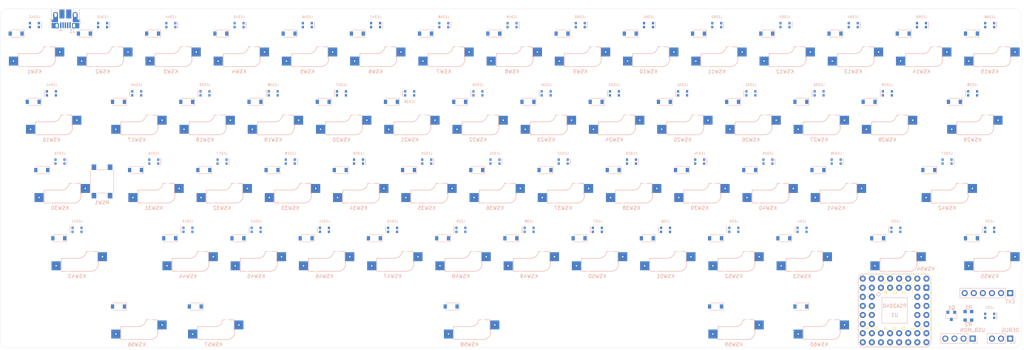
<source format=kicad_pcb>
(kicad_pcb (version 20171130) (host pcbnew "(5.1.9)-1")
  (title_block (title YUIOP60Pi) (date 2021-09-30) (rev 1) (company KaoriYa))
  (layers (0 F.Cu signal) (31 B.Cu signal) (34 B.Paste user) (35 F.Paste user) (36 B.SilkS user) (37 F.SilkS user) (38 B.Mask user) (39 F.Mask user) (44 Edge.Cuts user))
  (net 0 "")
  (net 1 "Net-(D1-Pad2)")
  (net 2 /ROW1)
  (net 3 "Net-(D2-Pad2)")
  (net 4 "Net-(D3-Pad2)")
  (net 5 "Net-(D4-Pad2)")
  (net 6 "Net-(D5-Pad2)")
  (net 7 "Net-(D6-Pad2)")
  (net 8 "Net-(D7-Pad2)")
  (net 9 "Net-(D8-Pad2)")
  (net 10 "Net-(D9-Pad2)")
  (net 11 "Net-(D10-Pad2)")
  (net 12 "Net-(D11-Pad2)")
  (net 13 "Net-(D12-Pad2)")
  (net 14 "Net-(D13-Pad2)")
  (net 15 "Net-(D14-Pad2)")
  (net 16 "Net-(D15-Pad2)")
  (net 17 "Net-(D16-Pad2)")
  (net 18 /ROW2)
  (net 19 "Net-(D17-Pad2)")
  (net 20 "Net-(D18-Pad2)")
  (net 21 "Net-(D19-Pad2)")
  (net 22 "Net-(D20-Pad2)")
  (net 23 "Net-(D21-Pad2)")
  (net 24 "Net-(D22-Pad2)")
  (net 25 "Net-(D23-Pad2)")
  (net 26 "Net-(D24-Pad2)")
  (net 27 "Net-(D25-Pad2)")
  (net 28 "Net-(D26-Pad2)")
  (net 29 "Net-(D27-Pad2)")
  (net 30 "Net-(D28-Pad2)")
  (net 31 "Net-(D29-Pad2)")
  (net 32 "Net-(D30-Pad2)")
  (net 33 /ROW3)
  (net 34 "Net-(D31-Pad2)")
  (net 35 "Net-(D32-Pad2)")
  (net 36 "Net-(D33-Pad2)")
  (net 37 "Net-(D34-Pad2)")
  (net 38 "Net-(D35-Pad2)")
  (net 39 "Net-(D36-Pad2)")
  (net 40 "Net-(D37-Pad2)")
  (net 41 "Net-(D38-Pad2)")
  (net 42 "Net-(D39-Pad2)")
  (net 43 "Net-(D40-Pad2)")
  (net 44 "Net-(D41-Pad2)")
  (net 45 "Net-(D42-Pad2)")
  (net 46 "Net-(D43-Pad2)")
  (net 47 /ROW4)
  (net 48 "Net-(D44-Pad2)")
  (net 49 "Net-(D45-Pad2)")
  (net 50 "Net-(D46-Pad2)")
  (net 51 "Net-(D47-Pad2)")
  (net 52 "Net-(D48-Pad2)")
  (net 53 "Net-(D49-Pad2)")
  (net 54 "Net-(D50-Pad2)")
  (net 55 "Net-(D51-Pad2)")
  (net 56 "Net-(D52-Pad2)")
  (net 57 "Net-(D53-Pad2)")
  (net 58 "Net-(D54-Pad2)")
  (net 59 "Net-(D55-Pad2)")
  (net 60 "Net-(D56-Pad2)")
  (net 61 /ROW5)
  (net 62 "Net-(D57-Pad2)")
  (net 63 "Net-(D58-Pad2)")
  (net 64 "Net-(D59-Pad2)")
  (net 65 "Net-(D60-Pad2)")
  (net 66 /GND)
  (net 67 "Net-(J1-Pad4)")
  (net 68 /USB_D+)
  (net 69 /USB_D-)
  (net 70 /VBUS)
  (net 71 /SWCLK)
  (net 72 /SWDIO)
  (net 73 /GPIO3)
  (net 74 /GPIO2)
  (net 75 /GPIO1)
  (net 76 /GPIO0)
  (net 77 /3V3)
  (net 78 /COL1)
  (net 79 /COL2)
  (net 80 /COL3)
  (net 81 /COL4)
  (net 82 /COL5)
  (net 83 /COL6)
  (net 84 /COL7)
  (net 85 /COL8)
  (net 86 /COL9)
  (net 87 /COL10)
  (net 88 /COL11)
  (net 89 /COL12)
  (net 90 /COL13)
  (net 91 /COL14)
  (net 92 /COL15)
  (net 93 /LED_D_5V)
  (net 94 "Net-(LED1-Pad1)")
  (net 95 "Net-(LED2-Pad1)")
  (net 96 "Net-(LED3-Pad1)")
  (net 97 "Net-(LED4-Pad1)")
  (net 98 "Net-(LED5-Pad1)")
  (net 99 "Net-(LED6-Pad1)")
  (net 100 "Net-(LED7-Pad1)")
  (net 101 "Net-(LED8-Pad1)")
  (net 102 "Net-(LED10-Pad3)")
  (net 103 "Net-(LED10-Pad1)")
  (net 104 "Net-(LED11-Pad1)")
  (net 105 "Net-(LED12-Pad1)")
  (net 106 "Net-(LED13-Pad1)")
  (net 107 "Net-(LED14-Pad1)")
  (net 108 "Net-(LED15-Pad1)")
  (net 109 "Net-(LED16-Pad1)")
  (net 110 "Net-(LED17-Pad1)")
  (net 111 "Net-(LED18-Pad1)")
  (net 112 "Net-(LED19-Pad1)")
  (net 113 "Net-(LED20-Pad1)")
  (net 114 "Net-(LED21-Pad1)")
  (net 115 "Net-(LED22-Pad1)")
  (net 116 "Net-(LED23-Pad1)")
  (net 117 "Net-(LED24-Pad1)")
  (net 118 "Net-(LED25-Pad1)")
  (net 119 "Net-(LED26-Pad1)")
  (net 120 "Net-(LED27-Pad1)")
  (net 121 "Net-(LED28-Pad1)")
  (net 122 "Net-(LED29-Pad1)")
  (net 123 "Net-(LED30-Pad1)")
  (net 124 "Net-(LED31-Pad1)")
  (net 125 "Net-(LED32-Pad1)")
  (net 126 "Net-(LED33-Pad1)")
  (net 127 "Net-(LED34-Pad1)")
  (net 128 "Net-(LED35-Pad1)")
  (net 129 "Net-(LED36-Pad1)")
  (net 130 "Net-(LED37-Pad1)")
  (net 131 "Net-(LED38-Pad1)")
  (net 132 "Net-(LED39-Pad1)")
  (net 133 "Net-(LED40-Pad1)")
  (net 134 "Net-(LED41-Pad1)")
  (net 135 "Net-(LED42-Pad1)")
  (net 136 "Net-(LED43-Pad1)")
  (net 137 "Net-(LED44-Pad1)")
  (net 138 "Net-(LED45-Pad1)")
  (net 139 "Net-(LED46-Pad1)")
  (net 140 "Net-(LED47-Pad1)")
  (net 141 "Net-(LED48-Pad1)")
  (net 142 "Net-(LED49-Pad1)")
  (net 143 "Net-(LED50-Pad1)")
  (net 144 "Net-(LED51-Pad1)")
  (net 145 "Net-(LED52-Pad1)")
  (net 146 "Net-(LED53-Pad1)")
  (net 147 "Net-(LED54-Pad1)")
  (net 148 "Net-(LED55-Pad1)")
  (net 149 "/LED Array/DOUT")
  (net 150 /LED_D_3V3)
  (net 151 /BOOTSEL)
  (net 152 "Net-(U1-Pad44)")
  (net 153 "Net-(U1-Pad43)")
  (net 154 "Net-(U1-Pad42)")
  (net 155 "Net-(U1-Pad34)")
  (net 156 "Net-(U1-Pad33)")
  (net 157 "Net-(U1-Pad32)")
  (net 158 "Net-(U1-Pad31)")
  (net 159 "Net-(U1-Pad30)")
  (module yuiop:Cherry_MX_Stabilizer (layer F.Cu) (at 91.43074 166.67524)
    (fp_text reference STB1 hide)
    (fp_text value Cherry_MX_Stabilizer hide)
    (pad "" np_thru_hole circle (at -11.938 6.985 180) (size 3.048 3.048) (drill 3.048) (layers *.Cu *.Mask))
    (pad "" np_thru_hole circle (at -11.938 -8.255 180) (size 3.9878 3.9878) (drill 3.9878) (layers *.Cu *.Mask))
    (pad "" np_thru_hole circle (at 11.938 -8.255 180) (size 3.9878 3.9878) (drill 3.9878) (layers *.Cu *.Mask))
    (pad "" np_thru_hole circle (at 11.938 6.985 180) (size 3.048 3.048) (drill 3.048) (layers *.Cu *.Mask))
  )
  (module yuiop:Cherry_MX_Stabilizer (layer F.Cu) (at 334.31926 147.62516)
    (fp_text reference STB3 hide)
    (fp_text value Cherry_MX_Stabilizer hide)
    (pad "" np_thru_hole circle (at -11.938 6.985 180) (size 3.048 3.048) (drill 3.048) (layers *.Cu *.Mask))
    (pad "" np_thru_hole circle (at -11.938 -8.255 180) (size 3.9878 3.9878) (drill 3.9878) (layers *.Cu *.Mask))
    (pad "" np_thru_hole circle (at 11.938 -8.255 180) (size 3.9878 3.9878) (drill 3.9878) (layers *.Cu *.Mask))
    (pad "" np_thru_hole circle (at 11.938 6.985 180) (size 3.048 3.048) (drill 3.048) (layers *.Cu *.Mask))
  )
  (module yuiop:PGA2040 (layer B.Cu) (at 319.67502 184.225 180)
    (fp_text reference U1 (at 0 -1.27) (layer B.SilkS) (effects (justify mirror)))
    (fp_text value PGA2040 (at 0 1.27) (layer B.SilkS) (effects (justify mirror)))
    (fp_text user 0 (at -7.62 -5.08) (layer F.SilkS) (effects (font (size 0.8 1.5) (thickness 0.2))))
    (fp_text user 4 (at -5.08 -5.08) (layer F.SilkS) (effects (font (size 0.8 1.5) (thickness 0.2))))
    (fp_text user 0 (at -2.54 -5.08) (layer F.SilkS) (effects (font (size 0.8 1.5) (thickness 0.2))))
    (fp_text user 2 (at 0 -5.08) (layer F.SilkS) (effects (font (size 0.8 1.5) (thickness 0.2))))
    (fp_text user A (at 2.54 -5.08) (layer F.SilkS) (effects (font (size 0.8 1.5) (thickness 0.2))))
    (fp_text user G (at 5.08 -5.08) (layer F.SilkS) (effects (font (size 0.8 1.5) (thickness 0.2))))
    (fp_text user P (at 7.62 -5.08) (layer F.SilkS) (effects (font (size 0.8 1.5) (thickness 0.2))))
    (fp_text user I (at -5.08 5.08) (layer F.SilkS) (effects (font (size 0.8 1.5) (thickness 0.2))))
    (fp_text user N (at -2.54 5.08) (layer F.SilkS) (effects (font (size 0.8 1.5) (thickness 0.2))))
    (fp_text user O (at 0 5.08) (layer F.SilkS) (effects (font (size 0.8 1.5) (thickness 0.2))))
    (fp_text user R (at 2.54 5.08) (layer F.SilkS) (effects (font (size 0.8 1.5) (thickness 0.2))))
    (fp_text user O (at -5.08 7.62) (layer F.SilkS) (effects (font (size 0.8 1.5) (thickness 0.2))))
    (fp_text user M (at -2.54 7.62) (layer F.SilkS) (effects (font (size 0.8 1.5) (thickness 0.2))))
    (fp_text user I (at 0 7.62) (layer F.SilkS) (effects (font (size 0.8 1.5) (thickness 0.2))))
    (fp_text user P (at 2.54 7.62) (layer F.SilkS) (effects (font (size 0.8 1.5) (thickness 0.2))))
    (pad 48 thru_hole circle (at -8.89 8.89 180) (size 1.7 1.7) (drill 0.85) (layers *.Cu *.Mask) (net 66 /GND))
    (pad 47 thru_hole circle (at -6.35 6.35 180) (size 1.7 1.7) (drill 0.85) (layers *.Cu *.Mask) (net 66 /GND))
    (pad 46 thru_hole circle (at -6.35 8.89 180) (size 1.7 1.7) (drill 0.85) (layers *.Cu *.Mask) (net 70 /VBUS))
    (pad 45 thru_hole circle (at -3.81 6.35 180) (size 1.7 1.7) (drill 0.85) (layers *.Cu *.Mask) (net 77 /3V3))
    (pad 44 thru_hole circle (at -3.81 8.89 180) (size 1.7 1.7) (drill 0.85) (layers *.Cu *.Mask) (net 152 "Net-(U1-Pad44)"))
    (pad 43 thru_hole circle (at -1.27 6.35 180) (size 1.7 1.7) (drill 0.85) (layers *.Cu *.Mask) (net 153 "Net-(U1-Pad43)"))
    (pad 42 thru_hole circle (at -1.27 8.89 180) (size 1.7 1.7) (drill 0.85) (layers *.Cu *.Mask) (net 154 "Net-(U1-Pad42)"))
    (pad 41 thru_hole circle (at 1.27 6.35 180) (size 1.7 1.7) (drill 0.85) (layers *.Cu *.Mask) (net 71 /SWCLK))
    (pad 40 thru_hole circle (at 1.27 8.89 180) (size 1.7 1.7) (drill 0.85) (layers *.Cu *.Mask) (net 68 /USB_D+))
    (pad 39 thru_hole circle (at 3.81 6.35 180) (size 1.7 1.7) (drill 0.85) (layers *.Cu *.Mask) (net 72 /SWDIO))
    (pad 38 thru_hole circle (at 3.81 8.89 180) (size 1.7 1.7) (drill 0.85) (layers *.Cu *.Mask) (net 69 /USB_D-))
    (pad 37 thru_hole circle (at 6.35 8.89 180) (size 1.7 1.7) (drill 0.85) (layers *.Cu *.Mask) (net 151 /BOOTSEL))
    (pad 36 thru_hole circle (at 8.89 8.89 180) (size 1.7 1.7) (drill 0.85) (layers *.Cu *.Mask) (net 66 /GND))
    (pad 35 thru_hole circle (at 6.35 6.35 180) (size 1.7 1.7) (drill 0.85) (layers *.Cu *.Mask) (net 66 /GND))
    (pad 34 thru_hole circle (at 8.89 6.35 180) (size 1.7 1.7) (drill 0.85) (layers *.Cu *.Mask) (net 155 "Net-(U1-Pad34)"))
    (pad 33 thru_hole circle (at 6.35 3.81 180) (size 1.7 1.7) (drill 0.85) (layers *.Cu *.Mask) (net 156 "Net-(U1-Pad33)"))
    (pad 32 thru_hole circle (at 8.89 3.81 180) (size 1.7 1.7) (drill 0.85) (layers *.Cu *.Mask) (net 157 "Net-(U1-Pad32)"))
    (pad 31 thru_hole circle (at 6.35 1.27 180) (size 1.7 1.7) (drill 0.85) (layers *.Cu *.Mask) (net 158 "Net-(U1-Pad31)"))
    (pad 30 thru_hole circle (at 8.89 1.27 180) (size 1.7 1.7) (drill 0.85) (layers *.Cu *.Mask) (net 159 "Net-(U1-Pad30)"))
    (pad 29 thru_hole circle (at 6.35 -1.27 180) (size 1.7 1.7) (drill 0.85) (layers *.Cu *.Mask) (net 78 /COL1))
    (pad 28 thru_hole circle (at 8.89 -1.27 180) (size 1.7 1.7) (drill 0.85) (layers *.Cu *.Mask) (net 79 /COL2))
    (pad 27 thru_hole circle (at 6.35 -3.81 180) (size 1.7 1.7) (drill 0.85) (layers *.Cu *.Mask) (net 80 /COL3))
    (pad 26 thru_hole circle (at 8.89 -3.81 180) (size 1.7 1.7) (drill 0.85) (layers *.Cu *.Mask) (net 81 /COL4))
    (pad 25 thru_hole circle (at 8.89 -6.35 180) (size 1.7 1.7) (drill 0.85) (layers *.Cu *.Mask) (net 82 /COL5))
    (pad 24 thru_hole circle (at 8.89 -8.89 180) (size 1.7 1.7) (drill 0.85) (layers *.Cu *.Mask) (net 66 /GND))
    (pad 23 thru_hole circle (at 6.35 -6.35 180) (size 1.7 1.7) (drill 0.85) (layers *.Cu *.Mask) (net 66 /GND))
    (pad 22 thru_hole circle (at 6.35 -8.89 180) (size 1.7 1.7) (drill 0.85) (layers *.Cu *.Mask) (net 83 /COL6))
    (pad 21 thru_hole circle (at 3.81 -6.35 180) (size 1.7 1.7) (drill 0.85) (layers *.Cu *.Mask) (net 84 /COL7))
    (pad 20 thru_hole circle (at 3.81 -8.89 180) (size 1.7 1.7) (drill 0.85) (layers *.Cu *.Mask) (net 85 /COL8))
    (pad 19 thru_hole circle (at 1.27 -6.35 180) (size 1.7 1.7) (drill 0.85) (layers *.Cu *.Mask) (net 86 /COL9))
    (pad 18 thru_hole circle (at 1.27 -8.89 180) (size 1.7 1.7) (drill 0.85) (layers *.Cu *.Mask) (net 87 /COL10))
    (pad 17 thru_hole circle (at -1.27 -6.35 180) (size 1.7 1.7) (drill 0.85) (layers *.Cu *.Mask) (net 88 /COL11))
    (pad 16 thru_hole circle (at -1.27 -8.89 180) (size 1.7 1.7) (drill 0.85) (layers *.Cu *.Mask) (net 89 /COL12))
    (pad 15 thru_hole circle (at -3.81 -6.35 180) (size 1.7 1.7) (drill 0.85) (layers *.Cu *.Mask) (net 90 /COL13))
    (pad 14 thru_hole circle (at -3.81 -8.89 180) (size 1.7 1.7) (drill 0.85) (layers *.Cu *.Mask) (net 91 /COL14))
    (pad 13 thru_hole circle (at -6.35 -8.89 180) (size 1.7 1.7) (drill 0.85) (layers *.Cu *.Mask) (net 92 /COL15))
    (pad 12 thru_hole circle (at -8.89 -8.89 180) (size 1.7 1.7) (drill 0.85) (layers *.Cu *.Mask) (net 66 /GND))
    (pad 11 thru_hole circle (at -6.35 -6.35 180) (size 1.7 1.7) (drill 0.85) (layers *.Cu *.Mask) (net 66 /GND))
    (pad 10 thru_hole circle (at -8.89 -6.35 180) (size 1.7 1.7) (drill 0.85) (layers *.Cu *.Mask) (net 150 /LED_D_3V3))
    (pad 9 thru_hole circle (at -6.35 -3.81 180) (size 1.7 1.7) (drill 0.85) (layers *.Cu *.Mask) (net 2 /ROW1))
    (pad 8 thru_hole circle (at -8.89 -3.81 180) (size 1.7 1.7) (drill 0.85) (layers *.Cu *.Mask) (net 18 /ROW2))
    (pad 7 thru_hole circle (at -6.35 -1.27 180) (size 1.7 1.7) (drill 0.85) (layers *.Cu *.Mask) (net 33 /ROW3))
    (pad 6 thru_hole circle (at -8.89 -1.27 180) (size 1.7 1.7) (drill 0.85) (layers *.Cu *.Mask) (net 47 /ROW4))
    (pad 5 thru_hole circle (at -6.35 1.27 180) (size 1.7 1.7) (drill 0.85) (layers *.Cu *.Mask) (net 61 /ROW5))
    (pad 4 thru_hole circle (at -8.89 1.27 180) (size 1.7 1.7) (drill 0.85) (layers *.Cu *.Mask) (net 73 /GPIO3))
    (pad 3 thru_hole circle (at -6.35 3.81 180) (size 1.7 1.7) (drill 0.85) (layers *.Cu *.Mask) (net 74 /GPIO2))
    (pad 2 thru_hole circle (at -8.89 3.81 180) (size 1.7 1.7) (drill 0.85) (layers *.Cu *.Mask) (net 75 /GPIO1))
    (pad 1 thru_hole roundrect (at -8.89 6.35 180) (size 1.7 1.7) (drill 0.85) (layers *.Cu *.Mask) (net 76 /GPIO0))
  )
  (module Button_Switch_SMD:SW_Push_1P1T_NO_6x6mm_H9.5mm (layer B.Cu) (at 98.4 148.2 90)
    (fp_text reference RSW1 (at -5.92516 -0.025 180) (layer B.SilkS) (effects (justify mirror)))
    (fp_text value RESET)
    (pad 2 smd rect (at 3.975 -2.25 90) (size 1.55 1.3) (layers B.Cu B.Paste B.Mask) (net 66 /GND))
    (pad 1 smd rect (at 3.975 2.25 90) (size 1.55 1.3) (layers B.Cu B.Paste B.Mask) (net 151 /BOOTSEL))
    (pad 1 smd rect (at -3.975 2.25 90) (size 1.55 1.3) (layers B.Cu B.Paste B.Mask) (net 151 /BOOTSEL))
    (pad 2 smd rect (at -3.975 -2.25 90) (size 1.55 1.3) (layers B.Cu B.Paste B.Mask) (net 66 /GND))
  )
  (module Resistor_SMD:R_0603_1608Metric_Pad0.98x0.95mm_HandSolder (layer B.Cu) (at 340.27241 186.91595 180)
    (fp_text reference R2 (at 0 -1.23842) (layer B.SilkS) (effects (justify mirror)))
    (fp_text value 10K)
    (pad 2 smd roundrect (at 0.9125 0 180) (size 0.975 0.95) (layers B.Cu B.Paste B.Mask) (net 93 /LED_D_5V))
    (pad 1 smd roundrect (at -0.9125 0 180) (size 0.975 0.95) (layers B.Cu B.Paste B.Mask) (net 70 /VBUS))
  )
  (module Resistor_SMD:R_0603_1608Metric_Pad0.98x0.95mm_HandSolder (layer B.Cu) (at 340.27241 184.53469)
    (fp_text reference R1 (at 0 -1.20664) (layer B.SilkS) (effects (justify mirror)))
    (fp_text value 10K)
    (pad 2 smd roundrect (at 0.9125 0) (size 0.975 0.95) (layers B.Cu B.Paste B.Mask) (net 150 /LED_D_3V3))
    (pad 1 smd roundrect (at -0.9125 0) (size 0.975 0.95) (layers B.Cu B.Paste B.Mask) (net 77 /3V3))
  )
  (module Package_TO_SOT_SMD:SOT-23 (layer B.Cu) (at 335.50989 185.72532 270)
    (fp_text reference Q1 (at -2.23853 -0.03122 180) (layer B.SilkS) (effects (justify mirror)))
    (fp_text value BSS138)
    (pad 3 smd rect (at 1 0 270) (size 0.9 0.8) (layers B.Cu B.Paste B.Mask) (net 93 /LED_D_5V))
    (pad 2 smd rect (at -1 -0.95 270) (size 0.9 0.8) (layers B.Cu B.Paste B.Mask) (net 150 /LED_D_3V3))
    (pad 1 smd rect (at -1 0.95 270) (size 0.9 0.8) (layers B.Cu B.Paste B.Mask) (net 77 /3V3))
  )
  (module yuiop:LED_WS2812C-2020_BackMount_v2 (layer F.Cu) (at 346.225 104.565 180)
    (fp_text reference LED56 (at 0 2.3 180) (layer B.SilkS) (effects (font (size 0.66 0.66) (thickness 0.1)) (justify mirror)))
    (fp_text value WS2812C-2020)
    (pad "" np_thru_hole oval (at 0 0 180) (size 1.5 3.15) (drill oval 1.5 3.15) (layers *.Cu *.Mask))
    (pad 3 smd rect (at 1.25 0.55) (size 0.6 0.7) (layers B.Cu B.Paste B.Mask) (net 148 "Net-(LED55-Pad1)"))
    (pad 4 smd rect (at 1.25 -0.55) (size 0.6 0.7) (layers B.Cu B.Paste B.Mask) (net 70 /VBUS))
    (pad 1 smd rect (at -1.25 -0.55) (size 0.6 0.7) (layers B.Cu B.Paste B.Mask) (net 149 "/LED Array/DOUT"))
    (pad 2 smd rect (at -1.25 0.55) (size 0.6 0.7) (layers B.Cu B.Paste B.Mask) (net 66 /GND))
  )
  (module yuiop:LED_WS2812C-2020_BackMount_v2 (layer F.Cu) (at 327.175 104.565 180)
    (fp_text reference LED55 (at 0 2.3 180) (layer B.SilkS) (effects (font (size 0.66 0.66) (thickness 0.1)) (justify mirror)))
    (fp_text value WS2812C-2020)
    (pad "" np_thru_hole oval (at 0 0 180) (size 1.5 3.15) (drill oval 1.5 3.15) (layers *.Cu *.Mask))
    (pad 3 smd rect (at 1.25 0.55) (size 0.6 0.7) (layers B.Cu B.Paste B.Mask) (net 147 "Net-(LED54-Pad1)"))
    (pad 4 smd rect (at 1.25 -0.55) (size 0.6 0.7) (layers B.Cu B.Paste B.Mask) (net 70 /VBUS))
    (pad 1 smd rect (at -1.25 -0.55) (size 0.6 0.7) (layers B.Cu B.Paste B.Mask) (net 148 "Net-(LED55-Pad1)"))
    (pad 2 smd rect (at -1.25 0.55) (size 0.6 0.7) (layers B.Cu B.Paste B.Mask) (net 66 /GND))
  )
  (module yuiop:LED_WS2812C-2020_BackMount_v2 (layer F.Cu) (at 308.125 104.565 180)
    (fp_text reference LED54 (at 0 2.3 180) (layer B.SilkS) (effects (font (size 0.66 0.66) (thickness 0.1)) (justify mirror)))
    (fp_text value WS2812C-2020)
    (pad "" np_thru_hole oval (at 0 0 180) (size 1.5 3.15) (drill oval 1.5 3.15) (layers *.Cu *.Mask))
    (pad 3 smd rect (at 1.25 0.55) (size 0.6 0.7) (layers B.Cu B.Paste B.Mask) (net 146 "Net-(LED53-Pad1)"))
    (pad 4 smd rect (at 1.25 -0.55) (size 0.6 0.7) (layers B.Cu B.Paste B.Mask) (net 70 /VBUS))
    (pad 1 smd rect (at -1.25 -0.55) (size 0.6 0.7) (layers B.Cu B.Paste B.Mask) (net 147 "Net-(LED54-Pad1)"))
    (pad 2 smd rect (at -1.25 0.55) (size 0.6 0.7) (layers B.Cu B.Paste B.Mask) (net 66 /GND))
  )
  (module yuiop:LED_WS2812C-2020_BackMount_v2 (layer F.Cu) (at 289.075 104.565 180)
    (fp_text reference LED53 (at 0 2.3 180) (layer B.SilkS) (effects (font (size 0.66 0.66) (thickness 0.1)) (justify mirror)))
    (fp_text value WS2812C-2020)
    (pad "" np_thru_hole oval (at 0 0 180) (size 1.5 3.15) (drill oval 1.5 3.15) (layers *.Cu *.Mask))
    (pad 3 smd rect (at 1.25 0.55) (size 0.6 0.7) (layers B.Cu B.Paste B.Mask) (net 145 "Net-(LED52-Pad1)"))
    (pad 4 smd rect (at 1.25 -0.55) (size 0.6 0.7) (layers B.Cu B.Paste B.Mask) (net 70 /VBUS))
    (pad 1 smd rect (at -1.25 -0.55) (size 0.6 0.7) (layers B.Cu B.Paste B.Mask) (net 146 "Net-(LED53-Pad1)"))
    (pad 2 smd rect (at -1.25 0.55) (size 0.6 0.7) (layers B.Cu B.Paste B.Mask) (net 66 /GND))
  )
  (module yuiop:LED_WS2812C-2020_BackMount_v2 (layer F.Cu) (at 270.025 104.565 180)
    (fp_text reference LED52 (at 0 2.3 180) (layer B.SilkS) (effects (font (size 0.66 0.66) (thickness 0.1)) (justify mirror)))
    (fp_text value WS2812C-2020)
    (pad "" np_thru_hole oval (at 0 0 180) (size 1.5 3.15) (drill oval 1.5 3.15) (layers *.Cu *.Mask))
    (pad 3 smd rect (at 1.25 0.55) (size 0.6 0.7) (layers B.Cu B.Paste B.Mask) (net 144 "Net-(LED51-Pad1)"))
    (pad 4 smd rect (at 1.25 -0.55) (size 0.6 0.7) (layers B.Cu B.Paste B.Mask) (net 70 /VBUS))
    (pad 1 smd rect (at -1.25 -0.55) (size 0.6 0.7) (layers B.Cu B.Paste B.Mask) (net 145 "Net-(LED52-Pad1)"))
    (pad 2 smd rect (at -1.25 0.55) (size 0.6 0.7) (layers B.Cu B.Paste B.Mask) (net 66 /GND))
  )
  (module yuiop:LED_WS2812C-2020_BackMount_v2 (layer F.Cu) (at 250.975 104.565 180)
    (fp_text reference LED51 (at 0 2.3 180) (layer B.SilkS) (effects (font (size 0.66 0.66) (thickness 0.1)) (justify mirror)))
    (fp_text value WS2812C-2020)
    (pad "" np_thru_hole oval (at 0 0 180) (size 1.5 3.15) (drill oval 1.5 3.15) (layers *.Cu *.Mask))
    (pad 3 smd rect (at 1.25 0.55) (size 0.6 0.7) (layers B.Cu B.Paste B.Mask) (net 143 "Net-(LED50-Pad1)"))
    (pad 4 smd rect (at 1.25 -0.55) (size 0.6 0.7) (layers B.Cu B.Paste B.Mask) (net 70 /VBUS))
    (pad 1 smd rect (at -1.25 -0.55) (size 0.6 0.7) (layers B.Cu B.Paste B.Mask) (net 144 "Net-(LED51-Pad1)"))
    (pad 2 smd rect (at -1.25 0.55) (size 0.6 0.7) (layers B.Cu B.Paste B.Mask) (net 66 /GND))
  )
  (module yuiop:LED_WS2812C-2020_BackMount_v2 (layer F.Cu) (at 231.925 104.565 180)
    (fp_text reference LED50 (at 0 2.3 180) (layer B.SilkS) (effects (font (size 0.66 0.66) (thickness 0.1)) (justify mirror)))
    (fp_text value WS2812C-2020)
    (pad "" np_thru_hole oval (at 0 0 180) (size 1.5 3.15) (drill oval 1.5 3.15) (layers *.Cu *.Mask))
    (pad 3 smd rect (at 1.25 0.55) (size 0.6 0.7) (layers B.Cu B.Paste B.Mask) (net 142 "Net-(LED49-Pad1)"))
    (pad 4 smd rect (at 1.25 -0.55) (size 0.6 0.7) (layers B.Cu B.Paste B.Mask) (net 70 /VBUS))
    (pad 1 smd rect (at -1.25 -0.55) (size 0.6 0.7) (layers B.Cu B.Paste B.Mask) (net 143 "Net-(LED50-Pad1)"))
    (pad 2 smd rect (at -1.25 0.55) (size 0.6 0.7) (layers B.Cu B.Paste B.Mask) (net 66 /GND))
  )
  (module yuiop:LED_WS2812C-2020_BackMount_v2 (layer F.Cu) (at 212.875 104.565 180)
    (fp_text reference LED49 (at 0 2.3 180) (layer B.SilkS) (effects (font (size 0.66 0.66) (thickness 0.1)) (justify mirror)))
    (fp_text value WS2812C-2020)
    (pad "" np_thru_hole oval (at 0 0 180) (size 1.5 3.15) (drill oval 1.5 3.15) (layers *.Cu *.Mask))
    (pad 3 smd rect (at 1.25 0.55) (size 0.6 0.7) (layers B.Cu B.Paste B.Mask) (net 141 "Net-(LED48-Pad1)"))
    (pad 4 smd rect (at 1.25 -0.55) (size 0.6 0.7) (layers B.Cu B.Paste B.Mask) (net 70 /VBUS))
    (pad 1 smd rect (at -1.25 -0.55) (size 0.6 0.7) (layers B.Cu B.Paste B.Mask) (net 142 "Net-(LED49-Pad1)"))
    (pad 2 smd rect (at -1.25 0.55) (size 0.6 0.7) (layers B.Cu B.Paste B.Mask) (net 66 /GND))
  )
  (module yuiop:LED_WS2812C-2020_BackMount_v2 (layer F.Cu) (at 193.825 104.565 180)
    (fp_text reference LED48 (at 0 2.3 180) (layer B.SilkS) (effects (font (size 0.66 0.66) (thickness 0.1)) (justify mirror)))
    (fp_text value WS2812C-2020)
    (pad "" np_thru_hole oval (at 0 0 180) (size 1.5 3.15) (drill oval 1.5 3.15) (layers *.Cu *.Mask))
    (pad 3 smd rect (at 1.25 0.55) (size 0.6 0.7) (layers B.Cu B.Paste B.Mask) (net 140 "Net-(LED47-Pad1)"))
    (pad 4 smd rect (at 1.25 -0.55) (size 0.6 0.7) (layers B.Cu B.Paste B.Mask) (net 70 /VBUS))
    (pad 1 smd rect (at -1.25 -0.55) (size 0.6 0.7) (layers B.Cu B.Paste B.Mask) (net 141 "Net-(LED48-Pad1)"))
    (pad 2 smd rect (at -1.25 0.55) (size 0.6 0.7) (layers B.Cu B.Paste B.Mask) (net 66 /GND))
  )
  (module yuiop:LED_WS2812C-2020_BackMount_v2 (layer F.Cu) (at 174.775 104.565 180)
    (fp_text reference LED47 (at 0 2.3 180) (layer B.SilkS) (effects (font (size 0.66 0.66) (thickness 0.1)) (justify mirror)))
    (fp_text value WS2812C-2020)
    (pad "" np_thru_hole oval (at 0 0 180) (size 1.5 3.15) (drill oval 1.5 3.15) (layers *.Cu *.Mask))
    (pad 3 smd rect (at 1.25 0.55) (size 0.6 0.7) (layers B.Cu B.Paste B.Mask) (net 139 "Net-(LED46-Pad1)"))
    (pad 4 smd rect (at 1.25 -0.55) (size 0.6 0.7) (layers B.Cu B.Paste B.Mask) (net 70 /VBUS))
    (pad 1 smd rect (at -1.25 -0.55) (size 0.6 0.7) (layers B.Cu B.Paste B.Mask) (net 140 "Net-(LED47-Pad1)"))
    (pad 2 smd rect (at -1.25 0.55) (size 0.6 0.7) (layers B.Cu B.Paste B.Mask) (net 66 /GND))
  )
  (module yuiop:LED_WS2812C-2020_BackMount_v2 (layer F.Cu) (at 155.725 104.565 180)
    (fp_text reference LED46 (at 0 2.3 180) (layer B.SilkS) (effects (font (size 0.66 0.66) (thickness 0.1)) (justify mirror)))
    (fp_text value WS2812C-2020)
    (pad "" np_thru_hole oval (at 0 0 180) (size 1.5 3.15) (drill oval 1.5 3.15) (layers *.Cu *.Mask))
    (pad 3 smd rect (at 1.25 0.55) (size 0.6 0.7) (layers B.Cu B.Paste B.Mask) (net 138 "Net-(LED45-Pad1)"))
    (pad 4 smd rect (at 1.25 -0.55) (size 0.6 0.7) (layers B.Cu B.Paste B.Mask) (net 70 /VBUS))
    (pad 1 smd rect (at -1.25 -0.55) (size 0.6 0.7) (layers B.Cu B.Paste B.Mask) (net 139 "Net-(LED46-Pad1)"))
    (pad 2 smd rect (at -1.25 0.55) (size 0.6 0.7) (layers B.Cu B.Paste B.Mask) (net 66 /GND))
  )
  (module yuiop:LED_WS2812C-2020_BackMount_v2 (layer F.Cu) (at 136.675 104.565 180)
    (fp_text reference LED45 (at 0 2.3 180) (layer B.SilkS) (effects (font (size 0.66 0.66) (thickness 0.1)) (justify mirror)))
    (fp_text value WS2812C-2020)
    (pad "" np_thru_hole oval (at 0 0 180) (size 1.5 3.15) (drill oval 1.5 3.15) (layers *.Cu *.Mask))
    (pad 3 smd rect (at 1.25 0.55) (size 0.6 0.7) (layers B.Cu B.Paste B.Mask) (net 137 "Net-(LED44-Pad1)"))
    (pad 4 smd rect (at 1.25 -0.55) (size 0.6 0.7) (layers B.Cu B.Paste B.Mask) (net 70 /VBUS))
    (pad 1 smd rect (at -1.25 -0.55) (size 0.6 0.7) (layers B.Cu B.Paste B.Mask) (net 138 "Net-(LED45-Pad1)"))
    (pad 2 smd rect (at -1.25 0.55) (size 0.6 0.7) (layers B.Cu B.Paste B.Mask) (net 66 /GND))
  )
  (module yuiop:LED_WS2812C-2020_BackMount_v2 (layer F.Cu) (at 117.625 104.565 180)
    (fp_text reference LED44 (at 0 2.3 180) (layer B.SilkS) (effects (font (size 0.66 0.66) (thickness 0.1)) (justify mirror)))
    (fp_text value WS2812C-2020)
    (pad "" np_thru_hole oval (at 0 0 180) (size 1.5 3.15) (drill oval 1.5 3.15) (layers *.Cu *.Mask))
    (pad 3 smd rect (at 1.25 0.55) (size 0.6 0.7) (layers B.Cu B.Paste B.Mask) (net 136 "Net-(LED43-Pad1)"))
    (pad 4 smd rect (at 1.25 -0.55) (size 0.6 0.7) (layers B.Cu B.Paste B.Mask) (net 70 /VBUS))
    (pad 1 smd rect (at -1.25 -0.55) (size 0.6 0.7) (layers B.Cu B.Paste B.Mask) (net 137 "Net-(LED44-Pad1)"))
    (pad 2 smd rect (at -1.25 0.55) (size 0.6 0.7) (layers B.Cu B.Paste B.Mask) (net 66 /GND))
  )
  (module yuiop:LED_WS2812C-2020_BackMount_v2 (layer F.Cu) (at 98.575 104.565 180)
    (fp_text reference LED43 (at 0 2.3 180) (layer B.SilkS) (effects (font (size 0.66 0.66) (thickness 0.1)) (justify mirror)))
    (fp_text value WS2812C-2020)
    (pad "" np_thru_hole oval (at 0 0 180) (size 1.5 3.15) (drill oval 1.5 3.15) (layers *.Cu *.Mask))
    (pad 3 smd rect (at 1.25 0.55) (size 0.6 0.7) (layers B.Cu B.Paste B.Mask) (net 135 "Net-(LED42-Pad1)"))
    (pad 4 smd rect (at 1.25 -0.55) (size 0.6 0.7) (layers B.Cu B.Paste B.Mask) (net 70 /VBUS))
    (pad 1 smd rect (at -1.25 -0.55) (size 0.6 0.7) (layers B.Cu B.Paste B.Mask) (net 136 "Net-(LED43-Pad1)"))
    (pad 2 smd rect (at -1.25 0.55) (size 0.6 0.7) (layers B.Cu B.Paste B.Mask) (net 66 /GND))
  )
  (module yuiop:LED_WS2812C-2020_BackMount_v2 (layer F.Cu) (at 79.525 104.565 180)
    (fp_text reference LED42 (at 0 2.3 180) (layer B.SilkS) (effects (font (size 0.66 0.66) (thickness 0.1)) (justify mirror)))
    (fp_text value WS2812C-2020)
    (pad "" np_thru_hole oval (at 0 0 180) (size 1.5 3.15) (drill oval 1.5 3.15) (layers *.Cu *.Mask))
    (pad 3 smd rect (at 1.25 0.55) (size 0.6 0.7) (layers B.Cu B.Paste B.Mask) (net 134 "Net-(LED41-Pad1)"))
    (pad 4 smd rect (at 1.25 -0.55) (size 0.6 0.7) (layers B.Cu B.Paste B.Mask) (net 70 /VBUS))
    (pad 1 smd rect (at -1.25 -0.55) (size 0.6 0.7) (layers B.Cu B.Paste B.Mask) (net 135 "Net-(LED42-Pad1)"))
    (pad 2 smd rect (at -1.25 0.55) (size 0.6 0.7) (layers B.Cu B.Paste B.Mask) (net 66 /GND))
  )
  (module yuiop:LED_WS2812C-2020_BackMount_v2 (layer F.Cu) (at 84.2875 123.615)
    (fp_text reference LED41 (at 0 -2.3837) (layer B.SilkS) (effects (font (size 0.66 0.66) (thickness 0.1)) (justify mirror)))
    (fp_text value WS2812C-2020)
    (pad "" np_thru_hole oval (at 0 0) (size 1.5 3.15) (drill oval 1.5 3.15) (layers *.Cu *.Mask))
    (pad 3 smd rect (at 1.25 0.55 180) (size 0.6 0.7) (layers B.Cu B.Paste B.Mask) (net 133 "Net-(LED40-Pad1)"))
    (pad 4 smd rect (at 1.25 -0.55 180) (size 0.6 0.7) (layers B.Cu B.Paste B.Mask) (net 70 /VBUS))
    (pad 1 smd rect (at -1.25 -0.55 180) (size 0.6 0.7) (layers B.Cu B.Paste B.Mask) (net 134 "Net-(LED41-Pad1)"))
    (pad 2 smd rect (at -1.25 0.55 180) (size 0.6 0.7) (layers B.Cu B.Paste B.Mask) (net 66 /GND))
  )
  (module yuiop:LED_WS2812C-2020_BackMount_v2 (layer F.Cu) (at 108.1 123.615)
    (fp_text reference LED40 (at -0.00044 -2.3837) (layer B.SilkS) (effects (font (size 0.66 0.66) (thickness 0.1)) (justify mirror)))
    (fp_text value WS2812C-2020)
    (pad "" np_thru_hole oval (at 0 0) (size 1.5 3.15) (drill oval 1.5 3.15) (layers *.Cu *.Mask))
    (pad 3 smd rect (at 1.25 0.55 180) (size 0.6 0.7) (layers B.Cu B.Paste B.Mask) (net 132 "Net-(LED39-Pad1)"))
    (pad 4 smd rect (at 1.25 -0.55 180) (size 0.6 0.7) (layers B.Cu B.Paste B.Mask) (net 70 /VBUS))
    (pad 1 smd rect (at -1.25 -0.55 180) (size 0.6 0.7) (layers B.Cu B.Paste B.Mask) (net 133 "Net-(LED40-Pad1)"))
    (pad 2 smd rect (at -1.25 0.55 180) (size 0.6 0.7) (layers B.Cu B.Paste B.Mask) (net 66 /GND))
  )
  (module yuiop:LED_WS2812C-2020_BackMount_v2 (layer F.Cu) (at 127.15 123.615)
    (fp_text reference LED39 (at -0.00036 -2.3837) (layer B.SilkS) (effects (font (size 0.66 0.66) (thickness 0.1)) (justify mirror)))
    (fp_text value WS2812C-2020)
    (pad "" np_thru_hole oval (at 0 0) (size 1.5 3.15) (drill oval 1.5 3.15) (layers *.Cu *.Mask))
    (pad 3 smd rect (at 1.25 0.55 180) (size 0.6 0.7) (layers B.Cu B.Paste B.Mask) (net 131 "Net-(LED38-Pad1)"))
    (pad 4 smd rect (at 1.25 -0.55 180) (size 0.6 0.7) (layers B.Cu B.Paste B.Mask) (net 70 /VBUS))
    (pad 1 smd rect (at -1.25 -0.55 180) (size 0.6 0.7) (layers B.Cu B.Paste B.Mask) (net 132 "Net-(LED39-Pad1)"))
    (pad 2 smd rect (at -1.25 0.55 180) (size 0.6 0.7) (layers B.Cu B.Paste B.Mask) (net 66 /GND))
  )
  (module yuiop:LED_WS2812C-2020_BackMount_v2 (layer F.Cu) (at 146.2 123.615)
    (fp_text reference LED38 (at -0.00028 -2.3837) (layer B.SilkS) (effects (font (size 0.66 0.66) (thickness 0.1)) (justify mirror)))
    (fp_text value WS2812C-2020)
    (pad "" np_thru_hole oval (at 0 0) (size 1.5 3.15) (drill oval 1.5 3.15) (layers *.Cu *.Mask))
    (pad 3 smd rect (at 1.25 0.55 180) (size 0.6 0.7) (layers B.Cu B.Paste B.Mask) (net 130 "Net-(LED37-Pad1)"))
    (pad 4 smd rect (at 1.25 -0.55 180) (size 0.6 0.7) (layers B.Cu B.Paste B.Mask) (net 70 /VBUS))
    (pad 1 smd rect (at -1.25 -0.55 180) (size 0.6 0.7) (layers B.Cu B.Paste B.Mask) (net 131 "Net-(LED38-Pad1)"))
    (pad 2 smd rect (at -1.25 0.55 180) (size 0.6 0.7) (layers B.Cu B.Paste B.Mask) (net 66 /GND))
  )
  (module yuiop:LED_WS2812C-2020_BackMount_v2 (layer F.Cu) (at 165.25 123.615)
    (fp_text reference LED37 (at -0.0002 -2.3837) (layer B.SilkS) (effects (font (size 0.66 0.66) (thickness 0.1)) (justify mirror)))
    (fp_text value WS2812C-2020)
    (pad "" np_thru_hole oval (at 0 0) (size 1.5 3.15) (drill oval 1.5 3.15) (layers *.Cu *.Mask))
    (pad 3 smd rect (at 1.25 0.55 180) (size 0.6 0.7) (layers B.Cu B.Paste B.Mask) (net 129 "Net-(LED36-Pad1)"))
    (pad 4 smd rect (at 1.25 -0.55 180) (size 0.6 0.7) (layers B.Cu B.Paste B.Mask) (net 70 /VBUS))
    (pad 1 smd rect (at -1.25 -0.55 180) (size 0.6 0.7) (layers B.Cu B.Paste B.Mask) (net 130 "Net-(LED37-Pad1)"))
    (pad 2 smd rect (at -1.25 0.55 180) (size 0.6 0.7) (layers B.Cu B.Paste B.Mask) (net 66 /GND))
  )
  (module yuiop:LED_WS2812C-2020_BackMount_v2 (layer F.Cu) (at 184.3 123.615)
    (fp_text reference LED36 (at 0 2.3) (layer B.SilkS) (effects (font (size 0.66 0.66) (thickness 0.1)) (justify mirror)))
    (fp_text value WS2812C-2020)
    (pad "" np_thru_hole oval (at 0 0) (size 1.5 3.15) (drill oval 1.5 3.15) (layers *.Cu *.Mask))
    (pad 3 smd rect (at 1.25 0.55 180) (size 0.6 0.7) (layers B.Cu B.Paste B.Mask) (net 128 "Net-(LED35-Pad1)"))
    (pad 4 smd rect (at 1.25 -0.55 180) (size 0.6 0.7) (layers B.Cu B.Paste B.Mask) (net 70 /VBUS))
    (pad 1 smd rect (at -1.25 -0.55 180) (size 0.6 0.7) (layers B.Cu B.Paste B.Mask) (net 129 "Net-(LED36-Pad1)"))
    (pad 2 smd rect (at -1.25 0.55 180) (size 0.6 0.7) (layers B.Cu B.Paste B.Mask) (net 66 /GND))
  )
  (module yuiop:LED_WS2812C-2020_BackMount_v2 (layer F.Cu) (at 203.35 123.615)
    (fp_text reference LED35 (at 0 -2.3837) (layer B.SilkS) (effects (font (size 0.66 0.66) (thickness 0.1)) (justify mirror)))
    (fp_text value WS2812C-2020)
    (pad "" np_thru_hole oval (at 0 0) (size 1.5 3.15) (drill oval 1.5 3.15) (layers *.Cu *.Mask))
    (pad 3 smd rect (at 1.25 0.55 180) (size 0.6 0.7) (layers B.Cu B.Paste B.Mask) (net 127 "Net-(LED34-Pad1)"))
    (pad 4 smd rect (at 1.25 -0.55 180) (size 0.6 0.7) (layers B.Cu B.Paste B.Mask) (net 70 /VBUS))
    (pad 1 smd rect (at -1.25 -0.55 180) (size 0.6 0.7) (layers B.Cu B.Paste B.Mask) (net 128 "Net-(LED35-Pad1)"))
    (pad 2 smd rect (at -1.25 0.55 180) (size 0.6 0.7) (layers B.Cu B.Paste B.Mask) (net 66 /GND))
  )
  (module yuiop:LED_WS2812C-2020_BackMount_v2 (layer F.Cu) (at 222.4 123.615)
    (fp_text reference LED34 (at 0 -2.3837) (layer B.SilkS) (effects (font (size 0.66 0.66) (thickness 0.1)) (justify mirror)))
    (fp_text value WS2812C-2020)
    (pad "" np_thru_hole oval (at 0 0) (size 1.5 3.15) (drill oval 1.5 3.15) (layers *.Cu *.Mask))
    (pad 3 smd rect (at 1.25 0.55 180) (size 0.6 0.7) (layers B.Cu B.Paste B.Mask) (net 126 "Net-(LED33-Pad1)"))
    (pad 4 smd rect (at 1.25 -0.55 180) (size 0.6 0.7) (layers B.Cu B.Paste B.Mask) (net 70 /VBUS))
    (pad 1 smd rect (at -1.25 -0.55 180) (size 0.6 0.7) (layers B.Cu B.Paste B.Mask) (net 127 "Net-(LED34-Pad1)"))
    (pad 2 smd rect (at -1.25 0.55 180) (size 0.6 0.7) (layers B.Cu B.Paste B.Mask) (net 66 /GND))
  )
  (module yuiop:LED_WS2812C-2020_BackMount_v2 (layer F.Cu) (at 241.45 123.615)
    (fp_text reference LED33 (at 0 -2.3837) (layer B.SilkS) (effects (font (size 0.66 0.66) (thickness 0.1)) (justify mirror)))
    (fp_text value WS2812C-2020)
    (pad "" np_thru_hole oval (at 0 0) (size 1.5 3.15) (drill oval 1.5 3.15) (layers *.Cu *.Mask))
    (pad 3 smd rect (at 1.25 0.55 180) (size 0.6 0.7) (layers B.Cu B.Paste B.Mask) (net 125 "Net-(LED32-Pad1)"))
    (pad 4 smd rect (at 1.25 -0.55 180) (size 0.6 0.7) (layers B.Cu B.Paste B.Mask) (net 70 /VBUS))
    (pad 1 smd rect (at -1.25 -0.55 180) (size 0.6 0.7) (layers B.Cu B.Paste B.Mask) (net 126 "Net-(LED33-Pad1)"))
    (pad 2 smd rect (at -1.25 0.55 180) (size 0.6 0.7) (layers B.Cu B.Paste B.Mask) (net 66 /GND))
  )
  (module yuiop:LED_WS2812C-2020_BackMount_v2 (layer F.Cu) (at 260.5 123.615)
    (fp_text reference LED32 (at 0.0002 -2.3837) (layer B.SilkS) (effects (font (size 0.66 0.66) (thickness 0.1)) (justify mirror)))
    (fp_text value WS2812C-2020)
    (pad "" np_thru_hole oval (at 0 0) (size 1.5 3.15) (drill oval 1.5 3.15) (layers *.Cu *.Mask))
    (pad 3 smd rect (at 1.25 0.55 180) (size 0.6 0.7) (layers B.Cu B.Paste B.Mask) (net 124 "Net-(LED31-Pad1)"))
    (pad 4 smd rect (at 1.25 -0.55 180) (size 0.6 0.7) (layers B.Cu B.Paste B.Mask) (net 70 /VBUS))
    (pad 1 smd rect (at -1.25 -0.55 180) (size 0.6 0.7) (layers B.Cu B.Paste B.Mask) (net 125 "Net-(LED32-Pad1)"))
    (pad 2 smd rect (at -1.25 0.55 180) (size 0.6 0.7) (layers B.Cu B.Paste B.Mask) (net 66 /GND))
  )
  (module yuiop:LED_WS2812C-2020_BackMount_v2 (layer F.Cu) (at 279.55 123.615)
    (fp_text reference LED31 (at 0.00028 -2.3837) (layer B.SilkS) (effects (font (size 0.66 0.66) (thickness 0.1)) (justify mirror)))
    (fp_text value WS2812C-2020)
    (pad "" np_thru_hole oval (at 0 0) (size 1.5 3.15) (drill oval 1.5 3.15) (layers *.Cu *.Mask))
    (pad 3 smd rect (at 1.25 0.55 180) (size 0.6 0.7) (layers B.Cu B.Paste B.Mask) (net 123 "Net-(LED30-Pad1)"))
    (pad 4 smd rect (at 1.25 -0.55 180) (size 0.6 0.7) (layers B.Cu B.Paste B.Mask) (net 70 /VBUS))
    (pad 1 smd rect (at -1.25 -0.55 180) (size 0.6 0.7) (layers B.Cu B.Paste B.Mask) (net 124 "Net-(LED31-Pad1)"))
    (pad 2 smd rect (at -1.25 0.55 180) (size 0.6 0.7) (layers B.Cu B.Paste B.Mask) (net 66 /GND))
  )
  (module yuiop:LED_WS2812C-2020_BackMount_v2 (layer F.Cu) (at 298.6 123.615)
    (fp_text reference LED30 (at 0 -2.3837) (layer B.SilkS) (effects (font (size 0.66 0.66) (thickness 0.1)) (justify mirror)))
    (fp_text value WS2812C-2020)
    (pad "" np_thru_hole oval (at 0 0) (size 1.5 3.15) (drill oval 1.5 3.15) (layers *.Cu *.Mask))
    (pad 3 smd rect (at 1.25 0.55 180) (size 0.6 0.7) (layers B.Cu B.Paste B.Mask) (net 122 "Net-(LED29-Pad1)"))
    (pad 4 smd rect (at 1.25 -0.55 180) (size 0.6 0.7) (layers B.Cu B.Paste B.Mask) (net 70 /VBUS))
    (pad 1 smd rect (at -1.25 -0.55 180) (size 0.6 0.7) (layers B.Cu B.Paste B.Mask) (net 123 "Net-(LED30-Pad1)"))
    (pad 2 smd rect (at -1.25 0.55 180) (size 0.6 0.7) (layers B.Cu B.Paste B.Mask) (net 66 /GND))
  )
  (module yuiop:LED_WS2812C-2020_BackMount_v2 (layer F.Cu) (at 317.65 123.615)
    (fp_text reference LED29 (at 0.00044 -2.3837) (layer B.SilkS) (effects (font (size 0.66 0.66) (thickness 0.1)) (justify mirror)))
    (fp_text value WS2812C-2020)
    (pad "" np_thru_hole oval (at 0 0) (size 1.5 3.15) (drill oval 1.5 3.15) (layers *.Cu *.Mask))
    (pad 3 smd rect (at 1.25 0.55 180) (size 0.6 0.7) (layers B.Cu B.Paste B.Mask) (net 121 "Net-(LED28-Pad1)"))
    (pad 4 smd rect (at 1.25 -0.55 180) (size 0.6 0.7) (layers B.Cu B.Paste B.Mask) (net 70 /VBUS))
    (pad 1 smd rect (at -1.25 -0.55 180) (size 0.6 0.7) (layers B.Cu B.Paste B.Mask) (net 122 "Net-(LED29-Pad1)"))
    (pad 2 smd rect (at -1.25 0.55 180) (size 0.6 0.7) (layers B.Cu B.Paste B.Mask) (net 66 /GND))
  )
  (module yuiop:LED_WS2812C-2020_BackMount_v2 (layer F.Cu) (at 341.4625 123.615)
    (fp_text reference LED28 (at 0 -2.3837) (layer B.SilkS) (effects (font (size 0.66 0.66) (thickness 0.1)) (justify mirror)))
    (fp_text value WS2812C-2020)
    (pad "" np_thru_hole oval (at 0 0) (size 1.5 3.15) (drill oval 1.5 3.15) (layers *.Cu *.Mask))
    (pad 3 smd rect (at 1.25 0.55 180) (size 0.6 0.7) (layers B.Cu B.Paste B.Mask) (net 120 "Net-(LED27-Pad1)"))
    (pad 4 smd rect (at 1.25 -0.55 180) (size 0.6 0.7) (layers B.Cu B.Paste B.Mask) (net 70 /VBUS))
    (pad 1 smd rect (at -1.25 -0.55 180) (size 0.6 0.7) (layers B.Cu B.Paste B.Mask) (net 121 "Net-(LED28-Pad1)"))
    (pad 2 smd rect (at -1.25 0.55 180) (size 0.6 0.7) (layers B.Cu B.Paste B.Mask) (net 66 /GND))
  )
  (module yuiop:LED_WS2812C-2020_BackMount_v2 (layer F.Cu) (at 334.31875 142.665 180)
    (fp_text reference LED27 (at 0 2.3 180) (layer B.SilkS) (effects (font (size 0.66 0.66) (thickness 0.1)) (justify mirror)))
    (fp_text value WS2812C-2020)
    (pad "" np_thru_hole oval (at 0 0 180) (size 1.5 3.15) (drill oval 1.5 3.15) (layers *.Cu *.Mask))
    (pad 3 smd rect (at 1.25 0.55) (size 0.6 0.7) (layers B.Cu B.Paste B.Mask) (net 119 "Net-(LED26-Pad1)"))
    (pad 4 smd rect (at 1.25 -0.55) (size 0.6 0.7) (layers B.Cu B.Paste B.Mask) (net 70 /VBUS))
    (pad 1 smd rect (at -1.25 -0.55) (size 0.6 0.7) (layers B.Cu B.Paste B.Mask) (net 120 "Net-(LED27-Pad1)"))
    (pad 2 smd rect (at -1.25 0.55) (size 0.6 0.7) (layers B.Cu B.Paste B.Mask) (net 66 /GND))
  )
  (module yuiop:LED_WS2812C-2020_BackMount_v2 (layer F.Cu) (at 303.3625 142.665 180)
    (fp_text reference LED26 (at 0 2.3 180) (layer B.SilkS) (effects (font (size 0.66 0.66) (thickness 0.1)) (justify mirror)))
    (fp_text value WS2812C-2020)
    (pad "" np_thru_hole oval (at 0 0 180) (size 1.5 3.15) (drill oval 1.5 3.15) (layers *.Cu *.Mask))
    (pad 3 smd rect (at 1.25 0.55) (size 0.6 0.7) (layers B.Cu B.Paste B.Mask) (net 118 "Net-(LED25-Pad1)"))
    (pad 4 smd rect (at 1.25 -0.55) (size 0.6 0.7) (layers B.Cu B.Paste B.Mask) (net 70 /VBUS))
    (pad 1 smd rect (at -1.25 -0.55) (size 0.6 0.7) (layers B.Cu B.Paste B.Mask) (net 119 "Net-(LED26-Pad1)"))
    (pad 2 smd rect (at -1.25 0.55) (size 0.6 0.7) (layers B.Cu B.Paste B.Mask) (net 66 /GND))
  )
  (module yuiop:LED_WS2812C-2020_BackMount_v2 (layer F.Cu) (at 284.3125 142.665 180)
    (fp_text reference LED25 (at 0 2.3 180) (layer B.SilkS) (effects (font (size 0.66 0.66) (thickness 0.1)) (justify mirror)))
    (fp_text value WS2812C-2020)
    (pad "" np_thru_hole oval (at 0 0 180) (size 1.5 3.15) (drill oval 1.5 3.15) (layers *.Cu *.Mask))
    (pad 3 smd rect (at 1.25 0.55) (size 0.6 0.7) (layers B.Cu B.Paste B.Mask) (net 117 "Net-(LED24-Pad1)"))
    (pad 4 smd rect (at 1.25 -0.55) (size 0.6 0.7) (layers B.Cu B.Paste B.Mask) (net 70 /VBUS))
    (pad 1 smd rect (at -1.25 -0.55) (size 0.6 0.7) (layers B.Cu B.Paste B.Mask) (net 118 "Net-(LED25-Pad1)"))
    (pad 2 smd rect (at -1.25 0.55) (size 0.6 0.7) (layers B.Cu B.Paste B.Mask) (net 66 /GND))
  )
  (module yuiop:LED_WS2812C-2020_BackMount_v2 (layer F.Cu) (at 265.2625 142.665 180)
    (fp_text reference LED24 (at 0 2.3 180) (layer B.SilkS) (effects (font (size 0.66 0.66) (thickness 0.1)) (justify mirror)))
    (fp_text value WS2812C-2020)
    (pad "" np_thru_hole oval (at 0 0 180) (size 1.5 3.15) (drill oval 1.5 3.15) (layers *.Cu *.Mask))
    (pad 3 smd rect (at 1.25 0.55) (size 0.6 0.7) (layers B.Cu B.Paste B.Mask) (net 116 "Net-(LED23-Pad1)"))
    (pad 4 smd rect (at 1.25 -0.55) (size 0.6 0.7) (layers B.Cu B.Paste B.Mask) (net 70 /VBUS))
    (pad 1 smd rect (at -1.25 -0.55) (size 0.6 0.7) (layers B.Cu B.Paste B.Mask) (net 117 "Net-(LED24-Pad1)"))
    (pad 2 smd rect (at -1.25 0.55) (size 0.6 0.7) (layers B.Cu B.Paste B.Mask) (net 66 /GND))
  )
  (module yuiop:LED_WS2812C-2020_BackMount_v2 (layer F.Cu) (at 246.2125 142.665 180)
    (fp_text reference LED23 (at 0 2.3 180) (layer B.SilkS) (effects (font (size 0.66 0.66) (thickness 0.1)) (justify mirror)))
    (fp_text value WS2812C-2020)
    (pad "" np_thru_hole oval (at 0 0 180) (size 1.5 3.15) (drill oval 1.5 3.15) (layers *.Cu *.Mask))
    (pad 3 smd rect (at 1.25 0.55) (size 0.6 0.7) (layers B.Cu B.Paste B.Mask) (net 115 "Net-(LED22-Pad1)"))
    (pad 4 smd rect (at 1.25 -0.55) (size 0.6 0.7) (layers B.Cu B.Paste B.Mask) (net 70 /VBUS))
    (pad 1 smd rect (at -1.25 -0.55) (size 0.6 0.7) (layers B.Cu B.Paste B.Mask) (net 116 "Net-(LED23-Pad1)"))
    (pad 2 smd rect (at -1.25 0.55) (size 0.6 0.7) (layers B.Cu B.Paste B.Mask) (net 66 /GND))
  )
  (module yuiop:LED_WS2812C-2020_BackMount_v2 (layer F.Cu) (at 227.1625 142.665 180)
    (fp_text reference LED22 (at 0 2.3 180) (layer B.SilkS) (effects (font (size 0.66 0.66) (thickness 0.1)) (justify mirror)))
    (fp_text value WS2812C-2020)
    (pad "" np_thru_hole oval (at 0 0 180) (size 1.5 3.15) (drill oval 1.5 3.15) (layers *.Cu *.Mask))
    (pad 3 smd rect (at 1.25 0.55) (size 0.6 0.7) (layers B.Cu B.Paste B.Mask) (net 114 "Net-(LED21-Pad1)"))
    (pad 4 smd rect (at 1.25 -0.55) (size 0.6 0.7) (layers B.Cu B.Paste B.Mask) (net 70 /VBUS))
    (pad 1 smd rect (at -1.25 -0.55) (size 0.6 0.7) (layers B.Cu B.Paste B.Mask) (net 115 "Net-(LED22-Pad1)"))
    (pad 2 smd rect (at -1.25 0.55) (size 0.6 0.7) (layers B.Cu B.Paste B.Mask) (net 66 /GND))
  )
  (module yuiop:LED_WS2812C-2020_BackMount_v2 (layer F.Cu) (at 208.1125 142.665 180)
    (fp_text reference LED21 (at 0 2.3 180) (layer B.SilkS) (effects (font (size 0.66 0.66) (thickness 0.1)) (justify mirror)))
    (fp_text value WS2812C-2020)
    (pad "" np_thru_hole oval (at 0 0 180) (size 1.5 3.15) (drill oval 1.5 3.15) (layers *.Cu *.Mask))
    (pad 3 smd rect (at 1.25 0.55) (size 0.6 0.7) (layers B.Cu B.Paste B.Mask) (net 113 "Net-(LED20-Pad1)"))
    (pad 4 smd rect (at 1.25 -0.55) (size 0.6 0.7) (layers B.Cu B.Paste B.Mask) (net 70 /VBUS))
    (pad 1 smd rect (at -1.25 -0.55) (size 0.6 0.7) (layers B.Cu B.Paste B.Mask) (net 114 "Net-(LED21-Pad1)"))
    (pad 2 smd rect (at -1.25 0.55) (size 0.6 0.7) (layers B.Cu B.Paste B.Mask) (net 66 /GND))
  )
  (module yuiop:LED_WS2812C-2020_BackMount_v2 (layer F.Cu) (at 189.0625 142.665 180)
    (fp_text reference LED20 (at 0 2.3 180) (layer B.SilkS) (effects (font (size 0.66 0.66) (thickness 0.1)) (justify mirror)))
    (fp_text value WS2812C-2020)
    (pad "" np_thru_hole oval (at 0 0 180) (size 1.5 3.15) (drill oval 1.5 3.15) (layers *.Cu *.Mask))
    (pad 3 smd rect (at 1.25 0.55) (size 0.6 0.7) (layers B.Cu B.Paste B.Mask) (net 112 "Net-(LED19-Pad1)"))
    (pad 4 smd rect (at 1.25 -0.55) (size 0.6 0.7) (layers B.Cu B.Paste B.Mask) (net 70 /VBUS))
    (pad 1 smd rect (at -1.25 -0.55) (size 0.6 0.7) (layers B.Cu B.Paste B.Mask) (net 113 "Net-(LED20-Pad1)"))
    (pad 2 smd rect (at -1.25 0.55) (size 0.6 0.7) (layers B.Cu B.Paste B.Mask) (net 66 /GND))
  )
  (module yuiop:LED_WS2812C-2020_BackMount_v2 (layer F.Cu) (at 170.0125 142.665 180)
    (fp_text reference LED19 (at 0 2.3 180) (layer B.SilkS) (effects (font (size 0.66 0.66) (thickness 0.1)) (justify mirror)))
    (fp_text value WS2812C-2020)
    (pad "" np_thru_hole oval (at 0 0 180) (size 1.5 3.15) (drill oval 1.5 3.15) (layers *.Cu *.Mask))
    (pad 3 smd rect (at 1.25 0.55) (size 0.6 0.7) (layers B.Cu B.Paste B.Mask) (net 111 "Net-(LED18-Pad1)"))
    (pad 4 smd rect (at 1.25 -0.55) (size 0.6 0.7) (layers B.Cu B.Paste B.Mask) (net 70 /VBUS))
    (pad 1 smd rect (at -1.25 -0.55) (size 0.6 0.7) (layers B.Cu B.Paste B.Mask) (net 112 "Net-(LED19-Pad1)"))
    (pad 2 smd rect (at -1.25 0.55) (size 0.6 0.7) (layers B.Cu B.Paste B.Mask) (net 66 /GND))
  )
  (module yuiop:LED_WS2812C-2020_BackMount_v2 (layer F.Cu) (at 150.9625 142.665 180)
    (fp_text reference LED18 (at 0 2.3 180) (layer B.SilkS) (effects (font (size 0.66 0.66) (thickness 0.1)) (justify mirror)))
    (fp_text value WS2812C-2020)
    (pad "" np_thru_hole oval (at 0 0 180) (size 1.5 3.15) (drill oval 1.5 3.15) (layers *.Cu *.Mask))
    (pad 3 smd rect (at 1.25 0.55) (size 0.6 0.7) (layers B.Cu B.Paste B.Mask) (net 110 "Net-(LED17-Pad1)"))
    (pad 4 smd rect (at 1.25 -0.55) (size 0.6 0.7) (layers B.Cu B.Paste B.Mask) (net 70 /VBUS))
    (pad 1 smd rect (at -1.25 -0.55) (size 0.6 0.7) (layers B.Cu B.Paste B.Mask) (net 111 "Net-(LED18-Pad1)"))
    (pad 2 smd rect (at -1.25 0.55) (size 0.6 0.7) (layers B.Cu B.Paste B.Mask) (net 66 /GND))
  )
  (module yuiop:LED_WS2812C-2020_BackMount_v2 (layer F.Cu) (at 131.9125 142.665 180)
    (fp_text reference LED17 (at 0 2.3 180) (layer B.SilkS) (effects (font (size 0.66 0.66) (thickness 0.1)) (justify mirror)))
    (fp_text value WS2812C-2020)
    (pad "" np_thru_hole oval (at 0 0 180) (size 1.5 3.15) (drill oval 1.5 3.15) (layers *.Cu *.Mask))
    (pad 3 smd rect (at 1.25 0.55) (size 0.6 0.7) (layers B.Cu B.Paste B.Mask) (net 109 "Net-(LED16-Pad1)"))
    (pad 4 smd rect (at 1.25 -0.55) (size 0.6 0.7) (layers B.Cu B.Paste B.Mask) (net 70 /VBUS))
    (pad 1 smd rect (at -1.25 -0.55) (size 0.6 0.7) (layers B.Cu B.Paste B.Mask) (net 110 "Net-(LED17-Pad1)"))
    (pad 2 smd rect (at -1.25 0.55) (size 0.6 0.7) (layers B.Cu B.Paste B.Mask) (net 66 /GND))
  )
  (module yuiop:LED_WS2812C-2020_BackMount_v2 (layer F.Cu) (at 112.8625 142.665 180)
    (fp_text reference LED16 (at 0 2.3 180) (layer B.SilkS) (effects (font (size 0.66 0.66) (thickness 0.1)) (justify mirror)))
    (fp_text value WS2812C-2020)
    (pad "" np_thru_hole oval (at 0 0 180) (size 1.5 3.15) (drill oval 1.5 3.15) (layers *.Cu *.Mask))
    (pad 3 smd rect (at 1.25 0.55) (size 0.6 0.7) (layers B.Cu B.Paste B.Mask) (net 108 "Net-(LED15-Pad1)"))
    (pad 4 smd rect (at 1.25 -0.55) (size 0.6 0.7) (layers B.Cu B.Paste B.Mask) (net 70 /VBUS))
    (pad 1 smd rect (at -1.25 -0.55) (size 0.6 0.7) (layers B.Cu B.Paste B.Mask) (net 109 "Net-(LED16-Pad1)"))
    (pad 2 smd rect (at -1.25 0.55) (size 0.6 0.7) (layers B.Cu B.Paste B.Mask) (net 66 /GND))
  )
  (module yuiop:LED_WS2812C-2020_BackMount_v2 (layer F.Cu) (at 86.66875 142.665 180)
    (fp_text reference LED15 (at 0 2.3 180) (layer B.SilkS) (effects (font (size 0.66 0.66) (thickness 0.1)) (justify mirror)))
    (fp_text value WS2812C-2020)
    (pad "" np_thru_hole oval (at 0 0 180) (size 1.5 3.15) (drill oval 1.5 3.15) (layers *.Cu *.Mask))
    (pad 3 smd rect (at 1.25 0.55) (size 0.6 0.7) (layers B.Cu B.Paste B.Mask) (net 107 "Net-(LED14-Pad1)"))
    (pad 4 smd rect (at 1.25 -0.55) (size 0.6 0.7) (layers B.Cu B.Paste B.Mask) (net 70 /VBUS))
    (pad 1 smd rect (at -1.25 -0.55) (size 0.6 0.7) (layers B.Cu B.Paste B.Mask) (net 108 "Net-(LED15-Pad1)"))
    (pad 2 smd rect (at -1.25 0.55) (size 0.6 0.7) (layers B.Cu B.Paste B.Mask) (net 66 /GND))
  )
  (module yuiop:LED_WS2812C-2020_BackMount_v2 (layer F.Cu) (at 91.43125 161.715)
    (fp_text reference LED14 (at 0 -2.38354) (layer B.SilkS) (effects (font (size 0.66 0.66) (thickness 0.1)) (justify mirror)))
    (fp_text value WS2812C-2020)
    (pad "" np_thru_hole oval (at 0 0) (size 1.5 3.15) (drill oval 1.5 3.15) (layers *.Cu *.Mask))
    (pad 3 smd rect (at 1.25 0.55 180) (size 0.6 0.7) (layers B.Cu B.Paste B.Mask) (net 106 "Net-(LED13-Pad1)"))
    (pad 4 smd rect (at 1.25 -0.55 180) (size 0.6 0.7) (layers B.Cu B.Paste B.Mask) (net 70 /VBUS))
    (pad 1 smd rect (at -1.25 -0.55 180) (size 0.6 0.7) (layers B.Cu B.Paste B.Mask) (net 107 "Net-(LED14-Pad1)"))
    (pad 2 smd rect (at -1.25 0.55 180) (size 0.6 0.7) (layers B.Cu B.Paste B.Mask) (net 66 /GND))
  )
  (module yuiop:LED_WS2812C-2020_BackMount_v2 (layer F.Cu) (at 122.3875 161.715)
    (fp_text reference LED13 (at 0 -2.38354) (layer B.SilkS) (effects (font (size 0.66 0.66) (thickness 0.1)) (justify mirror)))
    (fp_text value WS2812C-2020)
    (pad "" np_thru_hole oval (at 0 0) (size 1.5 3.15) (drill oval 1.5 3.15) (layers *.Cu *.Mask))
    (pad 3 smd rect (at 1.25 0.55 180) (size 0.6 0.7) (layers B.Cu B.Paste B.Mask) (net 105 "Net-(LED12-Pad1)"))
    (pad 4 smd rect (at 1.25 -0.55 180) (size 0.6 0.7) (layers B.Cu B.Paste B.Mask) (net 70 /VBUS))
    (pad 1 smd rect (at -1.25 -0.55 180) (size 0.6 0.7) (layers B.Cu B.Paste B.Mask) (net 106 "Net-(LED13-Pad1)"))
    (pad 2 smd rect (at -1.25 0.55 180) (size 0.6 0.7) (layers B.Cu B.Paste B.Mask) (net 66 /GND))
  )
  (module yuiop:LED_WS2812C-2020_BackMount_v2 (layer F.Cu) (at 141.4375 161.715)
    (fp_text reference LED12 (at 0 -2.38354) (layer B.SilkS) (effects (font (size 0.66 0.66) (thickness 0.1)) (justify mirror)))
    (fp_text value WS2812C-2020)
    (pad "" np_thru_hole oval (at 0 0) (size 1.5 3.15) (drill oval 1.5 3.15) (layers *.Cu *.Mask))
    (pad 3 smd rect (at 1.25 0.55 180) (size 0.6 0.7) (layers B.Cu B.Paste B.Mask) (net 104 "Net-(LED11-Pad1)"))
    (pad 4 smd rect (at 1.25 -0.55 180) (size 0.6 0.7) (layers B.Cu B.Paste B.Mask) (net 70 /VBUS))
    (pad 1 smd rect (at -1.25 -0.55 180) (size 0.6 0.7) (layers B.Cu B.Paste B.Mask) (net 105 "Net-(LED12-Pad1)"))
    (pad 2 smd rect (at -1.25 0.55 180) (size 0.6 0.7) (layers B.Cu B.Paste B.Mask) (net 66 /GND))
  )
  (module yuiop:LED_WS2812C-2020_BackMount_v2 (layer F.Cu) (at 160.4875 161.715)
    (fp_text reference LED11 (at 0 -2.38354) (layer B.SilkS) (effects (font (size 0.66 0.66) (thickness 0.1)) (justify mirror)))
    (fp_text value WS2812C-2020)
    (pad "" np_thru_hole oval (at 0 0) (size 1.5 3.15) (drill oval 1.5 3.15) (layers *.Cu *.Mask))
    (pad 3 smd rect (at 1.25 0.55 180) (size 0.6 0.7) (layers B.Cu B.Paste B.Mask) (net 103 "Net-(LED10-Pad1)"))
    (pad 4 smd rect (at 1.25 -0.55 180) (size 0.6 0.7) (layers B.Cu B.Paste B.Mask) (net 70 /VBUS))
    (pad 1 smd rect (at -1.25 -0.55 180) (size 0.6 0.7) (layers B.Cu B.Paste B.Mask) (net 104 "Net-(LED11-Pad1)"))
    (pad 2 smd rect (at -1.25 0.55 180) (size 0.6 0.7) (layers B.Cu B.Paste B.Mask) (net 66 /GND))
  )
  (module yuiop:LED_WS2812C-2020_BackMount_v2 (layer F.Cu) (at 179.5375 161.715)
    (fp_text reference LED10 (at -0.00014 -2.38354) (layer B.SilkS) (effects (font (size 0.66 0.66) (thickness 0.1)) (justify mirror)))
    (fp_text value WS2812C-2020)
    (pad "" np_thru_hole oval (at 0 0) (size 1.5 3.15) (drill oval 1.5 3.15) (layers *.Cu *.Mask))
    (pad 3 smd rect (at 1.25 0.55 180) (size 0.6 0.7) (layers B.Cu B.Paste B.Mask) (net 102 "Net-(LED10-Pad3)"))
    (pad 4 smd rect (at 1.25 -0.55 180) (size 0.6 0.7) (layers B.Cu B.Paste B.Mask) (net 70 /VBUS))
    (pad 1 smd rect (at -1.25 -0.55 180) (size 0.6 0.7) (layers B.Cu B.Paste B.Mask) (net 103 "Net-(LED10-Pad1)"))
    (pad 2 smd rect (at -1.25 0.55 180) (size 0.6 0.7) (layers B.Cu B.Paste B.Mask) (net 66 /GND))
  )
  (module yuiop:LED_WS2812C-2020_BackMount_v2 (layer F.Cu) (at 198.5875 161.715)
    (fp_text reference LED9 (at -0.00006 -2.38354) (layer B.SilkS) (effects (font (size 0.66 0.66) (thickness 0.1)) (justify mirror)))
    (fp_text value WS2812C-2020)
    (pad "" np_thru_hole oval (at 0 0) (size 1.5 3.15) (drill oval 1.5 3.15) (layers *.Cu *.Mask))
    (pad 3 smd rect (at 1.25 0.55 180) (size 0.6 0.7) (layers B.Cu B.Paste B.Mask) (net 101 "Net-(LED8-Pad1)"))
    (pad 4 smd rect (at 1.25 -0.55 180) (size 0.6 0.7) (layers B.Cu B.Paste B.Mask) (net 70 /VBUS))
    (pad 1 smd rect (at -1.25 -0.55 180) (size 0.6 0.7) (layers B.Cu B.Paste B.Mask) (net 102 "Net-(LED10-Pad3)"))
    (pad 2 smd rect (at -1.25 0.55 180) (size 0.6 0.7) (layers B.Cu B.Paste B.Mask) (net 66 /GND))
  )
  (module yuiop:LED_WS2812C-2020_BackMount_v2 (layer F.Cu) (at 217.6375 161.715)
    (fp_text reference LED8 (at 0.00002 -2.38354) (layer B.SilkS) (effects (font (size 0.66 0.66) (thickness 0.1)) (justify mirror)))
    (fp_text value WS2812C-2020)
    (pad "" np_thru_hole oval (at 0 0) (size 1.5 3.15) (drill oval 1.5 3.15) (layers *.Cu *.Mask))
    (pad 3 smd rect (at 1.25 0.55 180) (size 0.6 0.7) (layers B.Cu B.Paste B.Mask) (net 100 "Net-(LED7-Pad1)"))
    (pad 4 smd rect (at 1.25 -0.55 180) (size 0.6 0.7) (layers B.Cu B.Paste B.Mask) (net 70 /VBUS))
    (pad 1 smd rect (at -1.25 -0.55 180) (size 0.6 0.7) (layers B.Cu B.Paste B.Mask) (net 101 "Net-(LED8-Pad1)"))
    (pad 2 smd rect (at -1.25 0.55 180) (size 0.6 0.7) (layers B.Cu B.Paste B.Mask) (net 66 /GND))
  )
  (module yuiop:LED_WS2812C-2020_BackMount_v2 (layer F.Cu) (at 236.6875 161.715)
    (fp_text reference LED7 (at 0 -2.38354) (layer B.SilkS) (effects (font (size 0.66 0.66) (thickness 0.1)) (justify mirror)))
    (fp_text value WS2812C-2020)
    (pad "" np_thru_hole oval (at 0 0) (size 1.5 3.15) (drill oval 1.5 3.15) (layers *.Cu *.Mask))
    (pad 3 smd rect (at 1.25 0.55 180) (size 0.6 0.7) (layers B.Cu B.Paste B.Mask) (net 99 "Net-(LED6-Pad1)"))
    (pad 4 smd rect (at 1.25 -0.55 180) (size 0.6 0.7) (layers B.Cu B.Paste B.Mask) (net 70 /VBUS))
    (pad 1 smd rect (at -1.25 -0.55 180) (size 0.6 0.7) (layers B.Cu B.Paste B.Mask) (net 100 "Net-(LED7-Pad1)"))
    (pad 2 smd rect (at -1.25 0.55 180) (size 0.6 0.7) (layers B.Cu B.Paste B.Mask) (net 66 /GND))
  )
  (module yuiop:LED_WS2812C-2020_BackMount_v2 (layer F.Cu) (at 255.7375 161.715)
    (fp_text reference LED6 (at 0.00018 -2.38354) (layer B.SilkS) (effects (font (size 0.66 0.66) (thickness 0.1)) (justify mirror)))
    (fp_text value WS2812C-2020)
    (pad "" np_thru_hole oval (at 0 0) (size 1.5 3.15) (drill oval 1.5 3.15) (layers *.Cu *.Mask))
    (pad 3 smd rect (at 1.25 0.55 180) (size 0.6 0.7) (layers B.Cu B.Paste B.Mask) (net 98 "Net-(LED5-Pad1)"))
    (pad 4 smd rect (at 1.25 -0.55 180) (size 0.6 0.7) (layers B.Cu B.Paste B.Mask) (net 70 /VBUS))
    (pad 1 smd rect (at -1.25 -0.55 180) (size 0.6 0.7) (layers B.Cu B.Paste B.Mask) (net 99 "Net-(LED6-Pad1)"))
    (pad 2 smd rect (at -1.25 0.55 180) (size 0.6 0.7) (layers B.Cu B.Paste B.Mask) (net 66 /GND))
  )
  (module yuiop:LED_WS2812C-2020_BackMount_v2 (layer F.Cu) (at 274.7875 161.715)
    (fp_text reference LED5 (at 0 -2.38354) (layer B.SilkS) (effects (font (size 0.66 0.66) (thickness 0.1)) (justify mirror)))
    (fp_text value WS2812C-2020)
    (pad "" np_thru_hole oval (at 0 0) (size 1.5 3.15) (drill oval 1.5 3.15) (layers *.Cu *.Mask))
    (pad 3 smd rect (at 1.25 0.55 180) (size 0.6 0.7) (layers B.Cu B.Paste B.Mask) (net 97 "Net-(LED4-Pad1)"))
    (pad 4 smd rect (at 1.25 -0.55 180) (size 0.6 0.7) (layers B.Cu B.Paste B.Mask) (net 70 /VBUS))
    (pad 1 smd rect (at -1.25 -0.55 180) (size 0.6 0.7) (layers B.Cu B.Paste B.Mask) (net 98 "Net-(LED5-Pad1)"))
    (pad 2 smd rect (at -1.25 0.55 180) (size 0.6 0.7) (layers B.Cu B.Paste B.Mask) (net 66 /GND))
  )
  (module yuiop:LED_WS2812C-2020_BackMount_v2 (layer F.Cu) (at 293.8375 161.715)
    (fp_text reference LED4 (at 0.00034 -2.38354) (layer B.SilkS) (effects (font (size 0.66 0.66) (thickness 0.1)) (justify mirror)))
    (fp_text value WS2812C-2020)
    (pad "" np_thru_hole oval (at 0 0) (size 1.5 3.15) (drill oval 1.5 3.15) (layers *.Cu *.Mask))
    (pad 3 smd rect (at 1.25 0.55 180) (size 0.6 0.7) (layers B.Cu B.Paste B.Mask) (net 96 "Net-(LED3-Pad1)"))
    (pad 4 smd rect (at 1.25 -0.55 180) (size 0.6 0.7) (layers B.Cu B.Paste B.Mask) (net 70 /VBUS))
    (pad 1 smd rect (at -1.25 -0.55 180) (size 0.6 0.7) (layers B.Cu B.Paste B.Mask) (net 97 "Net-(LED4-Pad1)"))
    (pad 2 smd rect (at -1.25 0.55 180) (size 0.6 0.7) (layers B.Cu B.Paste B.Mask) (net 66 /GND))
  )
  (module yuiop:LED_WS2812C-2020_BackMount_v2 (layer F.Cu) (at 320.03125 161.715)
    (fp_text reference LED3 (at 0.00045 -2.38354) (layer B.SilkS) (effects (font (size 0.66 0.66) (thickness 0.1)) (justify mirror)))
    (fp_text value WS2812C-2020)
    (pad "" np_thru_hole oval (at 0 0) (size 1.5 3.15) (drill oval 1.5 3.15) (layers *.Cu *.Mask))
    (pad 3 smd rect (at 1.25 0.55 180) (size 0.6 0.7) (layers B.Cu B.Paste B.Mask) (net 95 "Net-(LED2-Pad1)"))
    (pad 4 smd rect (at 1.25 -0.55 180) (size 0.6 0.7) (layers B.Cu B.Paste B.Mask) (net 70 /VBUS))
    (pad 1 smd rect (at -1.25 -0.55 180) (size 0.6 0.7) (layers B.Cu B.Paste B.Mask) (net 96 "Net-(LED3-Pad1)"))
    (pad 2 smd rect (at -1.25 0.55 180) (size 0.6 0.7) (layers B.Cu B.Paste B.Mask) (net 66 /GND))
  )
  (module yuiop:LED_WS2812C-2020_BackMount_v2 (layer F.Cu) (at 346.225 161.715)
    (fp_text reference LED2 (at 0.00056 -2.38354) (layer B.SilkS) (effects (font (size 0.66 0.66) (thickness 0.1)) (justify mirror)))
    (fp_text value WS2812C-2020)
    (pad "" np_thru_hole oval (at 0 0) (size 1.5 3.15) (drill oval 1.5 3.15) (layers *.Cu *.Mask))
    (pad 3 smd rect (at 1.25 0.55 180) (size 0.6 0.7) (layers B.Cu B.Paste B.Mask) (net 94 "Net-(LED1-Pad1)"))
    (pad 4 smd rect (at 1.25 -0.55 180) (size 0.6 0.7) (layers B.Cu B.Paste B.Mask) (net 70 /VBUS))
    (pad 1 smd rect (at -1.25 -0.55 180) (size 0.6 0.7) (layers B.Cu B.Paste B.Mask) (net 95 "Net-(LED2-Pad1)"))
    (pad 2 smd rect (at -1.25 0.55 180) (size 0.6 0.7) (layers B.Cu B.Paste B.Mask) (net 66 /GND))
  )
  (module yuiop:LED_WS2812C-2020_BackMount_v2 (layer F.Cu) (at 346.22558 185.72516 180)
    (fp_text reference LED1 (at 0 2.3 180) (layer B.SilkS) (effects (font (size 0.66 0.66) (thickness 0.1)) (justify mirror)))
    (fp_text value WS2812C-2020)
    (pad 2 smd rect (at -1.25 0.55) (size 0.6 0.7) (layers B.Cu B.Paste B.Mask) (net 66 /GND))
    (pad 1 smd rect (at -1.25 -0.55) (size 0.6 0.7) (layers B.Cu B.Paste B.Mask) (net 94 "Net-(LED1-Pad1)"))
    (pad 4 smd rect (at 1.25 -0.55) (size 0.6 0.7) (layers B.Cu B.Paste B.Mask) (net 70 /VBUS))
    (pad 3 smd rect (at 1.25 0.55) (size 0.6 0.7) (layers B.Cu B.Paste B.Mask) (net 93 /LED_D_5V))
    (pad "" np_thru_hole oval (at 0 0 180) (size 1.5 3.15) (drill oval 1.5 3.15) (layers *.Cu *.Mask))
  )
  (module yuiop:Cherry_MX_Hotswap_1.0u_v2 (layer F.Cu) (at 298.6 185.725)
    (fp_text reference KSW60 (at 0 8 180) (layer B.SilkS) (effects (justify mirror)))
    (fp_text value MX_HOTSWAP hide)
    (pad 2 thru_hole circle (at -5.842 5.08) (size 1 1) (drill 0.4) (layers *.Cu *.Mask) (net 65 "Net-(D60-Pad2)"))
    (pad 1 thru_hole circle (at 7.085 2.54) (size 1 1) (drill 0.4) (layers *.Cu *.Mask) (net 89 /COL12))
    (pad "" np_thru_hole circle (at 3.81 2.54 180) (size 3 3) (drill 3) (layers *.Cu *.Mask))
    (pad "" np_thru_hole circle (at -2.54 5.08 180) (size 3 3) (drill 3) (layers *.Cu *.Mask))
    (pad 1 smd rect (at 7.085 2.54) (size 2.55 2.5) (layers B.Cu B.Paste B.Mask) (net 89 /COL12))
    (pad "" np_thru_hole circle (at 0 0 270) (size 4.1 4.1) (drill 4.1) (layers *.Cu *.Mask))
    (pad "" np_thru_hole circle (at -5.08 0 180) (size 1.9 1.9) (drill 1.9) (layers *.Cu *.Mask))
    (pad "" np_thru_hole circle (at 5.08 0 180) (size 1.9 1.9) (drill 1.9) (layers *.Cu *.Mask))
    (pad 2 smd rect (at -5.842 5.08) (size 2.55 2.5) (layers B.Cu B.Paste B.Mask) (net 65 "Net-(D60-Pad2)"))
  )
  (module yuiop:Cherry_MX_Hotswap_1.0u_v2 (layer F.Cu) (at 274.7875 185.725)
    (fp_text reference KSW59 (at 0 8 180) (layer B.SilkS) (effects (justify mirror)))
    (fp_text value MX_HOTSWAP hide)
    (pad 2 thru_hole circle (at -5.842 5.08) (size 1 1) (drill 0.4) (layers *.Cu *.Mask) (net 64 "Net-(D59-Pad2)"))
    (pad 1 thru_hole circle (at 7.085 2.54) (size 1 1) (drill 0.4) (layers *.Cu *.Mask) (net 88 /COL11))
    (pad "" np_thru_hole circle (at 3.81 2.54 180) (size 3 3) (drill 3) (layers *.Cu *.Mask))
    (pad "" np_thru_hole circle (at -2.54 5.08 180) (size 3 3) (drill 3) (layers *.Cu *.Mask))
    (pad 1 smd rect (at 7.085 2.54) (size 2.55 2.5) (layers B.Cu B.Paste B.Mask) (net 88 /COL11))
    (pad "" np_thru_hole circle (at 0 0 270) (size 4.1 4.1) (drill 4.1) (layers *.Cu *.Mask))
    (pad "" np_thru_hole circle (at -5.08 0 180) (size 1.9 1.9) (drill 1.9) (layers *.Cu *.Mask))
    (pad "" np_thru_hole circle (at 5.08 0 180) (size 1.9 1.9) (drill 1.9) (layers *.Cu *.Mask))
    (pad 2 smd rect (at -5.842 5.08) (size 2.55 2.5) (layers B.Cu B.Paste B.Mask) (net 64 "Net-(D59-Pad2)"))
  )
  (module yuiop:Cherry_MX_Hotswap_1.0u_v2 (layer F.Cu) (at 200.96875 185.725)
    (fp_text reference KSW58 (at 0 8 180) (layer B.SilkS) (effects (justify mirror)))
    (fp_text value MX_HOTSWAP hide)
    (pad 2 thru_hole circle (at -5.842 5.08) (size 1 1) (drill 0.4) (layers *.Cu *.Mask) (net 63 "Net-(D58-Pad2)"))
    (pad 1 thru_hole circle (at 7.085 2.54) (size 1 1) (drill 0.4) (layers *.Cu *.Mask) (net 84 /COL7))
    (pad "" np_thru_hole circle (at 3.81 2.54 180) (size 3 3) (drill 3) (layers *.Cu *.Mask))
    (pad "" np_thru_hole circle (at -2.54 5.08 180) (size 3 3) (drill 3) (layers *.Cu *.Mask))
    (pad 1 smd rect (at 7.085 2.54) (size 2.55 2.5) (layers B.Cu B.Paste B.Mask) (net 84 /COL7))
    (pad "" np_thru_hole circle (at 0 0 270) (size 4.1 4.1) (drill 4.1) (layers *.Cu *.Mask))
    (pad "" np_thru_hole circle (at -5.08 0 180) (size 1.9 1.9) (drill 1.9) (layers *.Cu *.Mask))
    (pad "" np_thru_hole circle (at 5.08 0 180) (size 1.9 1.9) (drill 1.9) (layers *.Cu *.Mask))
    (pad 2 smd rect (at -5.842 5.08) (size 2.55 2.5) (layers B.Cu B.Paste B.Mask) (net 63 "Net-(D58-Pad2)"))
  )
  (module yuiop:Cherry_MX_Hotswap_1.0u_v2 (layer F.Cu) (at 129.53125 185.725)
    (fp_text reference KSW57 (at 0 8 180) (layer B.SilkS) (effects (justify mirror)))
    (fp_text value MX_HOTSWAP hide)
    (pad 2 thru_hole circle (at -5.842 5.08) (size 1 1) (drill 0.4) (layers *.Cu *.Mask) (net 62 "Net-(D57-Pad2)"))
    (pad 1 thru_hole circle (at 7.085 2.54) (size 1 1) (drill 0.4) (layers *.Cu *.Mask) (net 80 /COL3))
    (pad "" np_thru_hole circle (at 3.81 2.54 180) (size 3 3) (drill 3) (layers *.Cu *.Mask))
    (pad "" np_thru_hole circle (at -2.54 5.08 180) (size 3 3) (drill 3) (layers *.Cu *.Mask))
    (pad 1 smd rect (at 7.085 2.54) (size 2.55 2.5) (layers B.Cu B.Paste B.Mask) (net 80 /COL3))
    (pad "" np_thru_hole circle (at 0 0 270) (size 4.1 4.1) (drill 4.1) (layers *.Cu *.Mask))
    (pad "" np_thru_hole circle (at -5.08 0 180) (size 1.9 1.9) (drill 1.9) (layers *.Cu *.Mask))
    (pad "" np_thru_hole circle (at 5.08 0 180) (size 1.9 1.9) (drill 1.9) (layers *.Cu *.Mask))
    (pad 2 smd rect (at -5.842 5.08) (size 2.55 2.5) (layers B.Cu B.Paste B.Mask) (net 62 "Net-(D57-Pad2)"))
  )
  (module yuiop:Cherry_MX_Hotswap_1.0u_v2 (layer F.Cu) (at 108.1 185.725)
    (fp_text reference KSW56 (at 0 8 180) (layer B.SilkS) (effects (justify mirror)))
    (fp_text value MX_HOTSWAP hide)
    (pad 2 thru_hole circle (at -5.842 5.08) (size 1 1) (drill 0.4) (layers *.Cu *.Mask) (net 60 "Net-(D56-Pad2)"))
    (pad 1 thru_hole circle (at 7.085 2.54) (size 1 1) (drill 0.4) (layers *.Cu *.Mask) (net 79 /COL2))
    (pad "" np_thru_hole circle (at 3.81 2.54 180) (size 3 3) (drill 3) (layers *.Cu *.Mask))
    (pad "" np_thru_hole circle (at -2.54 5.08 180) (size 3 3) (drill 3) (layers *.Cu *.Mask))
    (pad 1 smd rect (at 7.085 2.54) (size 2.55 2.5) (layers B.Cu B.Paste B.Mask) (net 79 /COL2))
    (pad "" np_thru_hole circle (at 0 0 270) (size 4.1 4.1) (drill 4.1) (layers *.Cu *.Mask))
    (pad "" np_thru_hole circle (at -5.08 0 180) (size 1.9 1.9) (drill 1.9) (layers *.Cu *.Mask))
    (pad "" np_thru_hole circle (at 5.08 0 180) (size 1.9 1.9) (drill 1.9) (layers *.Cu *.Mask))
    (pad 2 smd rect (at -5.842 5.08) (size 2.55 2.5) (layers B.Cu B.Paste B.Mask) (net 60 "Net-(D56-Pad2)"))
  )
  (module yuiop:Cherry_MX_Hotswap_1.0u_v2 (layer F.Cu) (at 346.225 166.675)
    (fp_text reference KSW55 (at 0 8 180) (layer B.SilkS) (effects (justify mirror)))
    (fp_text value MX_HOTSWAP hide)
    (pad 2 thru_hole circle (at -5.842 5.08) (size 1 1) (drill 0.4) (layers *.Cu *.Mask) (net 59 "Net-(D55-Pad2)"))
    (pad 1 thru_hole circle (at 7.085 2.54) (size 1 1) (drill 0.4) (layers *.Cu *.Mask) (net 92 /COL15))
    (pad "" np_thru_hole circle (at 3.81 2.54 180) (size 3 3) (drill 3) (layers *.Cu *.Mask))
    (pad "" np_thru_hole circle (at -2.54 5.08 180) (size 3 3) (drill 3) (layers *.Cu *.Mask))
    (pad 1 smd rect (at 7.085 2.54) (size 2.55 2.5) (layers B.Cu B.Paste B.Mask) (net 92 /COL15))
    (pad "" np_thru_hole circle (at 0 0 270) (size 4.1 4.1) (drill 4.1) (layers *.Cu *.Mask))
    (pad "" np_thru_hole circle (at -5.08 0 180) (size 1.9 1.9) (drill 1.9) (layers *.Cu *.Mask))
    (pad "" np_thru_hole circle (at 5.08 0 180) (size 1.9 1.9) (drill 1.9) (layers *.Cu *.Mask))
    (pad 2 smd rect (at -5.842 5.08) (size 2.55 2.5) (layers B.Cu B.Paste B.Mask) (net 59 "Net-(D55-Pad2)"))
  )
  (module yuiop:Cherry_MX_Hotswap_1.0u_v2 (layer F.Cu) (at 320.03125 166.675)
    (fp_text reference KSW54 (at 8.34375 5.95016 180) (layer B.SilkS) (effects (justify mirror)))
    (fp_text value MX_HOTSWAP hide)
    (pad 2 thru_hole circle (at -5.842 5.08) (size 1 1) (drill 0.4) (layers *.Cu *.Mask) (net 58 "Net-(D54-Pad2)"))
    (pad 1 thru_hole circle (at 7.085 2.54) (size 1 1) (drill 0.4) (layers *.Cu *.Mask) (net 91 /COL14))
    (pad "" np_thru_hole circle (at 3.81 2.54 180) (size 3 3) (drill 3) (layers *.Cu *.Mask))
    (pad "" np_thru_hole circle (at -2.54 5.08 180) (size 3 3) (drill 3) (layers *.Cu *.Mask))
    (pad 1 smd rect (at 7.085 2.54) (size 2.55 2.5) (layers B.Cu B.Paste B.Mask) (net 91 /COL14))
    (pad "" np_thru_hole circle (at 0 0 270) (size 4.1 4.1) (drill 4.1) (layers *.Cu *.Mask))
    (pad "" np_thru_hole circle (at -5.08 0 180) (size 1.9 1.9) (drill 1.9) (layers *.Cu *.Mask))
    (pad "" np_thru_hole circle (at 5.08 0 180) (size 1.9 1.9) (drill 1.9) (layers *.Cu *.Mask))
    (pad 2 smd rect (at -5.842 5.08) (size 2.55 2.5) (layers B.Cu B.Paste B.Mask) (net 58 "Net-(D54-Pad2)"))
  )
  (module yuiop:Cherry_MX_Hotswap_1.0u_v2 (layer F.Cu) (at 293.8375 166.675)
    (fp_text reference KSW53 (at 0 8 180) (layer B.SilkS) (effects (justify mirror)))
    (fp_text value MX_HOTSWAP hide)
    (pad 2 thru_hole circle (at -5.842 5.08) (size 1 1) (drill 0.4) (layers *.Cu *.Mask) (net 57 "Net-(D53-Pad2)"))
    (pad 1 thru_hole circle (at 7.085 2.54) (size 1 1) (drill 0.4) (layers *.Cu *.Mask) (net 89 /COL12))
    (pad "" np_thru_hole circle (at 3.81 2.54 180) (size 3 3) (drill 3) (layers *.Cu *.Mask))
    (pad "" np_thru_hole circle (at -2.54 5.08 180) (size 3 3) (drill 3) (layers *.Cu *.Mask))
    (pad 1 smd rect (at 7.085 2.54) (size 2.55 2.5) (layers B.Cu B.Paste B.Mask) (net 89 /COL12))
    (pad "" np_thru_hole circle (at 0 0 270) (size 4.1 4.1) (drill 4.1) (layers *.Cu *.Mask))
    (pad "" np_thru_hole circle (at -5.08 0 180) (size 1.9 1.9) (drill 1.9) (layers *.Cu *.Mask))
    (pad "" np_thru_hole circle (at 5.08 0 180) (size 1.9 1.9) (drill 1.9) (layers *.Cu *.Mask))
    (pad 2 smd rect (at -5.842 5.08) (size 2.55 2.5) (layers B.Cu B.Paste B.Mask) (net 57 "Net-(D53-Pad2)"))
  )
  (module yuiop:Cherry_MX_Hotswap_1.0u_v2 (layer F.Cu) (at 274.7875 166.675)
    (fp_text reference KSW52 (at 0 8 180) (layer B.SilkS) (effects (justify mirror)))
    (fp_text value MX_HOTSWAP hide)
    (pad 2 thru_hole circle (at -5.842 5.08) (size 1 1) (drill 0.4) (layers *.Cu *.Mask) (net 56 "Net-(D52-Pad2)"))
    (pad 1 thru_hole circle (at 7.085 2.54) (size 1 1) (drill 0.4) (layers *.Cu *.Mask) (net 88 /COL11))
    (pad "" np_thru_hole circle (at 3.81 2.54 180) (size 3 3) (drill 3) (layers *.Cu *.Mask))
    (pad "" np_thru_hole circle (at -2.54 5.08 180) (size 3 3) (drill 3) (layers *.Cu *.Mask))
    (pad 1 smd rect (at 7.085 2.54) (size 2.55 2.5) (layers B.Cu B.Paste B.Mask) (net 88 /COL11))
    (pad "" np_thru_hole circle (at 0 0 270) (size 4.1 4.1) (drill 4.1) (layers *.Cu *.Mask))
    (pad "" np_thru_hole circle (at -5.08 0 180) (size 1.9 1.9) (drill 1.9) (layers *.Cu *.Mask))
    (pad "" np_thru_hole circle (at 5.08 0 180) (size 1.9 1.9) (drill 1.9) (layers *.Cu *.Mask))
    (pad 2 smd rect (at -5.842 5.08) (size 2.55 2.5) (layers B.Cu B.Paste B.Mask) (net 56 "Net-(D52-Pad2)"))
  )
  (module yuiop:Cherry_MX_Hotswap_1.0u_v2 (layer F.Cu) (at 255.7375 166.675)
    (fp_text reference KSW51 (at 0 8 180) (layer B.SilkS) (effects (justify mirror)))
    (fp_text value MX_HOTSWAP hide)
    (pad 2 thru_hole circle (at -5.842 5.08) (size 1 1) (drill 0.4) (layers *.Cu *.Mask) (net 55 "Net-(D51-Pad2)"))
    (pad 1 thru_hole circle (at 7.085 2.54) (size 1 1) (drill 0.4) (layers *.Cu *.Mask) (net 87 /COL10))
    (pad "" np_thru_hole circle (at 3.81 2.54 180) (size 3 3) (drill 3) (layers *.Cu *.Mask))
    (pad "" np_thru_hole circle (at -2.54 5.08 180) (size 3 3) (drill 3) (layers *.Cu *.Mask))
    (pad 1 smd rect (at 7.085 2.54) (size 2.55 2.5) (layers B.Cu B.Paste B.Mask) (net 87 /COL10))
    (pad "" np_thru_hole circle (at 0 0 270) (size 4.1 4.1) (drill 4.1) (layers *.Cu *.Mask))
    (pad "" np_thru_hole circle (at -5.08 0 180) (size 1.9 1.9) (drill 1.9) (layers *.Cu *.Mask))
    (pad "" np_thru_hole circle (at 5.08 0 180) (size 1.9 1.9) (drill 1.9) (layers *.Cu *.Mask))
    (pad 2 smd rect (at -5.842 5.08) (size 2.55 2.5) (layers B.Cu B.Paste B.Mask) (net 55 "Net-(D51-Pad2)"))
  )
  (module yuiop:Cherry_MX_Hotswap_1.0u_v2 (layer F.Cu) (at 236.6875 166.675)
    (fp_text reference KSW50 (at 0 8 180) (layer B.SilkS) (effects (justify mirror)))
    (fp_text value MX_HOTSWAP hide)
    (pad 2 thru_hole circle (at -5.842 5.08) (size 1 1) (drill 0.4) (layers *.Cu *.Mask) (net 54 "Net-(D50-Pad2)"))
    (pad 1 thru_hole circle (at 7.085 2.54) (size 1 1) (drill 0.4) (layers *.Cu *.Mask) (net 86 /COL9))
    (pad "" np_thru_hole circle (at 3.81 2.54 180) (size 3 3) (drill 3) (layers *.Cu *.Mask))
    (pad "" np_thru_hole circle (at -2.54 5.08 180) (size 3 3) (drill 3) (layers *.Cu *.Mask))
    (pad 1 smd rect (at 7.085 2.54) (size 2.55 2.5) (layers B.Cu B.Paste B.Mask) (net 86 /COL9))
    (pad "" np_thru_hole circle (at 0 0 270) (size 4.1 4.1) (drill 4.1) (layers *.Cu *.Mask))
    (pad "" np_thru_hole circle (at -5.08 0 180) (size 1.9 1.9) (drill 1.9) (layers *.Cu *.Mask))
    (pad "" np_thru_hole circle (at 5.08 0 180) (size 1.9 1.9) (drill 1.9) (layers *.Cu *.Mask))
    (pad 2 smd rect (at -5.842 5.08) (size 2.55 2.5) (layers B.Cu B.Paste B.Mask) (net 54 "Net-(D50-Pad2)"))
  )
  (module yuiop:Cherry_MX_Hotswap_1.0u_v2 (layer F.Cu) (at 217.6375 166.675)
    (fp_text reference KSW49 (at 0 8 180) (layer B.SilkS) (effects (justify mirror)))
    (fp_text value MX_HOTSWAP hide)
    (pad 2 thru_hole circle (at -5.842 5.08) (size 1 1) (drill 0.4) (layers *.Cu *.Mask) (net 53 "Net-(D49-Pad2)"))
    (pad 1 thru_hole circle (at 7.085 2.54) (size 1 1) (drill 0.4) (layers *.Cu *.Mask) (net 85 /COL8))
    (pad "" np_thru_hole circle (at 3.81 2.54 180) (size 3 3) (drill 3) (layers *.Cu *.Mask))
    (pad "" np_thru_hole circle (at -2.54 5.08 180) (size 3 3) (drill 3) (layers *.Cu *.Mask))
    (pad 1 smd rect (at 7.085 2.54) (size 2.55 2.5) (layers B.Cu B.Paste B.Mask) (net 85 /COL8))
    (pad "" np_thru_hole circle (at 0 0 270) (size 4.1 4.1) (drill 4.1) (layers *.Cu *.Mask))
    (pad "" np_thru_hole circle (at -5.08 0 180) (size 1.9 1.9) (drill 1.9) (layers *.Cu *.Mask))
    (pad "" np_thru_hole circle (at 5.08 0 180) (size 1.9 1.9) (drill 1.9) (layers *.Cu *.Mask))
    (pad 2 smd rect (at -5.842 5.08) (size 2.55 2.5) (layers B.Cu B.Paste B.Mask) (net 53 "Net-(D49-Pad2)"))
  )
  (module yuiop:Cherry_MX_Hotswap_1.0u_v2 (layer F.Cu) (at 198.5875 166.675)
    (fp_text reference KSW48 (at 0 8 180) (layer B.SilkS) (effects (justify mirror)))
    (fp_text value MX_HOTSWAP hide)
    (pad 2 thru_hole circle (at -5.842 5.08) (size 1 1) (drill 0.4) (layers *.Cu *.Mask) (net 52 "Net-(D48-Pad2)"))
    (pad 1 thru_hole circle (at 7.085 2.54) (size 1 1) (drill 0.4) (layers *.Cu *.Mask) (net 84 /COL7))
    (pad "" np_thru_hole circle (at 3.81 2.54 180) (size 3 3) (drill 3) (layers *.Cu *.Mask))
    (pad "" np_thru_hole circle (at -2.54 5.08 180) (size 3 3) (drill 3) (layers *.Cu *.Mask))
    (pad 1 smd rect (at 7.085 2.54) (size 2.55 2.5) (layers B.Cu B.Paste B.Mask) (net 84 /COL7))
    (pad "" np_thru_hole circle (at 0 0 270) (size 4.1 4.1) (drill 4.1) (layers *.Cu *.Mask))
    (pad "" np_thru_hole circle (at -5.08 0 180) (size 1.9 1.9) (drill 1.9) (layers *.Cu *.Mask))
    (pad "" np_thru_hole circle (at 5.08 0 180) (size 1.9 1.9) (drill 1.9) (layers *.Cu *.Mask))
    (pad 2 smd rect (at -5.842 5.08) (size 2.55 2.5) (layers B.Cu B.Paste B.Mask) (net 52 "Net-(D48-Pad2)"))
  )
  (module yuiop:Cherry_MX_Hotswap_1.0u_v2 (layer F.Cu) (at 179.5375 166.675)
    (fp_text reference KSW47 (at 0 8 180) (layer B.SilkS) (effects (justify mirror)))
    (fp_text value MX_HOTSWAP hide)
    (pad 2 thru_hole circle (at -5.842 5.08) (size 1 1) (drill 0.4) (layers *.Cu *.Mask) (net 51 "Net-(D47-Pad2)"))
    (pad 1 thru_hole circle (at 7.085 2.54) (size 1 1) (drill 0.4) (layers *.Cu *.Mask) (net 83 /COL6))
    (pad "" np_thru_hole circle (at 3.81 2.54 180) (size 3 3) (drill 3) (layers *.Cu *.Mask))
    (pad "" np_thru_hole circle (at -2.54 5.08 180) (size 3 3) (drill 3) (layers *.Cu *.Mask))
    (pad 1 smd rect (at 7.085 2.54) (size 2.55 2.5) (layers B.Cu B.Paste B.Mask) (net 83 /COL6))
    (pad "" np_thru_hole circle (at 0 0 270) (size 4.1 4.1) (drill 4.1) (layers *.Cu *.Mask))
    (pad "" np_thru_hole circle (at -5.08 0 180) (size 1.9 1.9) (drill 1.9) (layers *.Cu *.Mask))
    (pad "" np_thru_hole circle (at 5.08 0 180) (size 1.9 1.9) (drill 1.9) (layers *.Cu *.Mask))
    (pad 2 smd rect (at -5.842 5.08) (size 2.55 2.5) (layers B.Cu B.Paste B.Mask) (net 51 "Net-(D47-Pad2)"))
  )
  (module yuiop:Cherry_MX_Hotswap_1.0u_v2 (layer F.Cu) (at 160.4875 166.675)
    (fp_text reference KSW46 (at 0 8 180) (layer B.SilkS) (effects (justify mirror)))
    (fp_text value MX_HOTSWAP hide)
    (pad 2 thru_hole circle (at -5.842 5.08) (size 1 1) (drill 0.4) (layers *.Cu *.Mask) (net 50 "Net-(D46-Pad2)"))
    (pad 1 thru_hole circle (at 7.085 2.54) (size 1 1) (drill 0.4) (layers *.Cu *.Mask) (net 82 /COL5))
    (pad "" np_thru_hole circle (at 3.81 2.54 180) (size 3 3) (drill 3) (layers *.Cu *.Mask))
    (pad "" np_thru_hole circle (at -2.54 5.08 180) (size 3 3) (drill 3) (layers *.Cu *.Mask))
    (pad 1 smd rect (at 7.085 2.54) (size 2.55 2.5) (layers B.Cu B.Paste B.Mask) (net 82 /COL5))
    (pad "" np_thru_hole circle (at 0 0 270) (size 4.1 4.1) (drill 4.1) (layers *.Cu *.Mask))
    (pad "" np_thru_hole circle (at -5.08 0 180) (size 1.9 1.9) (drill 1.9) (layers *.Cu *.Mask))
    (pad "" np_thru_hole circle (at 5.08 0 180) (size 1.9 1.9) (drill 1.9) (layers *.Cu *.Mask))
    (pad 2 smd rect (at -5.842 5.08) (size 2.55 2.5) (layers B.Cu B.Paste B.Mask) (net 50 "Net-(D46-Pad2)"))
  )
  (module yuiop:Cherry_MX_Hotswap_1.0u_v2 (layer F.Cu) (at 141.4375 166.675)
    (fp_text reference KSW45 (at 0 8 180) (layer B.SilkS) (effects (justify mirror)))
    (fp_text value MX_HOTSWAP hide)
    (pad 2 thru_hole circle (at -5.842 5.08) (size 1 1) (drill 0.4) (layers *.Cu *.Mask) (net 49 "Net-(D45-Pad2)"))
    (pad 1 thru_hole circle (at 7.085 2.54) (size 1 1) (drill 0.4) (layers *.Cu *.Mask) (net 81 /COL4))
    (pad "" np_thru_hole circle (at 3.81 2.54 180) (size 3 3) (drill 3) (layers *.Cu *.Mask))
    (pad "" np_thru_hole circle (at -2.54 5.08 180) (size 3 3) (drill 3) (layers *.Cu *.Mask))
    (pad 1 smd rect (at 7.085 2.54) (size 2.55 2.5) (layers B.Cu B.Paste B.Mask) (net 81 /COL4))
    (pad "" np_thru_hole circle (at 0 0 270) (size 4.1 4.1) (drill 4.1) (layers *.Cu *.Mask))
    (pad "" np_thru_hole circle (at -5.08 0 180) (size 1.9 1.9) (drill 1.9) (layers *.Cu *.Mask))
    (pad "" np_thru_hole circle (at 5.08 0 180) (size 1.9 1.9) (drill 1.9) (layers *.Cu *.Mask))
    (pad 2 smd rect (at -5.842 5.08) (size 2.55 2.5) (layers B.Cu B.Paste B.Mask) (net 49 "Net-(D45-Pad2)"))
  )
  (module yuiop:Cherry_MX_Hotswap_1.0u_v2 (layer F.Cu) (at 122.3875 166.675)
    (fp_text reference KSW44 (at 0 8 180) (layer B.SilkS) (effects (justify mirror)))
    (fp_text value MX_HOTSWAP hide)
    (pad 2 thru_hole circle (at -5.842 5.08) (size 1 1) (drill 0.4) (layers *.Cu *.Mask) (net 48 "Net-(D44-Pad2)"))
    (pad 1 thru_hole circle (at 7.085 2.54) (size 1 1) (drill 0.4) (layers *.Cu *.Mask) (net 80 /COL3))
    (pad "" np_thru_hole circle (at 3.81 2.54 180) (size 3 3) (drill 3) (layers *.Cu *.Mask))
    (pad "" np_thru_hole circle (at -2.54 5.08 180) (size 3 3) (drill 3) (layers *.Cu *.Mask))
    (pad 1 smd rect (at 7.085 2.54) (size 2.55 2.5) (layers B.Cu B.Paste B.Mask) (net 80 /COL3))
    (pad "" np_thru_hole circle (at 0 0 270) (size 4.1 4.1) (drill 4.1) (layers *.Cu *.Mask))
    (pad "" np_thru_hole circle (at -5.08 0 180) (size 1.9 1.9) (drill 1.9) (layers *.Cu *.Mask))
    (pad "" np_thru_hole circle (at 5.08 0 180) (size 1.9 1.9) (drill 1.9) (layers *.Cu *.Mask))
    (pad 2 smd rect (at -5.842 5.08) (size 2.55 2.5) (layers B.Cu B.Paste B.Mask) (net 48 "Net-(D44-Pad2)"))
  )
  (module yuiop:Cherry_MX_Hotswap_1.0u_v2 (layer F.Cu) (at 91.43125 166.675)
    (fp_text reference KSW43 (at 0 8 180) (layer B.SilkS) (effects (justify mirror)))
    (fp_text value MX_HOTSWAP hide)
    (pad 2 thru_hole circle (at -5.842 5.08) (size 1 1) (drill 0.4) (layers *.Cu *.Mask) (net 46 "Net-(D43-Pad2)"))
    (pad 1 thru_hole circle (at 7.085 2.54) (size 1 1) (drill 0.4) (layers *.Cu *.Mask) (net 78 /COL1))
    (pad "" np_thru_hole circle (at 3.81 2.54 180) (size 3 3) (drill 3) (layers *.Cu *.Mask))
    (pad "" np_thru_hole circle (at -2.54 5.08 180) (size 3 3) (drill 3) (layers *.Cu *.Mask))
    (pad 1 smd rect (at 7.085 2.54) (size 2.55 2.5) (layers B.Cu B.Paste B.Mask) (net 78 /COL1))
    (pad "" np_thru_hole circle (at 0 0 270) (size 4.1 4.1) (drill 4.1) (layers *.Cu *.Mask))
    (pad "" np_thru_hole circle (at -5.08 0 180) (size 1.9 1.9) (drill 1.9) (layers *.Cu *.Mask))
    (pad "" np_thru_hole circle (at 5.08 0 180) (size 1.9 1.9) (drill 1.9) (layers *.Cu *.Mask))
    (pad 2 smd rect (at -5.842 5.08) (size 2.55 2.5) (layers B.Cu B.Paste B.Mask) (net 46 "Net-(D43-Pad2)"))
  )
  (module yuiop:Cherry_MX_Hotswap_1.0u_v2 (layer F.Cu) (at 334.31875 147.625)
    (fp_text reference KSW42 (at 0 8 180) (layer B.SilkS) (effects (justify mirror)))
    (fp_text value MX_HOTSWAP hide)
    (pad 2 thru_hole circle (at -5.842 5.08) (size 1 1) (drill 0.4) (layers *.Cu *.Mask) (net 45 "Net-(D42-Pad2)"))
    (pad 1 thru_hole circle (at 7.085 2.54) (size 1 1) (drill 0.4) (layers *.Cu *.Mask) (net 92 /COL15))
    (pad "" np_thru_hole circle (at 3.81 2.54 180) (size 3 3) (drill 3) (layers *.Cu *.Mask))
    (pad "" np_thru_hole circle (at -2.54 5.08 180) (size 3 3) (drill 3) (layers *.Cu *.Mask))
    (pad 1 smd rect (at 7.085 2.54) (size 2.55 2.5) (layers B.Cu B.Paste B.Mask) (net 92 /COL15))
    (pad "" np_thru_hole circle (at 0 0 270) (size 4.1 4.1) (drill 4.1) (layers *.Cu *.Mask))
    (pad "" np_thru_hole circle (at -5.08 0 180) (size 1.9 1.9) (drill 1.9) (layers *.Cu *.Mask))
    (pad "" np_thru_hole circle (at 5.08 0 180) (size 1.9 1.9) (drill 1.9) (layers *.Cu *.Mask))
    (pad 2 smd rect (at -5.842 5.08) (size 2.55 2.5) (layers B.Cu B.Paste B.Mask) (net 45 "Net-(D42-Pad2)"))
  )
  (module yuiop:Cherry_MX_Hotswap_1.0u_v2 (layer F.Cu) (at 303.3625 147.625)
    (fp_text reference KSW41 (at 0 8 180) (layer B.SilkS) (effects (justify mirror)))
    (fp_text value MX_HOTSWAP hide)
    (pad 2 thru_hole circle (at -5.842 5.08) (size 1 1) (drill 0.4) (layers *.Cu *.Mask) (net 44 "Net-(D41-Pad2)"))
    (pad 1 thru_hole circle (at 7.085 2.54) (size 1 1) (drill 0.4) (layers *.Cu *.Mask) (net 89 /COL12))
    (pad "" np_thru_hole circle (at 3.81 2.54 180) (size 3 3) (drill 3) (layers *.Cu *.Mask))
    (pad "" np_thru_hole circle (at -2.54 5.08 180) (size 3 3) (drill 3) (layers *.Cu *.Mask))
    (pad 1 smd rect (at 7.085 2.54) (size 2.55 2.5) (layers B.Cu B.Paste B.Mask) (net 89 /COL12))
    (pad "" np_thru_hole circle (at 0 0 270) (size 4.1 4.1) (drill 4.1) (layers *.Cu *.Mask))
    (pad "" np_thru_hole circle (at -5.08 0 180) (size 1.9 1.9) (drill 1.9) (layers *.Cu *.Mask))
    (pad "" np_thru_hole circle (at 5.08 0 180) (size 1.9 1.9) (drill 1.9) (layers *.Cu *.Mask))
    (pad 2 smd rect (at -5.842 5.08) (size 2.55 2.5) (layers B.Cu B.Paste B.Mask) (net 44 "Net-(D41-Pad2)"))
  )
  (module yuiop:Cherry_MX_Hotswap_1.0u_v2 (layer F.Cu) (at 284.3125 147.625)
    (fp_text reference KSW40 (at 0 8 180) (layer B.SilkS) (effects (justify mirror)))
    (fp_text value MX_HOTSWAP hide)
    (pad 2 thru_hole circle (at -5.842 5.08) (size 1 1) (drill 0.4) (layers *.Cu *.Mask) (net 43 "Net-(D40-Pad2)"))
    (pad 1 thru_hole circle (at 7.085 2.54) (size 1 1) (drill 0.4) (layers *.Cu *.Mask) (net 88 /COL11))
    (pad "" np_thru_hole circle (at 3.81 2.54 180) (size 3 3) (drill 3) (layers *.Cu *.Mask))
    (pad "" np_thru_hole circle (at -2.54 5.08 180) (size 3 3) (drill 3) (layers *.Cu *.Mask))
    (pad 1 smd rect (at 7.085 2.54) (size 2.55 2.5) (layers B.Cu B.Paste B.Mask) (net 88 /COL11))
    (pad "" np_thru_hole circle (at 0 0 270) (size 4.1 4.1) (drill 4.1) (layers *.Cu *.Mask))
    (pad "" np_thru_hole circle (at -5.08 0 180) (size 1.9 1.9) (drill 1.9) (layers *.Cu *.Mask))
    (pad "" np_thru_hole circle (at 5.08 0 180) (size 1.9 1.9) (drill 1.9) (layers *.Cu *.Mask))
    (pad 2 smd rect (at -5.842 5.08) (size 2.55 2.5) (layers B.Cu B.Paste B.Mask) (net 43 "Net-(D40-Pad2)"))
  )
  (module yuiop:Cherry_MX_Hotswap_1.0u_v2 (layer F.Cu) (at 265.2625 147.625)
    (fp_text reference KSW39 (at 0 8 180) (layer B.SilkS) (effects (justify mirror)))
    (fp_text value MX_HOTSWAP hide)
    (pad 2 thru_hole circle (at -5.842 5.08) (size 1 1) (drill 0.4) (layers *.Cu *.Mask) (net 42 "Net-(D39-Pad2)"))
    (pad 1 thru_hole circle (at 7.085 2.54) (size 1 1) (drill 0.4) (layers *.Cu *.Mask) (net 87 /COL10))
    (pad "" np_thru_hole circle (at 3.81 2.54 180) (size 3 3) (drill 3) (layers *.Cu *.Mask))
    (pad "" np_thru_hole circle (at -2.54 5.08 180) (size 3 3) (drill 3) (layers *.Cu *.Mask))
    (pad 1 smd rect (at 7.085 2.54) (size 2.55 2.5) (layers B.Cu B.Paste B.Mask) (net 87 /COL10))
    (pad "" np_thru_hole circle (at 0 0 270) (size 4.1 4.1) (drill 4.1) (layers *.Cu *.Mask))
    (pad "" np_thru_hole circle (at -5.08 0 180) (size 1.9 1.9) (drill 1.9) (layers *.Cu *.Mask))
    (pad "" np_thru_hole circle (at 5.08 0 180) (size 1.9 1.9) (drill 1.9) (layers *.Cu *.Mask))
    (pad 2 smd rect (at -5.842 5.08) (size 2.55 2.5) (layers B.Cu B.Paste B.Mask) (net 42 "Net-(D39-Pad2)"))
  )
  (module yuiop:Cherry_MX_Hotswap_1.0u_v2 (layer F.Cu) (at 246.2125 147.625)
    (fp_text reference KSW38 (at 0 8 180) (layer B.SilkS) (effects (justify mirror)))
    (fp_text value MX_HOTSWAP hide)
    (pad 2 thru_hole circle (at -5.842 5.08) (size 1 1) (drill 0.4) (layers *.Cu *.Mask) (net 41 "Net-(D38-Pad2)"))
    (pad 1 thru_hole circle (at 7.085 2.54) (size 1 1) (drill 0.4) (layers *.Cu *.Mask) (net 86 /COL9))
    (pad "" np_thru_hole circle (at 3.81 2.54 180) (size 3 3) (drill 3) (layers *.Cu *.Mask))
    (pad "" np_thru_hole circle (at -2.54 5.08 180) (size 3 3) (drill 3) (layers *.Cu *.Mask))
    (pad 1 smd rect (at 7.085 2.54) (size 2.55 2.5) (layers B.Cu B.Paste B.Mask) (net 86 /COL9))
    (pad "" np_thru_hole circle (at 0 0 270) (size 4.1 4.1) (drill 4.1) (layers *.Cu *.Mask))
    (pad "" np_thru_hole circle (at -5.08 0 180) (size 1.9 1.9) (drill 1.9) (layers *.Cu *.Mask))
    (pad "" np_thru_hole circle (at 5.08 0 180) (size 1.9 1.9) (drill 1.9) (layers *.Cu *.Mask))
    (pad 2 smd rect (at -5.842 5.08) (size 2.55 2.5) (layers B.Cu B.Paste B.Mask) (net 41 "Net-(D38-Pad2)"))
  )
  (module yuiop:Cherry_MX_Hotswap_1.0u_v2 (layer F.Cu) (at 227.1625 147.625)
    (fp_text reference KSW37 (at 0 8 180) (layer B.SilkS) (effects (justify mirror)))
    (fp_text value MX_HOTSWAP hide)
    (pad 2 thru_hole circle (at -5.842 5.08) (size 1 1) (drill 0.4) (layers *.Cu *.Mask) (net 40 "Net-(D37-Pad2)"))
    (pad 1 thru_hole circle (at 7.085 2.54) (size 1 1) (drill 0.4) (layers *.Cu *.Mask) (net 85 /COL8))
    (pad "" np_thru_hole circle (at 3.81 2.54 180) (size 3 3) (drill 3) (layers *.Cu *.Mask))
    (pad "" np_thru_hole circle (at -2.54 5.08 180) (size 3 3) (drill 3) (layers *.Cu *.Mask))
    (pad 1 smd rect (at 7.085 2.54) (size 2.55 2.5) (layers B.Cu B.Paste B.Mask) (net 85 /COL8))
    (pad "" np_thru_hole circle (at 0 0 270) (size 4.1 4.1) (drill 4.1) (layers *.Cu *.Mask))
    (pad "" np_thru_hole circle (at -5.08 0 180) (size 1.9 1.9) (drill 1.9) (layers *.Cu *.Mask))
    (pad "" np_thru_hole circle (at 5.08 0 180) (size 1.9 1.9) (drill 1.9) (layers *.Cu *.Mask))
    (pad 2 smd rect (at -5.842 5.08) (size 2.55 2.5) (layers B.Cu B.Paste B.Mask) (net 40 "Net-(D37-Pad2)"))
  )
  (module yuiop:Cherry_MX_Hotswap_1.0u_v2 (layer F.Cu) (at 208.1125 147.625)
    (fp_text reference KSW36 (at 0 8 180) (layer B.SilkS) (effects (justify mirror)))
    (fp_text value MX_HOTSWAP hide)
    (pad 2 thru_hole circle (at -5.842 5.08) (size 1 1) (drill 0.4) (layers *.Cu *.Mask) (net 39 "Net-(D36-Pad2)"))
    (pad 1 thru_hole circle (at 7.085 2.54) (size 1 1) (drill 0.4) (layers *.Cu *.Mask) (net 84 /COL7))
    (pad "" np_thru_hole circle (at 3.81 2.54 180) (size 3 3) (drill 3) (layers *.Cu *.Mask))
    (pad "" np_thru_hole circle (at -2.54 5.08 180) (size 3 3) (drill 3) (layers *.Cu *.Mask))
    (pad 1 smd rect (at 7.085 2.54) (size 2.55 2.5) (layers B.Cu B.Paste B.Mask) (net 84 /COL7))
    (pad "" np_thru_hole circle (at 0 0 270) (size 4.1 4.1) (drill 4.1) (layers *.Cu *.Mask))
    (pad "" np_thru_hole circle (at -5.08 0 180) (size 1.9 1.9) (drill 1.9) (layers *.Cu *.Mask))
    (pad "" np_thru_hole circle (at 5.08 0 180) (size 1.9 1.9) (drill 1.9) (layers *.Cu *.Mask))
    (pad 2 smd rect (at -5.842 5.08) (size 2.55 2.5) (layers B.Cu B.Paste B.Mask) (net 39 "Net-(D36-Pad2)"))
  )
  (module yuiop:Cherry_MX_Hotswap_1.0u_v2 (layer F.Cu) (at 189.0625 147.625)
    (fp_text reference KSW35 (at 0 8 180) (layer B.SilkS) (effects (justify mirror)))
    (fp_text value MX_HOTSWAP hide)
    (pad 2 thru_hole circle (at -5.842 5.08) (size 1 1) (drill 0.4) (layers *.Cu *.Mask) (net 38 "Net-(D35-Pad2)"))
    (pad 1 thru_hole circle (at 7.085 2.54) (size 1 1) (drill 0.4) (layers *.Cu *.Mask) (net 83 /COL6))
    (pad "" np_thru_hole circle (at 3.81 2.54 180) (size 3 3) (drill 3) (layers *.Cu *.Mask))
    (pad "" np_thru_hole circle (at -2.54 5.08 180) (size 3 3) (drill 3) (layers *.Cu *.Mask))
    (pad 1 smd rect (at 7.085 2.54) (size 2.55 2.5) (layers B.Cu B.Paste B.Mask) (net 83 /COL6))
    (pad "" np_thru_hole circle (at 0 0 270) (size 4.1 4.1) (drill 4.1) (layers *.Cu *.Mask))
    (pad "" np_thru_hole circle (at -5.08 0 180) (size 1.9 1.9) (drill 1.9) (layers *.Cu *.Mask))
    (pad "" np_thru_hole circle (at 5.08 0 180) (size 1.9 1.9) (drill 1.9) (layers *.Cu *.Mask))
    (pad 2 smd rect (at -5.842 5.08) (size 2.55 2.5) (layers B.Cu B.Paste B.Mask) (net 38 "Net-(D35-Pad2)"))
  )
  (module yuiop:Cherry_MX_Hotswap_1.0u_v2 (layer F.Cu) (at 170.0125 147.625)
    (fp_text reference KSW34 (at 0 8 180) (layer B.SilkS) (effects (justify mirror)))
    (fp_text value MX_HOTSWAP hide)
    (pad 2 thru_hole circle (at -5.842 5.08) (size 1 1) (drill 0.4) (layers *.Cu *.Mask) (net 37 "Net-(D34-Pad2)"))
    (pad 1 thru_hole circle (at 7.085 2.54) (size 1 1) (drill 0.4) (layers *.Cu *.Mask) (net 82 /COL5))
    (pad "" np_thru_hole circle (at 3.81 2.54 180) (size 3 3) (drill 3) (layers *.Cu *.Mask))
    (pad "" np_thru_hole circle (at -2.54 5.08 180) (size 3 3) (drill 3) (layers *.Cu *.Mask))
    (pad 1 smd rect (at 7.085 2.54) (size 2.55 2.5) (layers B.Cu B.Paste B.Mask) (net 82 /COL5))
    (pad "" np_thru_hole circle (at 0 0 270) (size 4.1 4.1) (drill 4.1) (layers *.Cu *.Mask))
    (pad "" np_thru_hole circle (at -5.08 0 180) (size 1.9 1.9) (drill 1.9) (layers *.Cu *.Mask))
    (pad "" np_thru_hole circle (at 5.08 0 180) (size 1.9 1.9) (drill 1.9) (layers *.Cu *.Mask))
    (pad 2 smd rect (at -5.842 5.08) (size 2.55 2.5) (layers B.Cu B.Paste B.Mask) (net 37 "Net-(D34-Pad2)"))
  )
  (module yuiop:Cherry_MX_Hotswap_1.0u_v2 (layer F.Cu) (at 150.9625 147.625)
    (fp_text reference KSW33 (at 0 8 180) (layer B.SilkS) (effects (justify mirror)))
    (fp_text value MX_HOTSWAP hide)
    (pad 2 thru_hole circle (at -5.842 5.08) (size 1 1) (drill 0.4) (layers *.Cu *.Mask) (net 36 "Net-(D33-Pad2)"))
    (pad 1 thru_hole circle (at 7.085 2.54) (size 1 1) (drill 0.4) (layers *.Cu *.Mask) (net 81 /COL4))
    (pad "" np_thru_hole circle (at 3.81 2.54 180) (size 3 3) (drill 3) (layers *.Cu *.Mask))
    (pad "" np_thru_hole circle (at -2.54 5.08 180) (size 3 3) (drill 3) (layers *.Cu *.Mask))
    (pad 1 smd rect (at 7.085 2.54) (size 2.55 2.5) (layers B.Cu B.Paste B.Mask) (net 81 /COL4))
    (pad "" np_thru_hole circle (at 0 0 270) (size 4.1 4.1) (drill 4.1) (layers *.Cu *.Mask))
    (pad "" np_thru_hole circle (at -5.08 0 180) (size 1.9 1.9) (drill 1.9) (layers *.Cu *.Mask))
    (pad "" np_thru_hole circle (at 5.08 0 180) (size 1.9 1.9) (drill 1.9) (layers *.Cu *.Mask))
    (pad 2 smd rect (at -5.842 5.08) (size 2.55 2.5) (layers B.Cu B.Paste B.Mask) (net 36 "Net-(D33-Pad2)"))
  )
  (module yuiop:Cherry_MX_Hotswap_1.0u_v2 (layer F.Cu) (at 131.9125 147.625)
    (fp_text reference KSW32 (at 0 8 180) (layer B.SilkS) (effects (justify mirror)))
    (fp_text value MX_HOTSWAP hide)
    (pad 2 thru_hole circle (at -5.842 5.08) (size 1 1) (drill 0.4) (layers *.Cu *.Mask) (net 35 "Net-(D32-Pad2)"))
    (pad 1 thru_hole circle (at 7.085 2.54) (size 1 1) (drill 0.4) (layers *.Cu *.Mask) (net 80 /COL3))
    (pad "" np_thru_hole circle (at 3.81 2.54 180) (size 3 3) (drill 3) (layers *.Cu *.Mask))
    (pad "" np_thru_hole circle (at -2.54 5.08 180) (size 3 3) (drill 3) (layers *.Cu *.Mask))
    (pad 1 smd rect (at 7.085 2.54) (size 2.55 2.5) (layers B.Cu B.Paste B.Mask) (net 80 /COL3))
    (pad "" np_thru_hole circle (at 0 0 270) (size 4.1 4.1) (drill 4.1) (layers *.Cu *.Mask))
    (pad "" np_thru_hole circle (at -5.08 0 180) (size 1.9 1.9) (drill 1.9) (layers *.Cu *.Mask))
    (pad "" np_thru_hole circle (at 5.08 0 180) (size 1.9 1.9) (drill 1.9) (layers *.Cu *.Mask))
    (pad 2 smd rect (at -5.842 5.08) (size 2.55 2.5) (layers B.Cu B.Paste B.Mask) (net 35 "Net-(D32-Pad2)"))
  )
  (module yuiop:Cherry_MX_Hotswap_1.0u_v2 (layer F.Cu) (at 112.8625 147.625)
    (fp_text reference KSW31 (at 0 8 180) (layer B.SilkS) (effects (justify mirror)))
    (fp_text value MX_HOTSWAP hide)
    (pad 2 thru_hole circle (at -5.842 5.08) (size 1 1) (drill 0.4) (layers *.Cu *.Mask) (net 34 "Net-(D31-Pad2)"))
    (pad 1 thru_hole circle (at 7.085 2.54) (size 1 1) (drill 0.4) (layers *.Cu *.Mask) (net 79 /COL2))
    (pad "" np_thru_hole circle (at 3.81 2.54 180) (size 3 3) (drill 3) (layers *.Cu *.Mask))
    (pad "" np_thru_hole circle (at -2.54 5.08 180) (size 3 3) (drill 3) (layers *.Cu *.Mask))
    (pad 1 smd rect (at 7.085 2.54) (size 2.55 2.5) (layers B.Cu B.Paste B.Mask) (net 79 /COL2))
    (pad "" np_thru_hole circle (at 0 0 270) (size 4.1 4.1) (drill 4.1) (layers *.Cu *.Mask))
    (pad "" np_thru_hole circle (at -5.08 0 180) (size 1.9 1.9) (drill 1.9) (layers *.Cu *.Mask))
    (pad "" np_thru_hole circle (at 5.08 0 180) (size 1.9 1.9) (drill 1.9) (layers *.Cu *.Mask))
    (pad 2 smd rect (at -5.842 5.08) (size 2.55 2.5) (layers B.Cu B.Paste B.Mask) (net 34 "Net-(D31-Pad2)"))
  )
  (module yuiop:Cherry_MX_Hotswap_1.0u_v2 (layer F.Cu) (at 86.66875 147.625)
    (fp_text reference KSW30 (at 0 8 180) (layer B.SilkS) (effects (justify mirror)))
    (fp_text value MX_HOTSWAP hide)
    (pad 2 thru_hole circle (at -5.842 5.08) (size 1 1) (drill 0.4) (layers *.Cu *.Mask) (net 32 "Net-(D30-Pad2)"))
    (pad 1 thru_hole circle (at 7.085 2.54) (size 1 1) (drill 0.4) (layers *.Cu *.Mask) (net 78 /COL1))
    (pad "" np_thru_hole circle (at 3.81 2.54 180) (size 3 3) (drill 3) (layers *.Cu *.Mask))
    (pad "" np_thru_hole circle (at -2.54 5.08 180) (size 3 3) (drill 3) (layers *.Cu *.Mask))
    (pad 1 smd rect (at 7.085 2.54) (size 2.55 2.5) (layers B.Cu B.Paste B.Mask) (net 78 /COL1))
    (pad "" np_thru_hole circle (at 0 0 270) (size 4.1 4.1) (drill 4.1) (layers *.Cu *.Mask))
    (pad "" np_thru_hole circle (at -5.08 0 180) (size 1.9 1.9) (drill 1.9) (layers *.Cu *.Mask))
    (pad "" np_thru_hole circle (at 5.08 0 180) (size 1.9 1.9) (drill 1.9) (layers *.Cu *.Mask))
    (pad 2 smd rect (at -5.842 5.08) (size 2.55 2.5) (layers B.Cu B.Paste B.Mask) (net 32 "Net-(D30-Pad2)"))
  )
  (module yuiop:Cherry_MX_Hotswap_1.0u_v2 (layer F.Cu) (at 341.4625 128.574999)
    (fp_text reference KSW29 (at 0 8 180) (layer B.SilkS) (effects (justify mirror)))
    (fp_text value MX_HOTSWAP hide)
    (pad 2 thru_hole circle (at -5.842 5.08) (size 1 1) (drill 0.4) (layers *.Cu *.Mask) (net 31 "Net-(D29-Pad2)"))
    (pad 1 thru_hole circle (at 7.085 2.54) (size 1 1) (drill 0.4) (layers *.Cu *.Mask) (net 92 /COL15))
    (pad "" np_thru_hole circle (at 3.81 2.54 180) (size 3 3) (drill 3) (layers *.Cu *.Mask))
    (pad "" np_thru_hole circle (at -2.54 5.08 180) (size 3 3) (drill 3) (layers *.Cu *.Mask))
    (pad 1 smd rect (at 7.085 2.54) (size 2.55 2.5) (layers B.Cu B.Paste B.Mask) (net 92 /COL15))
    (pad "" np_thru_hole circle (at 0 0 270) (size 4.1 4.1) (drill 4.1) (layers *.Cu *.Mask))
    (pad "" np_thru_hole circle (at -5.08 0 180) (size 1.9 1.9) (drill 1.9) (layers *.Cu *.Mask))
    (pad "" np_thru_hole circle (at 5.08 0 180) (size 1.9 1.9) (drill 1.9) (layers *.Cu *.Mask))
    (pad 2 smd rect (at -5.842 5.08) (size 2.55 2.5) (layers B.Cu B.Paste B.Mask) (net 31 "Net-(D29-Pad2)"))
  )
  (module yuiop:Cherry_MX_Hotswap_1.0u_v2 (layer F.Cu) (at 317.65 128.574999)
    (fp_text reference KSW28 (at 0 8 180) (layer B.SilkS) (effects (justify mirror)))
    (fp_text value MX_HOTSWAP hide)
    (pad 2 thru_hole circle (at -5.842 5.08) (size 1 1) (drill 0.4) (layers *.Cu *.Mask) (net 30 "Net-(D28-Pad2)"))
    (pad 1 thru_hole circle (at 7.085 2.54) (size 1 1) (drill 0.4) (layers *.Cu *.Mask) (net 90 /COL13))
    (pad "" np_thru_hole circle (at 3.81 2.54 180) (size 3 3) (drill 3) (layers *.Cu *.Mask))
    (pad "" np_thru_hole circle (at -2.54 5.08 180) (size 3 3) (drill 3) (layers *.Cu *.Mask))
    (pad 1 smd rect (at 7.085 2.54) (size 2.55 2.5) (layers B.Cu B.Paste B.Mask) (net 90 /COL13))
    (pad "" np_thru_hole circle (at 0 0 270) (size 4.1 4.1) (drill 4.1) (layers *.Cu *.Mask))
    (pad "" np_thru_hole circle (at -5.08 0 180) (size 1.9 1.9) (drill 1.9) (layers *.Cu *.Mask))
    (pad "" np_thru_hole circle (at 5.08 0 180) (size 1.9 1.9) (drill 1.9) (layers *.Cu *.Mask))
    (pad 2 smd rect (at -5.842 5.08) (size 2.55 2.5) (layers B.Cu B.Paste B.Mask) (net 30 "Net-(D28-Pad2)"))
  )
  (module yuiop:Cherry_MX_Hotswap_1.0u_v2 (layer F.Cu) (at 298.6 128.574999)
    (fp_text reference KSW27 (at 0 8 180) (layer B.SilkS) (effects (justify mirror)))
    (fp_text value MX_HOTSWAP hide)
    (pad 2 thru_hole circle (at -5.842 5.08) (size 1 1) (drill 0.4) (layers *.Cu *.Mask) (net 29 "Net-(D27-Pad2)"))
    (pad 1 thru_hole circle (at 7.085 2.54) (size 1 1) (drill 0.4) (layers *.Cu *.Mask) (net 89 /COL12))
    (pad "" np_thru_hole circle (at 3.81 2.54 180) (size 3 3) (drill 3) (layers *.Cu *.Mask))
    (pad "" np_thru_hole circle (at -2.54 5.08 180) (size 3 3) (drill 3) (layers *.Cu *.Mask))
    (pad 1 smd rect (at 7.085 2.54) (size 2.55 2.5) (layers B.Cu B.Paste B.Mask) (net 89 /COL12))
    (pad "" np_thru_hole circle (at 0 0 270) (size 4.1 4.1) (drill 4.1) (layers *.Cu *.Mask))
    (pad "" np_thru_hole circle (at -5.08 0 180) (size 1.9 1.9) (drill 1.9) (layers *.Cu *.Mask))
    (pad "" np_thru_hole circle (at 5.08 0 180) (size 1.9 1.9) (drill 1.9) (layers *.Cu *.Mask))
    (pad 2 smd rect (at -5.842 5.08) (size 2.55 2.5) (layers B.Cu B.Paste B.Mask) (net 29 "Net-(D27-Pad2)"))
  )
  (module yuiop:Cherry_MX_Hotswap_1.0u_v2 (layer F.Cu) (at 279.55 128.574999)
    (fp_text reference KSW26 (at 0 8 180) (layer B.SilkS) (effects (justify mirror)))
    (fp_text value MX_HOTSWAP hide)
    (pad 2 thru_hole circle (at -5.842 5.08) (size 1 1) (drill 0.4) (layers *.Cu *.Mask) (net 28 "Net-(D26-Pad2)"))
    (pad 1 thru_hole circle (at 7.085 2.54) (size 1 1) (drill 0.4) (layers *.Cu *.Mask) (net 88 /COL11))
    (pad "" np_thru_hole circle (at 3.81 2.54 180) (size 3 3) (drill 3) (layers *.Cu *.Mask))
    (pad "" np_thru_hole circle (at -2.54 5.08 180) (size 3 3) (drill 3) (layers *.Cu *.Mask))
    (pad 1 smd rect (at 7.085 2.54) (size 2.55 2.5) (layers B.Cu B.Paste B.Mask) (net 88 /COL11))
    (pad "" np_thru_hole circle (at 0 0 270) (size 4.1 4.1) (drill 4.1) (layers *.Cu *.Mask))
    (pad "" np_thru_hole circle (at -5.08 0 180) (size 1.9 1.9) (drill 1.9) (layers *.Cu *.Mask))
    (pad "" np_thru_hole circle (at 5.08 0 180) (size 1.9 1.9) (drill 1.9) (layers *.Cu *.Mask))
    (pad 2 smd rect (at -5.842 5.08) (size 2.55 2.5) (layers B.Cu B.Paste B.Mask) (net 28 "Net-(D26-Pad2)"))
  )
  (module yuiop:Cherry_MX_Hotswap_1.0u_v2 (layer F.Cu) (at 260.5 128.574999)
    (fp_text reference KSW25 (at 0 8 180) (layer B.SilkS) (effects (justify mirror)))
    (fp_text value MX_HOTSWAP hide)
    (pad 2 thru_hole circle (at -5.842 5.08) (size 1 1) (drill 0.4) (layers *.Cu *.Mask) (net 27 "Net-(D25-Pad2)"))
    (pad 1 thru_hole circle (at 7.085 2.54) (size 1 1) (drill 0.4) (layers *.Cu *.Mask) (net 87 /COL10))
    (pad "" np_thru_hole circle (at 3.81 2.54 180) (size 3 3) (drill 3) (layers *.Cu *.Mask))
    (pad "" np_thru_hole circle (at -2.54 5.08 180) (size 3 3) (drill 3) (layers *.Cu *.Mask))
    (pad 1 smd rect (at 7.085 2.54) (size 2.55 2.5) (layers B.Cu B.Paste B.Mask) (net 87 /COL10))
    (pad "" np_thru_hole circle (at 0 0 270) (size 4.1 4.1) (drill 4.1) (layers *.Cu *.Mask))
    (pad "" np_thru_hole circle (at -5.08 0 180) (size 1.9 1.9) (drill 1.9) (layers *.Cu *.Mask))
    (pad "" np_thru_hole circle (at 5.08 0 180) (size 1.9 1.9) (drill 1.9) (layers *.Cu *.Mask))
    (pad 2 smd rect (at -5.842 5.08) (size 2.55 2.5) (layers B.Cu B.Paste B.Mask) (net 27 "Net-(D25-Pad2)"))
  )
  (module yuiop:Cherry_MX_Hotswap_1.0u_v2 (layer F.Cu) (at 241.45 128.574999)
    (fp_text reference KSW24 (at 0 8 180) (layer B.SilkS) (effects (justify mirror)))
    (fp_text value MX_HOTSWAP hide)
    (pad 2 thru_hole circle (at -5.842 5.08) (size 1 1) (drill 0.4) (layers *.Cu *.Mask) (net 26 "Net-(D24-Pad2)"))
    (pad 1 thru_hole circle (at 7.085 2.54) (size 1 1) (drill 0.4) (layers *.Cu *.Mask) (net 86 /COL9))
    (pad "" np_thru_hole circle (at 3.81 2.54 180) (size 3 3) (drill 3) (layers *.Cu *.Mask))
    (pad "" np_thru_hole circle (at -2.54 5.08 180) (size 3 3) (drill 3) (layers *.Cu *.Mask))
    (pad 1 smd rect (at 7.085 2.54) (size 2.55 2.5) (layers B.Cu B.Paste B.Mask) (net 86 /COL9))
    (pad "" np_thru_hole circle (at 0 0 270) (size 4.1 4.1) (drill 4.1) (layers *.Cu *.Mask))
    (pad "" np_thru_hole circle (at -5.08 0 180) (size 1.9 1.9) (drill 1.9) (layers *.Cu *.Mask))
    (pad "" np_thru_hole circle (at 5.08 0 180) (size 1.9 1.9) (drill 1.9) (layers *.Cu *.Mask))
    (pad 2 smd rect (at -5.842 5.08) (size 2.55 2.5) (layers B.Cu B.Paste B.Mask) (net 26 "Net-(D24-Pad2)"))
  )
  (module yuiop:Cherry_MX_Hotswap_1.0u_v2 (layer F.Cu) (at 222.4 128.574999)
    (fp_text reference KSW23 (at 0 8 180) (layer B.SilkS) (effects (justify mirror)))
    (fp_text value MX_HOTSWAP hide)
    (pad 2 thru_hole circle (at -5.842 5.08) (size 1 1) (drill 0.4) (layers *.Cu *.Mask) (net 25 "Net-(D23-Pad2)"))
    (pad 1 thru_hole circle (at 7.085 2.54) (size 1 1) (drill 0.4) (layers *.Cu *.Mask) (net 85 /COL8))
    (pad "" np_thru_hole circle (at 3.81 2.54 180) (size 3 3) (drill 3) (layers *.Cu *.Mask))
    (pad "" np_thru_hole circle (at -2.54 5.08 180) (size 3 3) (drill 3) (layers *.Cu *.Mask))
    (pad 1 smd rect (at 7.085 2.54) (size 2.55 2.5) (layers B.Cu B.Paste B.Mask) (net 85 /COL8))
    (pad "" np_thru_hole circle (at 0 0 270) (size 4.1 4.1) (drill 4.1) (layers *.Cu *.Mask))
    (pad "" np_thru_hole circle (at -5.08 0 180) (size 1.9 1.9) (drill 1.9) (layers *.Cu *.Mask))
    (pad "" np_thru_hole circle (at 5.08 0 180) (size 1.9 1.9) (drill 1.9) (layers *.Cu *.Mask))
    (pad 2 smd rect (at -5.842 5.08) (size 2.55 2.5) (layers B.Cu B.Paste B.Mask) (net 25 "Net-(D23-Pad2)"))
  )
  (module yuiop:Cherry_MX_Hotswap_1.0u_v2 (layer F.Cu) (at 203.35 128.574999)
    (fp_text reference KSW22 (at 0 8 180) (layer B.SilkS) (effects (justify mirror)))
    (fp_text value MX_HOTSWAP hide)
    (pad 2 thru_hole circle (at -5.842 5.08) (size 1 1) (drill 0.4) (layers *.Cu *.Mask) (net 24 "Net-(D22-Pad2)"))
    (pad 1 thru_hole circle (at 7.085 2.54) (size 1 1) (drill 0.4) (layers *.Cu *.Mask) (net 84 /COL7))
    (pad "" np_thru_hole circle (at 3.81 2.54 180) (size 3 3) (drill 3) (layers *.Cu *.Mask))
    (pad "" np_thru_hole circle (at -2.54 5.08 180) (size 3 3) (drill 3) (layers *.Cu *.Mask))
    (pad 1 smd rect (at 7.085 2.54) (size 2.55 2.5) (layers B.Cu B.Paste B.Mask) (net 84 /COL7))
    (pad "" np_thru_hole circle (at 0 0 270) (size 4.1 4.1) (drill 4.1) (layers *.Cu *.Mask))
    (pad "" np_thru_hole circle (at -5.08 0 180) (size 1.9 1.9) (drill 1.9) (layers *.Cu *.Mask))
    (pad "" np_thru_hole circle (at 5.08 0 180) (size 1.9 1.9) (drill 1.9) (layers *.Cu *.Mask))
    (pad 2 smd rect (at -5.842 5.08) (size 2.55 2.5) (layers B.Cu B.Paste B.Mask) (net 24 "Net-(D22-Pad2)"))
  )
  (module yuiop:Cherry_MX_Hotswap_1.0u_v2 (layer F.Cu) (at 184.3 128.574999)
    (fp_text reference KSW21 (at 0 8 180) (layer B.SilkS) (effects (justify mirror)))
    (fp_text value MX_HOTSWAP hide)
    (pad 2 thru_hole circle (at -5.842 5.08) (size 1 1) (drill 0.4) (layers *.Cu *.Mask) (net 23 "Net-(D21-Pad2)"))
    (pad 1 thru_hole circle (at 7.085 2.54) (size 1 1) (drill 0.4) (layers *.Cu *.Mask) (net 83 /COL6))
    (pad "" np_thru_hole circle (at 3.81 2.54 180) (size 3 3) (drill 3) (layers *.Cu *.Mask))
    (pad "" np_thru_hole circle (at -2.54 5.08 180) (size 3 3) (drill 3) (layers *.Cu *.Mask))
    (pad 1 smd rect (at 7.085 2.54) (size 2.55 2.5) (layers B.Cu B.Paste B.Mask) (net 83 /COL6))
    (pad "" np_thru_hole circle (at 0 0 270) (size 4.1 4.1) (drill 4.1) (layers *.Cu *.Mask))
    (pad "" np_thru_hole circle (at -5.08 0 180) (size 1.9 1.9) (drill 1.9) (layers *.Cu *.Mask))
    (pad "" np_thru_hole circle (at 5.08 0 180) (size 1.9 1.9) (drill 1.9) (layers *.Cu *.Mask))
    (pad 2 smd rect (at -5.842 5.08) (size 2.55 2.5) (layers B.Cu B.Paste B.Mask) (net 23 "Net-(D21-Pad2)"))
  )
  (module yuiop:Cherry_MX_Hotswap_1.0u_v2 (layer F.Cu) (at 165.25 128.574999)
    (fp_text reference KSW20 (at 0 8 180) (layer B.SilkS) (effects (justify mirror)))
    (fp_text value MX_HOTSWAP hide)
    (pad 2 thru_hole circle (at -5.842 5.08) (size 1 1) (drill 0.4) (layers *.Cu *.Mask) (net 22 "Net-(D20-Pad2)"))
    (pad 1 thru_hole circle (at 7.085 2.54) (size 1 1) (drill 0.4) (layers *.Cu *.Mask) (net 82 /COL5))
    (pad "" np_thru_hole circle (at 3.81 2.54 180) (size 3 3) (drill 3) (layers *.Cu *.Mask))
    (pad "" np_thru_hole circle (at -2.54 5.08 180) (size 3 3) (drill 3) (layers *.Cu *.Mask))
    (pad 1 smd rect (at 7.085 2.54) (size 2.55 2.5) (layers B.Cu B.Paste B.Mask) (net 82 /COL5))
    (pad "" np_thru_hole circle (at 0 0 270) (size 4.1 4.1) (drill 4.1) (layers *.Cu *.Mask))
    (pad "" np_thru_hole circle (at -5.08 0 180) (size 1.9 1.9) (drill 1.9) (layers *.Cu *.Mask))
    (pad "" np_thru_hole circle (at 5.08 0 180) (size 1.9 1.9) (drill 1.9) (layers *.Cu *.Mask))
    (pad 2 smd rect (at -5.842 5.08) (size 2.55 2.5) (layers B.Cu B.Paste B.Mask) (net 22 "Net-(D20-Pad2)"))
  )
  (module yuiop:Cherry_MX_Hotswap_1.0u_v2 (layer F.Cu) (at 146.2 128.574999)
    (fp_text reference KSW19 (at 0 8 180) (layer B.SilkS) (effects (justify mirror)))
    (fp_text value MX_HOTSWAP hide)
    (pad 2 thru_hole circle (at -5.842 5.08) (size 1 1) (drill 0.4) (layers *.Cu *.Mask) (net 21 "Net-(D19-Pad2)"))
    (pad 1 thru_hole circle (at 7.085 2.54) (size 1 1) (drill 0.4) (layers *.Cu *.Mask) (net 81 /COL4))
    (pad "" np_thru_hole circle (at 3.81 2.54 180) (size 3 3) (drill 3) (layers *.Cu *.Mask))
    (pad "" np_thru_hole circle (at -2.54 5.08 180) (size 3 3) (drill 3) (layers *.Cu *.Mask))
    (pad 1 smd rect (at 7.085 2.54) (size 2.55 2.5) (layers B.Cu B.Paste B.Mask) (net 81 /COL4))
    (pad "" np_thru_hole circle (at 0 0 270) (size 4.1 4.1) (drill 4.1) (layers *.Cu *.Mask))
    (pad "" np_thru_hole circle (at -5.08 0 180) (size 1.9 1.9) (drill 1.9) (layers *.Cu *.Mask))
    (pad "" np_thru_hole circle (at 5.08 0 180) (size 1.9 1.9) (drill 1.9) (layers *.Cu *.Mask))
    (pad 2 smd rect (at -5.842 5.08) (size 2.55 2.5) (layers B.Cu B.Paste B.Mask) (net 21 "Net-(D19-Pad2)"))
  )
  (module yuiop:Cherry_MX_Hotswap_1.0u_v2 (layer F.Cu) (at 127.15 128.574999)
    (fp_text reference KSW18 (at 0 8 180) (layer B.SilkS) (effects (justify mirror)))
    (fp_text value MX_HOTSWAP hide)
    (pad 2 thru_hole circle (at -5.842 5.08) (size 1 1) (drill 0.4) (layers *.Cu *.Mask) (net 20 "Net-(D18-Pad2)"))
    (pad 1 thru_hole circle (at 7.085 2.54) (size 1 1) (drill 0.4) (layers *.Cu *.Mask) (net 80 /COL3))
    (pad "" np_thru_hole circle (at 3.81 2.54 180) (size 3 3) (drill 3) (layers *.Cu *.Mask))
    (pad "" np_thru_hole circle (at -2.54 5.08 180) (size 3 3) (drill 3) (layers *.Cu *.Mask))
    (pad 1 smd rect (at 7.085 2.54) (size 2.55 2.5) (layers B.Cu B.Paste B.Mask) (net 80 /COL3))
    (pad "" np_thru_hole circle (at 0 0 270) (size 4.1 4.1) (drill 4.1) (layers *.Cu *.Mask))
    (pad "" np_thru_hole circle (at -5.08 0 180) (size 1.9 1.9) (drill 1.9) (layers *.Cu *.Mask))
    (pad "" np_thru_hole circle (at 5.08 0 180) (size 1.9 1.9) (drill 1.9) (layers *.Cu *.Mask))
    (pad 2 smd rect (at -5.842 5.08) (size 2.55 2.5) (layers B.Cu B.Paste B.Mask) (net 20 "Net-(D18-Pad2)"))
  )
  (module yuiop:Cherry_MX_Hotswap_1.0u_v2 (layer F.Cu) (at 108.1 128.574999)
    (fp_text reference KSW17 (at 0 8 180) (layer B.SilkS) (effects (justify mirror)))
    (fp_text value MX_HOTSWAP hide)
    (pad 2 thru_hole circle (at -5.842 5.08) (size 1 1) (drill 0.4) (layers *.Cu *.Mask) (net 19 "Net-(D17-Pad2)"))
    (pad 1 thru_hole circle (at 7.085 2.54) (size 1 1) (drill 0.4) (layers *.Cu *.Mask) (net 79 /COL2))
    (pad "" np_thru_hole circle (at 3.81 2.54 180) (size 3 3) (drill 3) (layers *.Cu *.Mask))
    (pad "" np_thru_hole circle (at -2.54 5.08 180) (size 3 3) (drill 3) (layers *.Cu *.Mask))
    (pad 1 smd rect (at 7.085 2.54) (size 2.55 2.5) (layers B.Cu B.Paste B.Mask) (net 79 /COL2))
    (pad "" np_thru_hole circle (at 0 0 270) (size 4.1 4.1) (drill 4.1) (layers *.Cu *.Mask))
    (pad "" np_thru_hole circle (at -5.08 0 180) (size 1.9 1.9) (drill 1.9) (layers *.Cu *.Mask))
    (pad "" np_thru_hole circle (at 5.08 0 180) (size 1.9 1.9) (drill 1.9) (layers *.Cu *.Mask))
    (pad 2 smd rect (at -5.842 5.08) (size 2.55 2.5) (layers B.Cu B.Paste B.Mask) (net 19 "Net-(D17-Pad2)"))
  )
  (module yuiop:Cherry_MX_Hotswap_1.0u_v2 (layer F.Cu) (at 84.2875 128.574999)
    (fp_text reference KSW16 (at 0 8 180) (layer B.SilkS) (effects (justify mirror)))
    (fp_text value MX_HOTSWAP hide)
    (pad 2 thru_hole circle (at -5.842 5.08) (size 1 1) (drill 0.4) (layers *.Cu *.Mask) (net 17 "Net-(D16-Pad2)"))
    (pad 1 thru_hole circle (at 7.085 2.54) (size 1 1) (drill 0.4) (layers *.Cu *.Mask) (net 78 /COL1))
    (pad "" np_thru_hole circle (at 3.81 2.54 180) (size 3 3) (drill 3) (layers *.Cu *.Mask))
    (pad "" np_thru_hole circle (at -2.54 5.08 180) (size 3 3) (drill 3) (layers *.Cu *.Mask))
    (pad 1 smd rect (at 7.085 2.54) (size 2.55 2.5) (layers B.Cu B.Paste B.Mask) (net 78 /COL1))
    (pad "" np_thru_hole circle (at 0 0 270) (size 4.1 4.1) (drill 4.1) (layers *.Cu *.Mask))
    (pad "" np_thru_hole circle (at -5.08 0 180) (size 1.9 1.9) (drill 1.9) (layers *.Cu *.Mask))
    (pad "" np_thru_hole circle (at 5.08 0 180) (size 1.9 1.9) (drill 1.9) (layers *.Cu *.Mask))
    (pad 2 smd rect (at -5.842 5.08) (size 2.55 2.5) (layers B.Cu B.Paste B.Mask) (net 17 "Net-(D16-Pad2)"))
  )
  (module yuiop:Cherry_MX_Hotswap_1.0u_v2 (layer F.Cu) (at 346.225 109.525)
    (fp_text reference KSW15 (at 0 8 180) (layer B.SilkS) (effects (justify mirror)))
    (fp_text value MX_HOTSWAP hide)
    (pad 2 thru_hole circle (at -5.842 5.08) (size 1 1) (drill 0.4) (layers *.Cu *.Mask) (net 16 "Net-(D15-Pad2)"))
    (pad 1 thru_hole circle (at 7.085 2.54) (size 1 1) (drill 0.4) (layers *.Cu *.Mask) (net 92 /COL15))
    (pad "" np_thru_hole circle (at 3.81 2.54 180) (size 3 3) (drill 3) (layers *.Cu *.Mask))
    (pad "" np_thru_hole circle (at -2.54 5.08 180) (size 3 3) (drill 3) (layers *.Cu *.Mask))
    (pad 1 smd rect (at 7.085 2.54) (size 2.55 2.5) (layers B.Cu B.Paste B.Mask) (net 92 /COL15))
    (pad "" np_thru_hole circle (at 0 0 270) (size 4.1 4.1) (drill 4.1) (layers *.Cu *.Mask))
    (pad "" np_thru_hole circle (at -5.08 0 180) (size 1.9 1.9) (drill 1.9) (layers *.Cu *.Mask))
    (pad "" np_thru_hole circle (at 5.08 0 180) (size 1.9 1.9) (drill 1.9) (layers *.Cu *.Mask))
    (pad 2 smd rect (at -5.842 5.08) (size 2.55 2.5) (layers B.Cu B.Paste B.Mask) (net 16 "Net-(D15-Pad2)"))
  )
  (module yuiop:Cherry_MX_Hotswap_1.0u_v2 (layer F.Cu) (at 327.175 109.525)
    (fp_text reference KSW14 (at 0 8 180) (layer B.SilkS) (effects (justify mirror)))
    (fp_text value MX_HOTSWAP hide)
    (pad 2 thru_hole circle (at -5.842 5.08) (size 1 1) (drill 0.4) (layers *.Cu *.Mask) (net 15 "Net-(D14-Pad2)"))
    (pad 1 thru_hole circle (at 7.085 2.54) (size 1 1) (drill 0.4) (layers *.Cu *.Mask) (net 91 /COL14))
    (pad "" np_thru_hole circle (at 3.81 2.54 180) (size 3 3) (drill 3) (layers *.Cu *.Mask))
    (pad "" np_thru_hole circle (at -2.54 5.08 180) (size 3 3) (drill 3) (layers *.Cu *.Mask))
    (pad 1 smd rect (at 7.085 2.54) (size 2.55 2.5) (layers B.Cu B.Paste B.Mask) (net 91 /COL14))
    (pad "" np_thru_hole circle (at 0 0 270) (size 4.1 4.1) (drill 4.1) (layers *.Cu *.Mask))
    (pad "" np_thru_hole circle (at -5.08 0 180) (size 1.9 1.9) (drill 1.9) (layers *.Cu *.Mask))
    (pad "" np_thru_hole circle (at 5.08 0 180) (size 1.9 1.9) (drill 1.9) (layers *.Cu *.Mask))
    (pad 2 smd rect (at -5.842 5.08) (size 2.55 2.5) (layers B.Cu B.Paste B.Mask) (net 15 "Net-(D14-Pad2)"))
  )
  (module yuiop:Cherry_MX_Hotswap_1.0u_v2 (layer F.Cu) (at 308.125 109.525)
    (fp_text reference KSW13 (at 0 8 180) (layer B.SilkS) (effects (justify mirror)))
    (fp_text value MX_HOTSWAP hide)
    (pad 2 thru_hole circle (at -5.842 5.08) (size 1 1) (drill 0.4) (layers *.Cu *.Mask) (net 14 "Net-(D13-Pad2)"))
    (pad 1 thru_hole circle (at 7.085 2.54) (size 1 1) (drill 0.4) (layers *.Cu *.Mask) (net 90 /COL13))
    (pad "" np_thru_hole circle (at 3.81 2.54 180) (size 3 3) (drill 3) (layers *.Cu *.Mask))
    (pad "" np_thru_hole circle (at -2.54 5.08 180) (size 3 3) (drill 3) (layers *.Cu *.Mask))
    (pad 1 smd rect (at 7.085 2.54) (size 2.55 2.5) (layers B.Cu B.Paste B.Mask) (net 90 /COL13))
    (pad "" np_thru_hole circle (at 0 0 270) (size 4.1 4.1) (drill 4.1) (layers *.Cu *.Mask))
    (pad "" np_thru_hole circle (at -5.08 0 180) (size 1.9 1.9) (drill 1.9) (layers *.Cu *.Mask))
    (pad "" np_thru_hole circle (at 5.08 0 180) (size 1.9 1.9) (drill 1.9) (layers *.Cu *.Mask))
    (pad 2 smd rect (at -5.842 5.08) (size 2.55 2.5) (layers B.Cu B.Paste B.Mask) (net 14 "Net-(D13-Pad2)"))
  )
  (module yuiop:Cherry_MX_Hotswap_1.0u_v2 (layer F.Cu) (at 289.075 109.525)
    (fp_text reference KSW12 (at 0 8 180) (layer B.SilkS) (effects (justify mirror)))
    (fp_text value MX_HOTSWAP hide)
    (pad 2 thru_hole circle (at -5.842 5.08) (size 1 1) (drill 0.4) (layers *.Cu *.Mask) (net 13 "Net-(D12-Pad2)"))
    (pad 1 thru_hole circle (at 7.085 2.54) (size 1 1) (drill 0.4) (layers *.Cu *.Mask) (net 89 /COL12))
    (pad "" np_thru_hole circle (at 3.81 2.54 180) (size 3 3) (drill 3) (layers *.Cu *.Mask))
    (pad "" np_thru_hole circle (at -2.54 5.08 180) (size 3 3) (drill 3) (layers *.Cu *.Mask))
    (pad 1 smd rect (at 7.085 2.54) (size 2.55 2.5) (layers B.Cu B.Paste B.Mask) (net 89 /COL12))
    (pad "" np_thru_hole circle (at 0 0 270) (size 4.1 4.1) (drill 4.1) (layers *.Cu *.Mask))
    (pad "" np_thru_hole circle (at -5.08 0 180) (size 1.9 1.9) (drill 1.9) (layers *.Cu *.Mask))
    (pad "" np_thru_hole circle (at 5.08 0 180) (size 1.9 1.9) (drill 1.9) (layers *.Cu *.Mask))
    (pad 2 smd rect (at -5.842 5.08) (size 2.55 2.5) (layers B.Cu B.Paste B.Mask) (net 13 "Net-(D12-Pad2)"))
  )
  (module yuiop:Cherry_MX_Hotswap_1.0u_v2 (layer F.Cu) (at 270.025 109.525)
    (fp_text reference KSW11 (at 0 8 180) (layer B.SilkS) (effects (justify mirror)))
    (fp_text value MX_HOTSWAP hide)
    (pad 2 thru_hole circle (at -5.842 5.08) (size 1 1) (drill 0.4) (layers *.Cu *.Mask) (net 12 "Net-(D11-Pad2)"))
    (pad 1 thru_hole circle (at 7.085 2.54) (size 1 1) (drill 0.4) (layers *.Cu *.Mask) (net 88 /COL11))
    (pad "" np_thru_hole circle (at 3.81 2.54 180) (size 3 3) (drill 3) (layers *.Cu *.Mask))
    (pad "" np_thru_hole circle (at -2.54 5.08 180) (size 3 3) (drill 3) (layers *.Cu *.Mask))
    (pad 1 smd rect (at 7.085 2.54) (size 2.55 2.5) (layers B.Cu B.Paste B.Mask) (net 88 /COL11))
    (pad "" np_thru_hole circle (at 0 0 270) (size 4.1 4.1) (drill 4.1) (layers *.Cu *.Mask))
    (pad "" np_thru_hole circle (at -5.08 0 180) (size 1.9 1.9) (drill 1.9) (layers *.Cu *.Mask))
    (pad "" np_thru_hole circle (at 5.08 0 180) (size 1.9 1.9) (drill 1.9) (layers *.Cu *.Mask))
    (pad 2 smd rect (at -5.842 5.08) (size 2.55 2.5) (layers B.Cu B.Paste B.Mask) (net 12 "Net-(D11-Pad2)"))
  )
  (module yuiop:Cherry_MX_Hotswap_1.0u_v2 (layer F.Cu) (at 250.975 109.525)
    (fp_text reference KSW10 (at 0 8 180) (layer B.SilkS) (effects (justify mirror)))
    (fp_text value MX_HOTSWAP hide)
    (pad 2 thru_hole circle (at -5.842 5.08) (size 1 1) (drill 0.4) (layers *.Cu *.Mask) (net 11 "Net-(D10-Pad2)"))
    (pad 1 thru_hole circle (at 7.085 2.54) (size 1 1) (drill 0.4) (layers *.Cu *.Mask) (net 87 /COL10))
    (pad "" np_thru_hole circle (at 3.81 2.54 180) (size 3 3) (drill 3) (layers *.Cu *.Mask))
    (pad "" np_thru_hole circle (at -2.54 5.08 180) (size 3 3) (drill 3) (layers *.Cu *.Mask))
    (pad 1 smd rect (at 7.085 2.54) (size 2.55 2.5) (layers B.Cu B.Paste B.Mask) (net 87 /COL10))
    (pad "" np_thru_hole circle (at 0 0 270) (size 4.1 4.1) (drill 4.1) (layers *.Cu *.Mask))
    (pad "" np_thru_hole circle (at -5.08 0 180) (size 1.9 1.9) (drill 1.9) (layers *.Cu *.Mask))
    (pad "" np_thru_hole circle (at 5.08 0 180) (size 1.9 1.9) (drill 1.9) (layers *.Cu *.Mask))
    (pad 2 smd rect (at -5.842 5.08) (size 2.55 2.5) (layers B.Cu B.Paste B.Mask) (net 11 "Net-(D10-Pad2)"))
  )
  (module yuiop:Cherry_MX_Hotswap_1.0u_v2 (layer F.Cu) (at 231.925 109.525)
    (fp_text reference KSW9 (at 0 8 180) (layer B.SilkS) (effects (justify mirror)))
    (fp_text value MX_HOTSWAP hide)
    (pad 2 thru_hole circle (at -5.842 5.08) (size 1 1) (drill 0.4) (layers *.Cu *.Mask) (net 10 "Net-(D9-Pad2)"))
    (pad 1 thru_hole circle (at 7.085 2.54) (size 1 1) (drill 0.4) (layers *.Cu *.Mask) (net 86 /COL9))
    (pad "" np_thru_hole circle (at 3.81 2.54 180) (size 3 3) (drill 3) (layers *.Cu *.Mask))
    (pad "" np_thru_hole circle (at -2.54 5.08 180) (size 3 3) (drill 3) (layers *.Cu *.Mask))
    (pad 1 smd rect (at 7.085 2.54) (size 2.55 2.5) (layers B.Cu B.Paste B.Mask) (net 86 /COL9))
    (pad "" np_thru_hole circle (at 0 0 270) (size 4.1 4.1) (drill 4.1) (layers *.Cu *.Mask))
    (pad "" np_thru_hole circle (at -5.08 0 180) (size 1.9 1.9) (drill 1.9) (layers *.Cu *.Mask))
    (pad "" np_thru_hole circle (at 5.08 0 180) (size 1.9 1.9) (drill 1.9) (layers *.Cu *.Mask))
    (pad 2 smd rect (at -5.842 5.08) (size 2.55 2.5) (layers B.Cu B.Paste B.Mask) (net 10 "Net-(D9-Pad2)"))
  )
  (module yuiop:Cherry_MX_Hotswap_1.0u_v2 (layer F.Cu) (at 212.875 109.525)
    (fp_text reference KSW8 (at 0 8 180) (layer B.SilkS) (effects (justify mirror)))
    (fp_text value MX_HOTSWAP hide)
    (pad 2 thru_hole circle (at -5.842 5.08) (size 1 1) (drill 0.4) (layers *.Cu *.Mask) (net 9 "Net-(D8-Pad2)"))
    (pad 1 thru_hole circle (at 7.085 2.54) (size 1 1) (drill 0.4) (layers *.Cu *.Mask) (net 85 /COL8))
    (pad "" np_thru_hole circle (at 3.81 2.54 180) (size 3 3) (drill 3) (layers *.Cu *.Mask))
    (pad "" np_thru_hole circle (at -2.54 5.08 180) (size 3 3) (drill 3) (layers *.Cu *.Mask))
    (pad 1 smd rect (at 7.085 2.54) (size 2.55 2.5) (layers B.Cu B.Paste B.Mask) (net 85 /COL8))
    (pad "" np_thru_hole circle (at 0 0 270) (size 4.1 4.1) (drill 4.1) (layers *.Cu *.Mask))
    (pad "" np_thru_hole circle (at -5.08 0 180) (size 1.9 1.9) (drill 1.9) (layers *.Cu *.Mask))
    (pad "" np_thru_hole circle (at 5.08 0 180) (size 1.9 1.9) (drill 1.9) (layers *.Cu *.Mask))
    (pad 2 smd rect (at -5.842 5.08) (size 2.55 2.5) (layers B.Cu B.Paste B.Mask) (net 9 "Net-(D8-Pad2)"))
  )
  (module yuiop:Cherry_MX_Hotswap_1.0u_v2 (layer F.Cu) (at 193.825 109.525)
    (fp_text reference KSW7 (at 0 8 180) (layer B.SilkS) (effects (justify mirror)))
    (fp_text value MX_HOTSWAP hide)
    (pad 2 thru_hole circle (at -5.842 5.08) (size 1 1) (drill 0.4) (layers *.Cu *.Mask) (net 8 "Net-(D7-Pad2)"))
    (pad 1 thru_hole circle (at 7.085 2.54) (size 1 1) (drill 0.4) (layers *.Cu *.Mask) (net 84 /COL7))
    (pad "" np_thru_hole circle (at 3.81 2.54 180) (size 3 3) (drill 3) (layers *.Cu *.Mask))
    (pad "" np_thru_hole circle (at -2.54 5.08 180) (size 3 3) (drill 3) (layers *.Cu *.Mask))
    (pad 1 smd rect (at 7.085 2.54) (size 2.55 2.5) (layers B.Cu B.Paste B.Mask) (net 84 /COL7))
    (pad "" np_thru_hole circle (at 0 0 270) (size 4.1 4.1) (drill 4.1) (layers *.Cu *.Mask))
    (pad "" np_thru_hole circle (at -5.08 0 180) (size 1.9 1.9) (drill 1.9) (layers *.Cu *.Mask))
    (pad "" np_thru_hole circle (at 5.08 0 180) (size 1.9 1.9) (drill 1.9) (layers *.Cu *.Mask))
    (pad 2 smd rect (at -5.842 5.08) (size 2.55 2.5) (layers B.Cu B.Paste B.Mask) (net 8 "Net-(D7-Pad2)"))
  )
  (module yuiop:Cherry_MX_Hotswap_1.0u_v2 (layer F.Cu) (at 174.775 109.525)
    (fp_text reference KSW6 (at 0 8 180) (layer B.SilkS) (effects (justify mirror)))
    (fp_text value MX_HOTSWAP hide)
    (pad 2 thru_hole circle (at -5.842 5.08) (size 1 1) (drill 0.4) (layers *.Cu *.Mask) (net 7 "Net-(D6-Pad2)"))
    (pad 1 thru_hole circle (at 7.085 2.54) (size 1 1) (drill 0.4) (layers *.Cu *.Mask) (net 83 /COL6))
    (pad "" np_thru_hole circle (at 3.81 2.54 180) (size 3 3) (drill 3) (layers *.Cu *.Mask))
    (pad "" np_thru_hole circle (at -2.54 5.08 180) (size 3 3) (drill 3) (layers *.Cu *.Mask))
    (pad 1 smd rect (at 7.085 2.54) (size 2.55 2.5) (layers B.Cu B.Paste B.Mask) (net 83 /COL6))
    (pad "" np_thru_hole circle (at 0 0 270) (size 4.1 4.1) (drill 4.1) (layers *.Cu *.Mask))
    (pad "" np_thru_hole circle (at -5.08 0 180) (size 1.9 1.9) (drill 1.9) (layers *.Cu *.Mask))
    (pad "" np_thru_hole circle (at 5.08 0 180) (size 1.9 1.9) (drill 1.9) (layers *.Cu *.Mask))
    (pad 2 smd rect (at -5.842 5.08) (size 2.55 2.5) (layers B.Cu B.Paste B.Mask) (net 7 "Net-(D6-Pad2)"))
  )
  (module yuiop:Cherry_MX_Hotswap_1.0u_v2 (layer F.Cu) (at 155.725 109.525)
    (fp_text reference KSW5 (at 0 8 180) (layer B.SilkS) (effects (justify mirror)))
    (fp_text value MX_HOTSWAP hide)
    (pad 2 thru_hole circle (at -5.842 5.08) (size 1 1) (drill 0.4) (layers *.Cu *.Mask) (net 6 "Net-(D5-Pad2)"))
    (pad 1 thru_hole circle (at 7.085 2.54) (size 1 1) (drill 0.4) (layers *.Cu *.Mask) (net 82 /COL5))
    (pad "" np_thru_hole circle (at 3.81 2.54 180) (size 3 3) (drill 3) (layers *.Cu *.Mask))
    (pad "" np_thru_hole circle (at -2.54 5.08 180) (size 3 3) (drill 3) (layers *.Cu *.Mask))
    (pad 1 smd rect (at 7.085 2.54) (size 2.55 2.5) (layers B.Cu B.Paste B.Mask) (net 82 /COL5))
    (pad "" np_thru_hole circle (at 0 0 270) (size 4.1 4.1) (drill 4.1) (layers *.Cu *.Mask))
    (pad "" np_thru_hole circle (at -5.08 0 180) (size 1.9 1.9) (drill 1.9) (layers *.Cu *.Mask))
    (pad "" np_thru_hole circle (at 5.08 0 180) (size 1.9 1.9) (drill 1.9) (layers *.Cu *.Mask))
    (pad 2 smd rect (at -5.842 5.08) (size 2.55 2.5) (layers B.Cu B.Paste B.Mask) (net 6 "Net-(D5-Pad2)"))
  )
  (module yuiop:Cherry_MX_Hotswap_1.0u_v2 (layer F.Cu) (at 136.675 109.525)
    (fp_text reference KSW4 (at 0 8 180) (layer B.SilkS) (effects (justify mirror)))
    (fp_text value MX_HOTSWAP hide)
    (pad 2 thru_hole circle (at -5.842 5.08) (size 1 1) (drill 0.4) (layers *.Cu *.Mask) (net 5 "Net-(D4-Pad2)"))
    (pad 1 thru_hole circle (at 7.085 2.54) (size 1 1) (drill 0.4) (layers *.Cu *.Mask) (net 81 /COL4))
    (pad "" np_thru_hole circle (at 3.81 2.54 180) (size 3 3) (drill 3) (layers *.Cu *.Mask))
    (pad "" np_thru_hole circle (at -2.54 5.08 180) (size 3 3) (drill 3) (layers *.Cu *.Mask))
    (pad 1 smd rect (at 7.085 2.54) (size 2.55 2.5) (layers B.Cu B.Paste B.Mask) (net 81 /COL4))
    (pad "" np_thru_hole circle (at 0 0 270) (size 4.1 4.1) (drill 4.1) (layers *.Cu *.Mask))
    (pad "" np_thru_hole circle (at -5.08 0 180) (size 1.9 1.9) (drill 1.9) (layers *.Cu *.Mask))
    (pad "" np_thru_hole circle (at 5.08 0 180) (size 1.9 1.9) (drill 1.9) (layers *.Cu *.Mask))
    (pad 2 smd rect (at -5.842 5.08) (size 2.55 2.5) (layers B.Cu B.Paste B.Mask) (net 5 "Net-(D4-Pad2)"))
  )
  (module yuiop:Cherry_MX_Hotswap_1.0u_v2 (layer F.Cu) (at 117.625 109.525)
    (fp_text reference KSW3 (at 0 8 180) (layer B.SilkS) (effects (justify mirror)))
    (fp_text value MX_HOTSWAP hide)
    (pad 2 thru_hole circle (at -5.842 5.08) (size 1 1) (drill 0.4) (layers *.Cu *.Mask) (net 4 "Net-(D3-Pad2)"))
    (pad 1 thru_hole circle (at 7.085 2.54) (size 1 1) (drill 0.4) (layers *.Cu *.Mask) (net 80 /COL3))
    (pad "" np_thru_hole circle (at 3.81 2.54 180) (size 3 3) (drill 3) (layers *.Cu *.Mask))
    (pad "" np_thru_hole circle (at -2.54 5.08 180) (size 3 3) (drill 3) (layers *.Cu *.Mask))
    (pad 1 smd rect (at 7.085 2.54) (size 2.55 2.5) (layers B.Cu B.Paste B.Mask) (net 80 /COL3))
    (pad "" np_thru_hole circle (at 0 0 270) (size 4.1 4.1) (drill 4.1) (layers *.Cu *.Mask))
    (pad "" np_thru_hole circle (at -5.08 0 180) (size 1.9 1.9) (drill 1.9) (layers *.Cu *.Mask))
    (pad "" np_thru_hole circle (at 5.08 0 180) (size 1.9 1.9) (drill 1.9) (layers *.Cu *.Mask))
    (pad 2 smd rect (at -5.842 5.08) (size 2.55 2.5) (layers B.Cu B.Paste B.Mask) (net 4 "Net-(D3-Pad2)"))
  )
  (module yuiop:Cherry_MX_Hotswap_1.0u_v2 (layer F.Cu) (at 98.575 109.525)
    (fp_text reference KSW2 (at 0 8 180) (layer B.SilkS) (effects (justify mirror)))
    (fp_text value MX_HOTSWAP hide)
    (pad 2 thru_hole circle (at -5.842 5.08) (size 1 1) (drill 0.4) (layers *.Cu *.Mask) (net 3 "Net-(D2-Pad2)"))
    (pad 1 thru_hole circle (at 7.085 2.54) (size 1 1) (drill 0.4) (layers *.Cu *.Mask) (net 79 /COL2))
    (pad "" np_thru_hole circle (at 3.81 2.54 180) (size 3 3) (drill 3) (layers *.Cu *.Mask))
    (pad "" np_thru_hole circle (at -2.54 5.08 180) (size 3 3) (drill 3) (layers *.Cu *.Mask))
    (pad 1 smd rect (at 7.085 2.54) (size 2.55 2.5) (layers B.Cu B.Paste B.Mask) (net 79 /COL2))
    (pad "" np_thru_hole circle (at 0 0 270) (size 4.1 4.1) (drill 4.1) (layers *.Cu *.Mask))
    (pad "" np_thru_hole circle (at -5.08 0 180) (size 1.9 1.9) (drill 1.9) (layers *.Cu *.Mask))
    (pad "" np_thru_hole circle (at 5.08 0 180) (size 1.9 1.9) (drill 1.9) (layers *.Cu *.Mask))
    (pad 2 smd rect (at -5.842 5.08) (size 2.55 2.5) (layers B.Cu B.Paste B.Mask) (net 3 "Net-(D2-Pad2)"))
  )
  (module yuiop:Cherry_MX_Hotswap_1.0u_v2 (layer F.Cu) (at 79.525 109.525)
    (fp_text reference KSW1 (at 0 8 180) (layer B.SilkS) (effects (justify mirror)))
    (fp_text value MX_HOTSWAP hide)
    (pad 2 thru_hole circle (at -5.842 5.08) (size 1 1) (drill 0.4) (layers *.Cu *.Mask) (net 1 "Net-(D1-Pad2)"))
    (pad 1 thru_hole circle (at 7.085 2.54) (size 1 1) (drill 0.4) (layers *.Cu *.Mask) (net 78 /COL1))
    (pad "" np_thru_hole circle (at 3.81 2.54 180) (size 3 3) (drill 3) (layers *.Cu *.Mask))
    (pad "" np_thru_hole circle (at -2.54 5.08 180) (size 3 3) (drill 3) (layers *.Cu *.Mask))
    (pad 1 smd rect (at 7.085 2.54) (size 2.55 2.5) (layers B.Cu B.Paste B.Mask) (net 78 /COL1))
    (pad "" np_thru_hole circle (at 0 0 270) (size 4.1 4.1) (drill 4.1) (layers *.Cu *.Mask))
    (pad "" np_thru_hole circle (at -5.08 0 180) (size 1.9 1.9) (drill 1.9) (layers *.Cu *.Mask))
    (pad "" np_thru_hole circle (at 5.08 0 180) (size 1.9 1.9) (drill 1.9) (layers *.Cu *.Mask))
    (pad 2 smd rect (at -5.842 5.08) (size 2.55 2.5) (layers B.Cu B.Paste B.Mask) (net 1 "Net-(D1-Pad2)"))
  )
  (module Connector_PinHeader_2.54mm:PinHeader_1x06_P2.54mm_Vertical (layer B.Cu) (at 351.94002 179.375 90)
    (fp_text reference J4)
    (fp_text value EXT (at -2.3811 0) (layer B.SilkS) (effects (justify mirror)))
    (pad 6 thru_hole oval (at 0 -12.7 90) (size 1.7 1.7) (drill 1) (layers *.Cu *.Mask) (net 66 /GND))
    (pad 5 thru_hole oval (at 0 -10.16 90) (size 1.7 1.7) (drill 1) (layers *.Cu *.Mask) (net 73 /GPIO3))
    (pad 4 thru_hole oval (at 0 -7.62 90) (size 1.7 1.7) (drill 1) (layers *.Cu *.Mask) (net 74 /GPIO2))
    (pad 3 thru_hole oval (at 0 -5.08 90) (size 1.7 1.7) (drill 1) (layers *.Cu *.Mask) (net 75 /GPIO1))
    (pad 2 thru_hole oval (at 0 -2.54 90) (size 1.7 1.7) (drill 1) (layers *.Cu *.Mask) (net 76 /GPIO0))
    (pad 1 thru_hole rect (at 0 0 90) (size 1.7 1.7) (drill 1) (layers *.Cu *.Mask) (net 77 /3V3))
  )
  (module Connector_PinHeader_2.54mm:PinHeader_1x03_P2.54mm_Vertical (layer B.Cu) (at 351.94002 192.075 90)
    (fp_text reference J3)
    (fp_text value DEBUG (at 2.38126 0) (layer B.SilkS) (effects (justify mirror)))
    (pad 1 thru_hole rect (at 0 0 90) (size 1.7 1.7) (drill 1) (layers *.Cu *.Mask) (net 72 /SWDIO))
    (pad 2 thru_hole oval (at 0 -2.54 90) (size 1.7 1.7) (drill 1) (layers *.Cu *.Mask) (net 66 /GND))
    (pad 3 thru_hole oval (at 0 -5.08 90) (size 1.7 1.7) (drill 1) (layers *.Cu *.Mask) (net 71 /SWCLK))
  )
  (module Connector_PinHeader_2.54mm:PinHeader_1x04_P2.54mm_Vertical (layer B.Cu) (at 341.46304 192.075 90)
    (fp_text reference J2)
    (fp_text value USB_MON (at 2.38126 0 180) (layer B.SilkS) (effects (justify mirror)))
    (pad 4 thru_hole oval (at 0 -7.62 90) (size 1.7 1.7) (drill 1) (layers *.Cu *.Mask) (net 66 /GND))
    (pad 3 thru_hole oval (at 0 -5.08 90) (size 1.7 1.7) (drill 1) (layers *.Cu *.Mask) (net 68 /USB_D+))
    (pad 2 thru_hole oval (at 0 -2.54 90) (size 1.7 1.7) (drill 1) (layers *.Cu *.Mask) (net 69 /USB_D-))
    (pad 1 thru_hole rect (at 0 0 90) (size 1.7 1.7) (drill 1) (layers *.Cu *.Mask) (net 70 /VBUS))
  )
  (module Connector_USB:USB_Micro-B_Amphenol_10103594-0001LF_Horizontal (layer B.Cu) (at 88.2 102.835)
    (fp_text reference J1 (at 1.925 3.365) (layer B.SilkS) (effects (justify mirror)))
    (fp_text value USB_B_Micro)
    (pad 6 smd rect (at 0.935 -1.385 270) (size 2.5 1.43) (layers B.Cu B.Paste B.Mask) (net 66 /GND))
    (pad 6 smd rect (at -0.985 -1.385 270) (size 2.5 1.43) (layers B.Cu B.Paste B.Mask) (net 66 /GND))
    (pad 6 thru_hole oval (at 2.705 -1.115 270) (size 1.7 1.35) (drill oval 1.2 0.7) (layers *.Cu *.Mask) (net 66 /GND))
    (pad 6 thru_hole oval (at -2.755 -1.115 270) (size 1.7 1.35) (drill oval 1.2 0.7) (layers *.Cu *.Mask) (net 66 /GND))
    (pad 6 thru_hole oval (at 2.395 1.885 270) (size 1.5 1.1) (drill oval 1.05 0.65) (layers *.Cu *.Mask) (net 66 /GND))
    (pad 6 thru_hole oval (at -2.445 1.885 270) (size 1.5 1.1) (drill oval 1.05 0.65) (layers *.Cu *.Mask) (net 66 /GND))
    (pad 5 smd rect (at 1.275 1.765 270) (size 1.65 0.4) (layers B.Cu B.Paste B.Mask) (net 66 /GND))
    (pad 4 smd rect (at 0.625 1.765 270) (size 1.65 0.4) (layers B.Cu B.Paste B.Mask) (net 67 "Net-(J1-Pad4)"))
    (pad 3 smd rect (at -0.025 1.765 270) (size 1.65 0.4) (layers B.Cu B.Paste B.Mask) (net 68 /USB_D+))
    (pad 2 smd rect (at -0.675 1.765 270) (size 1.65 0.4) (layers B.Cu B.Paste B.Mask) (net 69 /USB_D-))
    (pad 1 smd rect (at -1.325 1.765 270) (size 1.65 0.4) (layers B.Cu B.Paste B.Mask) (net 70 /VBUS))
    (pad 6 smd rect (at 2.875 1.885) (size 2 1.5) (layers B.Cu B.Paste B.Mask) (net 66 /GND))
    (pad 6 smd rect (at -2.875 1.865) (size 2 1.5) (layers B.Cu B.Paste B.Mask) (net 66 /GND))
    (pad 6 smd rect (at 2.975 0.565) (size 1.825 0.7) (layers B.Cu B.Paste B.Mask) (net 66 /GND))
    (pad 6 smd rect (at -2.975 0.565) (size 1.825 0.7) (layers B.Cu B.Paste B.Mask) (net 66 /GND))
    (pad 6 smd rect (at -2.755 -0.185) (size 1.35 2) (layers B.Cu B.Paste B.Mask) (net 66 /GND))
    (pad 6 smd rect (at 2.725 -0.185) (size 1.35 2) (layers B.Cu B.Paste B.Mask) (net 66 /GND))
  )
  (module yuiop:D_SOD-123 (layer F.Cu) (at 293.5 183.125)
    (fp_text reference D60 hide)
    (fp_text value 1N4148W hide)
    (pad 2 smd rect (at -1.65 0 180) (size 0.9 1.2) (layers B.Cu B.Paste B.Mask) (net 65 "Net-(D60-Pad2)"))
    (pad 1 smd rect (at 1.65 0 180) (size 0.9 1.2) (layers B.Cu B.Paste B.Mask) (net 61 /ROW5))
  )
  (module yuiop:D_SOD-123 (layer F.Cu) (at 269.6875 183.125)
    (fp_text reference D59 hide)
    (fp_text value 1N4148W hide)
    (pad 2 smd rect (at -1.65 0 180) (size 0.9 1.2) (layers B.Cu B.Paste B.Mask) (net 64 "Net-(D59-Pad2)"))
    (pad 1 smd rect (at 1.65 0 180) (size 0.9 1.2) (layers B.Cu B.Paste B.Mask) (net 61 /ROW5))
  )
  (module yuiop:D_SOD-123 (layer F.Cu) (at 195.86875 183.125)
    (fp_text reference D58 hide)
    (fp_text value 1N4148W hide)
    (pad 2 smd rect (at -1.65 0 180) (size 0.9 1.2) (layers B.Cu B.Paste B.Mask) (net 63 "Net-(D58-Pad2)"))
    (pad 1 smd rect (at 1.65 0 180) (size 0.9 1.2) (layers B.Cu B.Paste B.Mask) (net 61 /ROW5))
  )
  (module yuiop:D_SOD-123 (layer F.Cu) (at 124.43125 183.125)
    (fp_text reference D57 hide)
    (fp_text value 1N4148W hide)
    (pad 2 smd rect (at -1.65 0 180) (size 0.9 1.2) (layers B.Cu B.Paste B.Mask) (net 62 "Net-(D57-Pad2)"))
    (pad 1 smd rect (at 1.65 0 180) (size 0.9 1.2) (layers B.Cu B.Paste B.Mask) (net 61 /ROW5))
  )
  (module yuiop:D_SOD-123 (layer F.Cu) (at 103 183.125)
    (fp_text reference D56 hide)
    (fp_text value 1N4148W hide)
    (pad 2 smd rect (at -1.65 0 180) (size 0.9 1.2) (layers B.Cu B.Paste B.Mask) (net 60 "Net-(D56-Pad2)"))
    (pad 1 smd rect (at 1.65 0 180) (size 0.9 1.2) (layers B.Cu B.Paste B.Mask) (net 61 /ROW5))
  )
  (module yuiop:D_SOD-123 (layer F.Cu) (at 341.125 164.075)
    (fp_text reference D55 hide)
    (fp_text value 1N4148W hide)
    (pad 2 smd rect (at -1.65 0 180) (size 0.9 1.2) (layers B.Cu B.Paste B.Mask) (net 59 "Net-(D55-Pad2)"))
    (pad 1 smd rect (at 1.65 0 180) (size 0.9 1.2) (layers B.Cu B.Paste B.Mask) (net 47 /ROW4))
  )
  (module yuiop:D_SOD-123 (layer F.Cu) (at 314.93125 164.075)
    (fp_text reference D54 hide)
    (fp_text value 1N4148W hide)
    (pad 2 smd rect (at -1.65 0 180) (size 0.9 1.2) (layers B.Cu B.Paste B.Mask) (net 58 "Net-(D54-Pad2)"))
    (pad 1 smd rect (at 1.65 0 180) (size 0.9 1.2) (layers B.Cu B.Paste B.Mask) (net 47 /ROW4))
  )
  (module yuiop:D_SOD-123 (layer F.Cu) (at 288.7375 164.075)
    (fp_text reference D53 hide)
    (fp_text value 1N4148W hide)
    (pad 2 smd rect (at -1.65 0 180) (size 0.9 1.2) (layers B.Cu B.Paste B.Mask) (net 57 "Net-(D53-Pad2)"))
    (pad 1 smd rect (at 1.65 0 180) (size 0.9 1.2) (layers B.Cu B.Paste B.Mask) (net 47 /ROW4))
  )
  (module yuiop:D_SOD-123 (layer F.Cu) (at 269.6875 164.075)
    (fp_text reference D52 hide)
    (fp_text value 1N4148W hide)
    (pad 2 smd rect (at -1.65 0 180) (size 0.9 1.2) (layers B.Cu B.Paste B.Mask) (net 56 "Net-(D52-Pad2)"))
    (pad 1 smd rect (at 1.65 0 180) (size 0.9 1.2) (layers B.Cu B.Paste B.Mask) (net 47 /ROW4))
  )
  (module yuiop:D_SOD-123 (layer F.Cu) (at 250.6375 164.075)
    (fp_text reference D51 hide)
    (fp_text value 1N4148W hide)
    (pad 2 smd rect (at -1.65 0 180) (size 0.9 1.2) (layers B.Cu B.Paste B.Mask) (net 55 "Net-(D51-Pad2)"))
    (pad 1 smd rect (at 1.65 0 180) (size 0.9 1.2) (layers B.Cu B.Paste B.Mask) (net 47 /ROW4))
  )
  (module yuiop:D_SOD-123 (layer F.Cu) (at 231.5875 164.075)
    (fp_text reference D50 hide)
    (fp_text value 1N4148W hide)
    (pad 2 smd rect (at -1.65 0 180) (size 0.9 1.2) (layers B.Cu B.Paste B.Mask) (net 54 "Net-(D50-Pad2)"))
    (pad 1 smd rect (at 1.65 0 180) (size 0.9 1.2) (layers B.Cu B.Paste B.Mask) (net 47 /ROW4))
  )
  (module yuiop:D_SOD-123 (layer F.Cu) (at 212.5375 164.075)
    (fp_text reference D49 hide)
    (fp_text value 1N4148W hide)
    (pad 2 smd rect (at -1.65 0 180) (size 0.9 1.2) (layers B.Cu B.Paste B.Mask) (net 53 "Net-(D49-Pad2)"))
    (pad 1 smd rect (at 1.65 0 180) (size 0.9 1.2) (layers B.Cu B.Paste B.Mask) (net 47 /ROW4))
  )
  (module yuiop:D_SOD-123 (layer F.Cu) (at 193.4875 164.075)
    (fp_text reference D48 hide)
    (fp_text value 1N4148W hide)
    (pad 2 smd rect (at -1.65 0 180) (size 0.9 1.2) (layers B.Cu B.Paste B.Mask) (net 52 "Net-(D48-Pad2)"))
    (pad 1 smd rect (at 1.65 0 180) (size 0.9 1.2) (layers B.Cu B.Paste B.Mask) (net 47 /ROW4))
  )
  (module yuiop:D_SOD-123 (layer F.Cu) (at 174.4375 164.075)
    (fp_text reference D47 hide)
    (fp_text value 1N4148W hide)
    (pad 2 smd rect (at -1.65 0 180) (size 0.9 1.2) (layers B.Cu B.Paste B.Mask) (net 51 "Net-(D47-Pad2)"))
    (pad 1 smd rect (at 1.65 0 180) (size 0.9 1.2) (layers B.Cu B.Paste B.Mask) (net 47 /ROW4))
  )
  (module yuiop:D_SOD-123 (layer F.Cu) (at 155.3875 164.075)
    (fp_text reference D46 hide)
    (fp_text value 1N4148W hide)
    (pad 2 smd rect (at -1.65 0 180) (size 0.9 1.2) (layers B.Cu B.Paste B.Mask) (net 50 "Net-(D46-Pad2)"))
    (pad 1 smd rect (at 1.65 0 180) (size 0.9 1.2) (layers B.Cu B.Paste B.Mask) (net 47 /ROW4))
  )
  (module yuiop:D_SOD-123 (layer F.Cu) (at 136.3375 164.075)
    (fp_text reference D45 hide)
    (fp_text value 1N4148W hide)
    (pad 2 smd rect (at -1.65 0 180) (size 0.9 1.2) (layers B.Cu B.Paste B.Mask) (net 49 "Net-(D45-Pad2)"))
    (pad 1 smd rect (at 1.65 0 180) (size 0.9 1.2) (layers B.Cu B.Paste B.Mask) (net 47 /ROW4))
  )
  (module yuiop:D_SOD-123 (layer F.Cu) (at 117.2875 164.075)
    (fp_text reference D44 hide)
    (fp_text value 1N4148W hide)
    (pad 2 smd rect (at -1.65 0 180) (size 0.9 1.2) (layers B.Cu B.Paste B.Mask) (net 48 "Net-(D44-Pad2)"))
    (pad 1 smd rect (at 1.65 0 180) (size 0.9 1.2) (layers B.Cu B.Paste B.Mask) (net 47 /ROW4))
  )
  (module yuiop:D_SOD-123 (layer F.Cu) (at 86.33125 164.075)
    (fp_text reference D43 hide)
    (fp_text value 1N4148W hide)
    (pad 2 smd rect (at -1.65 0 180) (size 0.9 1.2) (layers B.Cu B.Paste B.Mask) (net 46 "Net-(D43-Pad2)"))
    (pad 1 smd rect (at 1.65 0 180) (size 0.9 1.2) (layers B.Cu B.Paste B.Mask) (net 47 /ROW4))
  )
  (module yuiop:D_SOD-123 (layer F.Cu) (at 329.21875 145.025)
    (fp_text reference D42 hide)
    (fp_text value 1N4148W hide)
    (pad 2 smd rect (at -1.65 0 180) (size 0.9 1.2) (layers B.Cu B.Paste B.Mask) (net 45 "Net-(D42-Pad2)"))
    (pad 1 smd rect (at 1.65 0 180) (size 0.9 1.2) (layers B.Cu B.Paste B.Mask) (net 33 /ROW3))
  )
  (module yuiop:D_SOD-123 (layer F.Cu) (at 298.2625 145.025)
    (fp_text reference D41 hide)
    (fp_text value 1N4148W hide)
    (pad 2 smd rect (at -1.65 0 180) (size 0.9 1.2) (layers B.Cu B.Paste B.Mask) (net 44 "Net-(D41-Pad2)"))
    (pad 1 smd rect (at 1.65 0 180) (size 0.9 1.2) (layers B.Cu B.Paste B.Mask) (net 33 /ROW3))
  )
  (module yuiop:D_SOD-123 (layer F.Cu) (at 279.2125 145.025)
    (fp_text reference D40 hide)
    (fp_text value 1N4148W hide)
    (pad 2 smd rect (at -1.65 0 180) (size 0.9 1.2) (layers B.Cu B.Paste B.Mask) (net 43 "Net-(D40-Pad2)"))
    (pad 1 smd rect (at 1.65 0 180) (size 0.9 1.2) (layers B.Cu B.Paste B.Mask) (net 33 /ROW3))
  )
  (module yuiop:D_SOD-123 (layer F.Cu) (at 260.1625 145.025)
    (fp_text reference D39 hide)
    (fp_text value 1N4148W hide)
    (pad 2 smd rect (at -1.65 0 180) (size 0.9 1.2) (layers B.Cu B.Paste B.Mask) (net 42 "Net-(D39-Pad2)"))
    (pad 1 smd rect (at 1.65 0 180) (size 0.9 1.2) (layers B.Cu B.Paste B.Mask) (net 33 /ROW3))
  )
  (module yuiop:D_SOD-123 (layer F.Cu) (at 241.1125 145.025)
    (fp_text reference D38 hide)
    (fp_text value 1N4148W hide)
    (pad 2 smd rect (at -1.65 0 180) (size 0.9 1.2) (layers B.Cu B.Paste B.Mask) (net 41 "Net-(D38-Pad2)"))
    (pad 1 smd rect (at 1.65 0 180) (size 0.9 1.2) (layers B.Cu B.Paste B.Mask) (net 33 /ROW3))
  )
  (module yuiop:D_SOD-123 (layer F.Cu) (at 222.0625 145.025)
    (fp_text reference D37 hide)
    (fp_text value 1N4148W hide)
    (pad 2 smd rect (at -1.65 0 180) (size 0.9 1.2) (layers B.Cu B.Paste B.Mask) (net 40 "Net-(D37-Pad2)"))
    (pad 1 smd rect (at 1.65 0 180) (size 0.9 1.2) (layers B.Cu B.Paste B.Mask) (net 33 /ROW3))
  )
  (module yuiop:D_SOD-123 (layer F.Cu) (at 203.0125 145.025)
    (fp_text reference D36 hide)
    (fp_text value 1N4148W hide)
    (pad 2 smd rect (at -1.65 0 180) (size 0.9 1.2) (layers B.Cu B.Paste B.Mask) (net 39 "Net-(D36-Pad2)"))
    (pad 1 smd rect (at 1.65 0 180) (size 0.9 1.2) (layers B.Cu B.Paste B.Mask) (net 33 /ROW3))
  )
  (module yuiop:D_SOD-123 (layer F.Cu) (at 183.9625 145.025)
    (fp_text reference D35 hide)
    (fp_text value 1N4148W hide)
    (pad 2 smd rect (at -1.65 0 180) (size 0.9 1.2) (layers B.Cu B.Paste B.Mask) (net 38 "Net-(D35-Pad2)"))
    (pad 1 smd rect (at 1.65 0 180) (size 0.9 1.2) (layers B.Cu B.Paste B.Mask) (net 33 /ROW3))
  )
  (module yuiop:D_SOD-123 (layer F.Cu) (at 164.9125 145.025)
    (fp_text reference D34 hide)
    (fp_text value 1N4148W hide)
    (pad 2 smd rect (at -1.65 0 180) (size 0.9 1.2) (layers B.Cu B.Paste B.Mask) (net 37 "Net-(D34-Pad2)"))
    (pad 1 smd rect (at 1.65 0 180) (size 0.9 1.2) (layers B.Cu B.Paste B.Mask) (net 33 /ROW3))
  )
  (module yuiop:D_SOD-123 (layer F.Cu) (at 145.8625 145.025)
    (fp_text reference D33 hide)
    (fp_text value 1N4148W hide)
    (pad 2 smd rect (at -1.65 0 180) (size 0.9 1.2) (layers B.Cu B.Paste B.Mask) (net 36 "Net-(D33-Pad2)"))
    (pad 1 smd rect (at 1.65 0 180) (size 0.9 1.2) (layers B.Cu B.Paste B.Mask) (net 33 /ROW3))
  )
  (module yuiop:D_SOD-123 (layer F.Cu) (at 126.8125 145.025)
    (fp_text reference D32 hide)
    (fp_text value 1N4148W hide)
    (pad 2 smd rect (at -1.65 0 180) (size 0.9 1.2) (layers B.Cu B.Paste B.Mask) (net 35 "Net-(D32-Pad2)"))
    (pad 1 smd rect (at 1.65 0 180) (size 0.9 1.2) (layers B.Cu B.Paste B.Mask) (net 33 /ROW3))
  )
  (module yuiop:D_SOD-123 (layer F.Cu) (at 107.7625 145.025)
    (fp_text reference D31 hide)
    (fp_text value 1N4148W hide)
    (pad 2 smd rect (at -1.65 0 180) (size 0.9 1.2) (layers B.Cu B.Paste B.Mask) (net 34 "Net-(D31-Pad2)"))
    (pad 1 smd rect (at 1.65 0 180) (size 0.9 1.2) (layers B.Cu B.Paste B.Mask) (net 33 /ROW3))
  )
  (module yuiop:D_SOD-123 (layer F.Cu) (at 81.56875 145.025)
    (fp_text reference D30 hide)
    (fp_text value 1N4148W hide)
    (pad 2 smd rect (at -1.65 0 180) (size 0.9 1.2) (layers B.Cu B.Paste B.Mask) (net 32 "Net-(D30-Pad2)"))
    (pad 1 smd rect (at 1.65 0 180) (size 0.9 1.2) (layers B.Cu B.Paste B.Mask) (net 33 /ROW3))
  )
  (module yuiop:D_SOD-123 (layer F.Cu) (at 336.3625 125.975)
    (fp_text reference D29 hide)
    (fp_text value 1N4148W hide)
    (pad 2 smd rect (at -1.65 0 180) (size 0.9 1.2) (layers B.Cu B.Paste B.Mask) (net 31 "Net-(D29-Pad2)"))
    (pad 1 smd rect (at 1.65 0 180) (size 0.9 1.2) (layers B.Cu B.Paste B.Mask) (net 18 /ROW2))
  )
  (module yuiop:D_SOD-123 (layer F.Cu) (at 312.55 125.975)
    (fp_text reference D28 hide)
    (fp_text value 1N4148W hide)
    (pad 2 smd rect (at -1.65 0 180) (size 0.9 1.2) (layers B.Cu B.Paste B.Mask) (net 30 "Net-(D28-Pad2)"))
    (pad 1 smd rect (at 1.65 0 180) (size 0.9 1.2) (layers B.Cu B.Paste B.Mask) (net 18 /ROW2))
  )
  (module yuiop:D_SOD-123 (layer F.Cu) (at 293.5 125.975)
    (fp_text reference D27 hide)
    (fp_text value 1N4148W hide)
    (pad 2 smd rect (at -1.65 0 180) (size 0.9 1.2) (layers B.Cu B.Paste B.Mask) (net 29 "Net-(D27-Pad2)"))
    (pad 1 smd rect (at 1.65 0 180) (size 0.9 1.2) (layers B.Cu B.Paste B.Mask) (net 18 /ROW2))
  )
  (module yuiop:D_SOD-123 (layer F.Cu) (at 274.45 125.975)
    (fp_text reference D26 hide)
    (fp_text value 1N4148W hide)
    (pad 2 smd rect (at -1.65 0 180) (size 0.9 1.2) (layers B.Cu B.Paste B.Mask) (net 28 "Net-(D26-Pad2)"))
    (pad 1 smd rect (at 1.65 0 180) (size 0.9 1.2) (layers B.Cu B.Paste B.Mask) (net 18 /ROW2))
  )
  (module yuiop:D_SOD-123 (layer F.Cu) (at 255.4 125.975)
    (fp_text reference D25 hide)
    (fp_text value 1N4148W hide)
    (pad 2 smd rect (at -1.65 0 180) (size 0.9 1.2) (layers B.Cu B.Paste B.Mask) (net 27 "Net-(D25-Pad2)"))
    (pad 1 smd rect (at 1.65 0 180) (size 0.9 1.2) (layers B.Cu B.Paste B.Mask) (net 18 /ROW2))
  )
  (module yuiop:D_SOD-123 (layer F.Cu) (at 236.35 125.975)
    (fp_text reference D24 hide)
    (fp_text value 1N4148W hide)
    (pad 2 smd rect (at -1.65 0 180) (size 0.9 1.2) (layers B.Cu B.Paste B.Mask) (net 26 "Net-(D24-Pad2)"))
    (pad 1 smd rect (at 1.65 0 180) (size 0.9 1.2) (layers B.Cu B.Paste B.Mask) (net 18 /ROW2))
  )
  (module yuiop:D_SOD-123 (layer F.Cu) (at 217.3 125.975)
    (fp_text reference D23 hide)
    (fp_text value 1N4148W hide)
    (pad 2 smd rect (at -1.65 0 180) (size 0.9 1.2) (layers B.Cu B.Paste B.Mask) (net 25 "Net-(D23-Pad2)"))
    (pad 1 smd rect (at 1.65 0 180) (size 0.9 1.2) (layers B.Cu B.Paste B.Mask) (net 18 /ROW2))
  )
  (module yuiop:D_SOD-123 (layer F.Cu) (at 198.25 125.975)
    (fp_text reference D22 hide)
    (fp_text value 1N4148W hide)
    (pad 2 smd rect (at -1.65 0 180) (size 0.9 1.2) (layers B.Cu B.Paste B.Mask) (net 24 "Net-(D22-Pad2)"))
    (pad 1 smd rect (at 1.65 0 180) (size 0.9 1.2) (layers B.Cu B.Paste B.Mask) (net 18 /ROW2))
  )
  (module yuiop:D_SOD-123 (layer F.Cu) (at 179.2 125.975)
    (fp_text reference D21 hide)
    (fp_text value 1N4148W hide)
    (pad 2 smd rect (at -1.65 0 180) (size 0.9 1.2) (layers B.Cu B.Paste B.Mask) (net 23 "Net-(D21-Pad2)"))
    (pad 1 smd rect (at 1.65 0 180) (size 0.9 1.2) (layers B.Cu B.Paste B.Mask) (net 18 /ROW2))
  )
  (module yuiop:D_SOD-123 (layer F.Cu) (at 160.15 125.975)
    (fp_text reference D20 hide)
    (fp_text value 1N4148W hide)
    (pad 2 smd rect (at -1.65 0 180) (size 0.9 1.2) (layers B.Cu B.Paste B.Mask) (net 22 "Net-(D20-Pad2)"))
    (pad 1 smd rect (at 1.65 0 180) (size 0.9 1.2) (layers B.Cu B.Paste B.Mask) (net 18 /ROW2))
  )
  (module yuiop:D_SOD-123 (layer F.Cu) (at 141.1 125.975)
    (fp_text reference D19 hide)
    (fp_text value 1N4148W hide)
    (pad 2 smd rect (at -1.65 0 180) (size 0.9 1.2) (layers B.Cu B.Paste B.Mask) (net 21 "Net-(D19-Pad2)"))
    (pad 1 smd rect (at 1.65 0 180) (size 0.9 1.2) (layers B.Cu B.Paste B.Mask) (net 18 /ROW2))
  )
  (module yuiop:D_SOD-123 (layer F.Cu) (at 122.05 125.975)
    (fp_text reference D18 hide)
    (fp_text value 1N4148W hide)
    (pad 2 smd rect (at -1.65 0 180) (size 0.9 1.2) (layers B.Cu B.Paste B.Mask) (net 20 "Net-(D18-Pad2)"))
    (pad 1 smd rect (at 1.65 0 180) (size 0.9 1.2) (layers B.Cu B.Paste B.Mask) (net 18 /ROW2))
  )
  (module yuiop:D_SOD-123 (layer F.Cu) (at 103 125.975)
    (fp_text reference D17 hide)
    (fp_text value 1N4148W hide)
    (pad 2 smd rect (at -1.65 0 180) (size 0.9 1.2) (layers B.Cu B.Paste B.Mask) (net 19 "Net-(D17-Pad2)"))
    (pad 1 smd rect (at 1.65 0 180) (size 0.9 1.2) (layers B.Cu B.Paste B.Mask) (net 18 /ROW2))
  )
  (module yuiop:D_SOD-123 (layer F.Cu) (at 79.1875 125.975)
    (fp_text reference D16 hide)
    (fp_text value 1N4148W hide)
    (pad 2 smd rect (at -1.65 0 180) (size 0.9 1.2) (layers B.Cu B.Paste B.Mask) (net 17 "Net-(D16-Pad2)"))
    (pad 1 smd rect (at 1.65 0 180) (size 0.9 1.2) (layers B.Cu B.Paste B.Mask) (net 18 /ROW2))
  )
  (module yuiop:D_SOD-123 (layer F.Cu) (at 341.125 106.925)
    (fp_text reference D15 hide)
    (fp_text value 1N4148W hide)
    (pad 2 smd rect (at -1.65 0 180) (size 0.9 1.2) (layers B.Cu B.Paste B.Mask) (net 16 "Net-(D15-Pad2)"))
    (pad 1 smd rect (at 1.65 0 180) (size 0.9 1.2) (layers B.Cu B.Paste B.Mask) (net 2 /ROW1))
  )
  (module yuiop:D_SOD-123 (layer F.Cu) (at 322.075 106.925)
    (fp_text reference D14 hide)
    (fp_text value 1N4148W hide)
    (pad 2 smd rect (at -1.65 0 180) (size 0.9 1.2) (layers B.Cu B.Paste B.Mask) (net 15 "Net-(D14-Pad2)"))
    (pad 1 smd rect (at 1.65 0 180) (size 0.9 1.2) (layers B.Cu B.Paste B.Mask) (net 2 /ROW1))
  )
  (module yuiop:D_SOD-123 (layer F.Cu) (at 303.025 106.925)
    (fp_text reference D13 hide)
    (fp_text value 1N4148W hide)
    (pad 2 smd rect (at -1.65 0 180) (size 0.9 1.2) (layers B.Cu B.Paste B.Mask) (net 14 "Net-(D13-Pad2)"))
    (pad 1 smd rect (at 1.65 0 180) (size 0.9 1.2) (layers B.Cu B.Paste B.Mask) (net 2 /ROW1))
  )
  (module yuiop:D_SOD-123 (layer F.Cu) (at 283.975 106.925)
    (fp_text reference D12 hide)
    (fp_text value 1N4148W hide)
    (pad 2 smd rect (at -1.65 0 180) (size 0.9 1.2) (layers B.Cu B.Paste B.Mask) (net 13 "Net-(D12-Pad2)"))
    (pad 1 smd rect (at 1.65 0 180) (size 0.9 1.2) (layers B.Cu B.Paste B.Mask) (net 2 /ROW1))
  )
  (module yuiop:D_SOD-123 (layer F.Cu) (at 264.925 106.925)
    (fp_text reference D11 hide)
    (fp_text value 1N4148W hide)
    (pad 2 smd rect (at -1.65 0 180) (size 0.9 1.2) (layers B.Cu B.Paste B.Mask) (net 12 "Net-(D11-Pad2)"))
    (pad 1 smd rect (at 1.65 0 180) (size 0.9 1.2) (layers B.Cu B.Paste B.Mask) (net 2 /ROW1))
  )
  (module yuiop:D_SOD-123 (layer F.Cu) (at 245.875 106.925)
    (fp_text reference D10 hide)
    (fp_text value 1N4148W hide)
    (pad 2 smd rect (at -1.65 0 180) (size 0.9 1.2) (layers B.Cu B.Paste B.Mask) (net 11 "Net-(D10-Pad2)"))
    (pad 1 smd rect (at 1.65 0 180) (size 0.9 1.2) (layers B.Cu B.Paste B.Mask) (net 2 /ROW1))
  )
  (module yuiop:D_SOD-123 (layer F.Cu) (at 226.825 106.925)
    (fp_text reference D9 hide)
    (fp_text value 1N4148W hide)
    (pad 2 smd rect (at -1.65 0 180) (size 0.9 1.2) (layers B.Cu B.Paste B.Mask) (net 10 "Net-(D9-Pad2)"))
    (pad 1 smd rect (at 1.65 0 180) (size 0.9 1.2) (layers B.Cu B.Paste B.Mask) (net 2 /ROW1))
  )
  (module yuiop:D_SOD-123 (layer F.Cu) (at 207.775 106.925)
    (fp_text reference D8 hide)
    (fp_text value 1N4148W hide)
    (pad 2 smd rect (at -1.65 0 180) (size 0.9 1.2) (layers B.Cu B.Paste B.Mask) (net 9 "Net-(D8-Pad2)"))
    (pad 1 smd rect (at 1.65 0 180) (size 0.9 1.2) (layers B.Cu B.Paste B.Mask) (net 2 /ROW1))
  )
  (module yuiop:D_SOD-123 (layer F.Cu) (at 188.725 106.925)
    (fp_text reference D7 hide)
    (fp_text value 1N4148W hide)
    (pad 2 smd rect (at -1.65 0 180) (size 0.9 1.2) (layers B.Cu B.Paste B.Mask) (net 8 "Net-(D7-Pad2)"))
    (pad 1 smd rect (at 1.65 0 180) (size 0.9 1.2) (layers B.Cu B.Paste B.Mask) (net 2 /ROW1))
  )
  (module yuiop:D_SOD-123 (layer F.Cu) (at 169.675 106.925)
    (fp_text reference D6 hide)
    (fp_text value 1N4148W hide)
    (pad 2 smd rect (at -1.65 0 180) (size 0.9 1.2) (layers B.Cu B.Paste B.Mask) (net 7 "Net-(D6-Pad2)"))
    (pad 1 smd rect (at 1.65 0 180) (size 0.9 1.2) (layers B.Cu B.Paste B.Mask) (net 2 /ROW1))
  )
  (module yuiop:D_SOD-123 (layer F.Cu) (at 150.625 106.925)
    (fp_text reference D5 hide)
    (fp_text value 1N4148W hide)
    (pad 2 smd rect (at -1.65 0 180) (size 0.9 1.2) (layers B.Cu B.Paste B.Mask) (net 6 "Net-(D5-Pad2)"))
    (pad 1 smd rect (at 1.65 0 180) (size 0.9 1.2) (layers B.Cu B.Paste B.Mask) (net 2 /ROW1))
  )
  (module yuiop:D_SOD-123 (layer F.Cu) (at 131.574999 106.925)
    (fp_text reference D4 hide)
    (fp_text value 1N4148W hide)
    (pad 2 smd rect (at -1.65 0 180) (size 0.9 1.2) (layers B.Cu B.Paste B.Mask) (net 5 "Net-(D4-Pad2)"))
    (pad 1 smd rect (at 1.65 0 180) (size 0.9 1.2) (layers B.Cu B.Paste B.Mask) (net 2 /ROW1))
  )
  (module yuiop:D_SOD-123 (layer F.Cu) (at 112.525 106.925)
    (fp_text reference D3 hide)
    (fp_text value 1N4148W hide)
    (pad 2 smd rect (at -1.65 0 180) (size 0.9 1.2) (layers B.Cu B.Paste B.Mask) (net 4 "Net-(D3-Pad2)"))
    (pad 1 smd rect (at 1.65 0 180) (size 0.9 1.2) (layers B.Cu B.Paste B.Mask) (net 2 /ROW1))
  )
  (module yuiop:D_SOD-123 (layer F.Cu) (at 93.475 106.925)
    (fp_text reference D2 hide)
    (fp_text value 1N4148W hide)
    (pad 2 smd rect (at -1.65 0 180) (size 0.9 1.2) (layers B.Cu B.Paste B.Mask) (net 3 "Net-(D2-Pad2)"))
    (pad 1 smd rect (at 1.65 0 180) (size 0.9 1.2) (layers B.Cu B.Paste B.Mask) (net 2 /ROW1))
  )
  (module yuiop:D_SOD-123 (layer F.Cu) (at 74.425 106.925)
    (fp_text reference D1 hide)
    (fp_text value 1N4148W hide)
    (pad 2 smd rect (at -1.65 0 180) (size 0.9 1.2) (layers B.Cu B.Paste B.Mask) (net 1 "Net-(D1-Pad2)"))
    (pad 1 smd rect (at 1.65 0 180) (size 0.9 1.2) (layers B.Cu B.Paste B.Mask) (net 2 /ROW1))
  )
  (gr_line (start 355 192.61) (end 355 102.01) (layer Edge.Cuts) (width 0.05))
  (gr_line (start 70 102) (end 70 192.61) (layer Edge.Cuts) (width 0.05))
  (gr_arc (start 72 192.61) (end 70 192.61) (angle -90) (layer Edge.Cuts) (width 0.05))
  (gr_arc (start 72 102) (end 72 100) (angle -90) (layer Edge.Cuts) (width 0.05))
  (gr_arc (start 353 192.61) (end 353 194.61) (angle -90) (layer Edge.Cuts) (width 0.05))
  (gr_line (start 353 100.01) (end 72 100) (layer Edge.Cuts) (width 0.05))
  (gr_line (start 72 194.61) (end 353 194.61) (layer Edge.Cuts) (width 0.05))
  (gr_arc (start 353 102.01) (end 355 102.01) (angle -90) (layer Edge.Cuts) (width 0.05))
)
</source>
